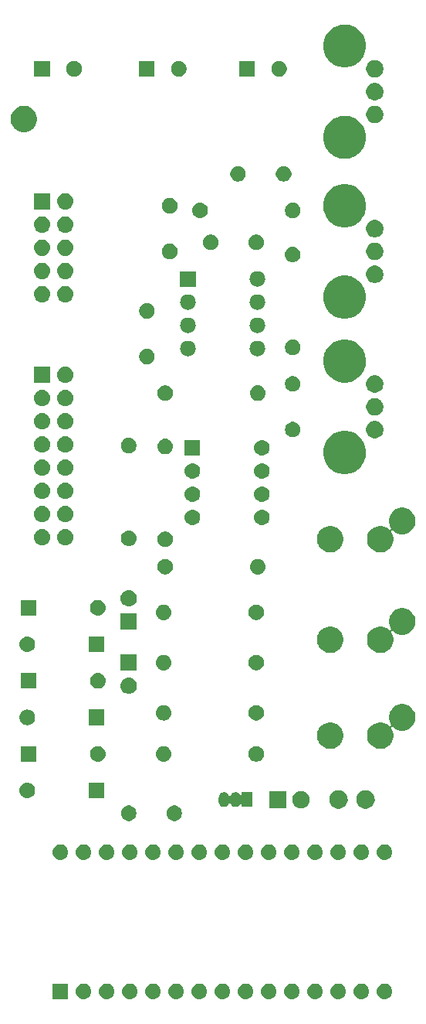
<source format=gbr>
G04 #@! TF.GenerationSoftware,KiCad,Pcbnew,(5.1.2)-1*
G04 #@! TF.CreationDate,2019-06-10T14:27:57-07:00*
G04 #@! TF.ProjectId,sputterer,73707574-7465-4726-9572-2e6b69636164,rev?*
G04 #@! TF.SameCoordinates,Original*
G04 #@! TF.FileFunction,Soldermask,Bot*
G04 #@! TF.FilePolarity,Negative*
%FSLAX46Y46*%
G04 Gerber Fmt 4.6, Leading zero omitted, Abs format (unit mm)*
G04 Created by KiCad (PCBNEW (5.1.2)-1) date 2019-06-10 14:27:57*
%MOMM*%
%LPD*%
G04 APERTURE LIST*
%ADD10C,0.100000*%
G04 APERTURE END LIST*
D10*
G36*
X91226823Y-172161313D02*
G01*
X91387242Y-172209976D01*
X91519906Y-172280886D01*
X91535078Y-172288996D01*
X91664659Y-172395341D01*
X91771004Y-172524922D01*
X91771005Y-172524924D01*
X91850024Y-172672758D01*
X91898687Y-172833177D01*
X91915117Y-173000000D01*
X91898687Y-173166823D01*
X91850024Y-173327242D01*
X91779114Y-173459906D01*
X91771004Y-173475078D01*
X91664659Y-173604659D01*
X91535078Y-173711004D01*
X91535076Y-173711005D01*
X91387242Y-173790024D01*
X91226823Y-173838687D01*
X91101804Y-173851000D01*
X91018196Y-173851000D01*
X90893177Y-173838687D01*
X90732758Y-173790024D01*
X90584924Y-173711005D01*
X90584922Y-173711004D01*
X90455341Y-173604659D01*
X90348996Y-173475078D01*
X90340886Y-173459906D01*
X90269976Y-173327242D01*
X90221313Y-173166823D01*
X90204883Y-173000000D01*
X90221313Y-172833177D01*
X90269976Y-172672758D01*
X90348995Y-172524924D01*
X90348996Y-172524922D01*
X90455341Y-172395341D01*
X90584922Y-172288996D01*
X90600094Y-172280886D01*
X90732758Y-172209976D01*
X90893177Y-172161313D01*
X91018196Y-172149000D01*
X91101804Y-172149000D01*
X91226823Y-172161313D01*
X91226823Y-172161313D01*
G37*
G36*
X70906823Y-172161313D02*
G01*
X71067242Y-172209976D01*
X71199906Y-172280886D01*
X71215078Y-172288996D01*
X71344659Y-172395341D01*
X71451004Y-172524922D01*
X71451005Y-172524924D01*
X71530024Y-172672758D01*
X71578687Y-172833177D01*
X71595117Y-173000000D01*
X71578687Y-173166823D01*
X71530024Y-173327242D01*
X71459114Y-173459906D01*
X71451004Y-173475078D01*
X71344659Y-173604659D01*
X71215078Y-173711004D01*
X71215076Y-173711005D01*
X71067242Y-173790024D01*
X70906823Y-173838687D01*
X70781804Y-173851000D01*
X70698196Y-173851000D01*
X70573177Y-173838687D01*
X70412758Y-173790024D01*
X70264924Y-173711005D01*
X70264922Y-173711004D01*
X70135341Y-173604659D01*
X70028996Y-173475078D01*
X70020886Y-173459906D01*
X69949976Y-173327242D01*
X69901313Y-173166823D01*
X69884883Y-173000000D01*
X69901313Y-172833177D01*
X69949976Y-172672758D01*
X70028995Y-172524924D01*
X70028996Y-172524922D01*
X70135341Y-172395341D01*
X70264922Y-172288996D01*
X70280094Y-172280886D01*
X70412758Y-172209976D01*
X70573177Y-172161313D01*
X70698196Y-172149000D01*
X70781804Y-172149000D01*
X70906823Y-172161313D01*
X70906823Y-172161313D01*
G37*
G36*
X56351000Y-173851000D02*
G01*
X54649000Y-173851000D01*
X54649000Y-172149000D01*
X56351000Y-172149000D01*
X56351000Y-173851000D01*
X56351000Y-173851000D01*
G37*
G36*
X58206823Y-172161313D02*
G01*
X58367242Y-172209976D01*
X58499906Y-172280886D01*
X58515078Y-172288996D01*
X58644659Y-172395341D01*
X58751004Y-172524922D01*
X58751005Y-172524924D01*
X58830024Y-172672758D01*
X58878687Y-172833177D01*
X58895117Y-173000000D01*
X58878687Y-173166823D01*
X58830024Y-173327242D01*
X58759114Y-173459906D01*
X58751004Y-173475078D01*
X58644659Y-173604659D01*
X58515078Y-173711004D01*
X58515076Y-173711005D01*
X58367242Y-173790024D01*
X58206823Y-173838687D01*
X58081804Y-173851000D01*
X57998196Y-173851000D01*
X57873177Y-173838687D01*
X57712758Y-173790024D01*
X57564924Y-173711005D01*
X57564922Y-173711004D01*
X57435341Y-173604659D01*
X57328996Y-173475078D01*
X57320886Y-173459906D01*
X57249976Y-173327242D01*
X57201313Y-173166823D01*
X57184883Y-173000000D01*
X57201313Y-172833177D01*
X57249976Y-172672758D01*
X57328995Y-172524924D01*
X57328996Y-172524922D01*
X57435341Y-172395341D01*
X57564922Y-172288996D01*
X57580094Y-172280886D01*
X57712758Y-172209976D01*
X57873177Y-172161313D01*
X57998196Y-172149000D01*
X58081804Y-172149000D01*
X58206823Y-172161313D01*
X58206823Y-172161313D01*
G37*
G36*
X60746823Y-172161313D02*
G01*
X60907242Y-172209976D01*
X61039906Y-172280886D01*
X61055078Y-172288996D01*
X61184659Y-172395341D01*
X61291004Y-172524922D01*
X61291005Y-172524924D01*
X61370024Y-172672758D01*
X61418687Y-172833177D01*
X61435117Y-173000000D01*
X61418687Y-173166823D01*
X61370024Y-173327242D01*
X61299114Y-173459906D01*
X61291004Y-173475078D01*
X61184659Y-173604659D01*
X61055078Y-173711004D01*
X61055076Y-173711005D01*
X60907242Y-173790024D01*
X60746823Y-173838687D01*
X60621804Y-173851000D01*
X60538196Y-173851000D01*
X60413177Y-173838687D01*
X60252758Y-173790024D01*
X60104924Y-173711005D01*
X60104922Y-173711004D01*
X59975341Y-173604659D01*
X59868996Y-173475078D01*
X59860886Y-173459906D01*
X59789976Y-173327242D01*
X59741313Y-173166823D01*
X59724883Y-173000000D01*
X59741313Y-172833177D01*
X59789976Y-172672758D01*
X59868995Y-172524924D01*
X59868996Y-172524922D01*
X59975341Y-172395341D01*
X60104922Y-172288996D01*
X60120094Y-172280886D01*
X60252758Y-172209976D01*
X60413177Y-172161313D01*
X60538196Y-172149000D01*
X60621804Y-172149000D01*
X60746823Y-172161313D01*
X60746823Y-172161313D01*
G37*
G36*
X63286823Y-172161313D02*
G01*
X63447242Y-172209976D01*
X63579906Y-172280886D01*
X63595078Y-172288996D01*
X63724659Y-172395341D01*
X63831004Y-172524922D01*
X63831005Y-172524924D01*
X63910024Y-172672758D01*
X63958687Y-172833177D01*
X63975117Y-173000000D01*
X63958687Y-173166823D01*
X63910024Y-173327242D01*
X63839114Y-173459906D01*
X63831004Y-173475078D01*
X63724659Y-173604659D01*
X63595078Y-173711004D01*
X63595076Y-173711005D01*
X63447242Y-173790024D01*
X63286823Y-173838687D01*
X63161804Y-173851000D01*
X63078196Y-173851000D01*
X62953177Y-173838687D01*
X62792758Y-173790024D01*
X62644924Y-173711005D01*
X62644922Y-173711004D01*
X62515341Y-173604659D01*
X62408996Y-173475078D01*
X62400886Y-173459906D01*
X62329976Y-173327242D01*
X62281313Y-173166823D01*
X62264883Y-173000000D01*
X62281313Y-172833177D01*
X62329976Y-172672758D01*
X62408995Y-172524924D01*
X62408996Y-172524922D01*
X62515341Y-172395341D01*
X62644922Y-172288996D01*
X62660094Y-172280886D01*
X62792758Y-172209976D01*
X62953177Y-172161313D01*
X63078196Y-172149000D01*
X63161804Y-172149000D01*
X63286823Y-172161313D01*
X63286823Y-172161313D01*
G37*
G36*
X65826823Y-172161313D02*
G01*
X65987242Y-172209976D01*
X66119906Y-172280886D01*
X66135078Y-172288996D01*
X66264659Y-172395341D01*
X66371004Y-172524922D01*
X66371005Y-172524924D01*
X66450024Y-172672758D01*
X66498687Y-172833177D01*
X66515117Y-173000000D01*
X66498687Y-173166823D01*
X66450024Y-173327242D01*
X66379114Y-173459906D01*
X66371004Y-173475078D01*
X66264659Y-173604659D01*
X66135078Y-173711004D01*
X66135076Y-173711005D01*
X65987242Y-173790024D01*
X65826823Y-173838687D01*
X65701804Y-173851000D01*
X65618196Y-173851000D01*
X65493177Y-173838687D01*
X65332758Y-173790024D01*
X65184924Y-173711005D01*
X65184922Y-173711004D01*
X65055341Y-173604659D01*
X64948996Y-173475078D01*
X64940886Y-173459906D01*
X64869976Y-173327242D01*
X64821313Y-173166823D01*
X64804883Y-173000000D01*
X64821313Y-172833177D01*
X64869976Y-172672758D01*
X64948995Y-172524924D01*
X64948996Y-172524922D01*
X65055341Y-172395341D01*
X65184922Y-172288996D01*
X65200094Y-172280886D01*
X65332758Y-172209976D01*
X65493177Y-172161313D01*
X65618196Y-172149000D01*
X65701804Y-172149000D01*
X65826823Y-172161313D01*
X65826823Y-172161313D01*
G37*
G36*
X68366823Y-172161313D02*
G01*
X68527242Y-172209976D01*
X68659906Y-172280886D01*
X68675078Y-172288996D01*
X68804659Y-172395341D01*
X68911004Y-172524922D01*
X68911005Y-172524924D01*
X68990024Y-172672758D01*
X69038687Y-172833177D01*
X69055117Y-173000000D01*
X69038687Y-173166823D01*
X68990024Y-173327242D01*
X68919114Y-173459906D01*
X68911004Y-173475078D01*
X68804659Y-173604659D01*
X68675078Y-173711004D01*
X68675076Y-173711005D01*
X68527242Y-173790024D01*
X68366823Y-173838687D01*
X68241804Y-173851000D01*
X68158196Y-173851000D01*
X68033177Y-173838687D01*
X67872758Y-173790024D01*
X67724924Y-173711005D01*
X67724922Y-173711004D01*
X67595341Y-173604659D01*
X67488996Y-173475078D01*
X67480886Y-173459906D01*
X67409976Y-173327242D01*
X67361313Y-173166823D01*
X67344883Y-173000000D01*
X67361313Y-172833177D01*
X67409976Y-172672758D01*
X67488995Y-172524924D01*
X67488996Y-172524922D01*
X67595341Y-172395341D01*
X67724922Y-172288996D01*
X67740094Y-172280886D01*
X67872758Y-172209976D01*
X68033177Y-172161313D01*
X68158196Y-172149000D01*
X68241804Y-172149000D01*
X68366823Y-172161313D01*
X68366823Y-172161313D01*
G37*
G36*
X75986823Y-172161313D02*
G01*
X76147242Y-172209976D01*
X76279906Y-172280886D01*
X76295078Y-172288996D01*
X76424659Y-172395341D01*
X76531004Y-172524922D01*
X76531005Y-172524924D01*
X76610024Y-172672758D01*
X76658687Y-172833177D01*
X76675117Y-173000000D01*
X76658687Y-173166823D01*
X76610024Y-173327242D01*
X76539114Y-173459906D01*
X76531004Y-173475078D01*
X76424659Y-173604659D01*
X76295078Y-173711004D01*
X76295076Y-173711005D01*
X76147242Y-173790024D01*
X75986823Y-173838687D01*
X75861804Y-173851000D01*
X75778196Y-173851000D01*
X75653177Y-173838687D01*
X75492758Y-173790024D01*
X75344924Y-173711005D01*
X75344922Y-173711004D01*
X75215341Y-173604659D01*
X75108996Y-173475078D01*
X75100886Y-173459906D01*
X75029976Y-173327242D01*
X74981313Y-173166823D01*
X74964883Y-173000000D01*
X74981313Y-172833177D01*
X75029976Y-172672758D01*
X75108995Y-172524924D01*
X75108996Y-172524922D01*
X75215341Y-172395341D01*
X75344922Y-172288996D01*
X75360094Y-172280886D01*
X75492758Y-172209976D01*
X75653177Y-172161313D01*
X75778196Y-172149000D01*
X75861804Y-172149000D01*
X75986823Y-172161313D01*
X75986823Y-172161313D01*
G37*
G36*
X78526823Y-172161313D02*
G01*
X78687242Y-172209976D01*
X78819906Y-172280886D01*
X78835078Y-172288996D01*
X78964659Y-172395341D01*
X79071004Y-172524922D01*
X79071005Y-172524924D01*
X79150024Y-172672758D01*
X79198687Y-172833177D01*
X79215117Y-173000000D01*
X79198687Y-173166823D01*
X79150024Y-173327242D01*
X79079114Y-173459906D01*
X79071004Y-173475078D01*
X78964659Y-173604659D01*
X78835078Y-173711004D01*
X78835076Y-173711005D01*
X78687242Y-173790024D01*
X78526823Y-173838687D01*
X78401804Y-173851000D01*
X78318196Y-173851000D01*
X78193177Y-173838687D01*
X78032758Y-173790024D01*
X77884924Y-173711005D01*
X77884922Y-173711004D01*
X77755341Y-173604659D01*
X77648996Y-173475078D01*
X77640886Y-173459906D01*
X77569976Y-173327242D01*
X77521313Y-173166823D01*
X77504883Y-173000000D01*
X77521313Y-172833177D01*
X77569976Y-172672758D01*
X77648995Y-172524924D01*
X77648996Y-172524922D01*
X77755341Y-172395341D01*
X77884922Y-172288996D01*
X77900094Y-172280886D01*
X78032758Y-172209976D01*
X78193177Y-172161313D01*
X78318196Y-172149000D01*
X78401804Y-172149000D01*
X78526823Y-172161313D01*
X78526823Y-172161313D01*
G37*
G36*
X81066823Y-172161313D02*
G01*
X81227242Y-172209976D01*
X81359906Y-172280886D01*
X81375078Y-172288996D01*
X81504659Y-172395341D01*
X81611004Y-172524922D01*
X81611005Y-172524924D01*
X81690024Y-172672758D01*
X81738687Y-172833177D01*
X81755117Y-173000000D01*
X81738687Y-173166823D01*
X81690024Y-173327242D01*
X81619114Y-173459906D01*
X81611004Y-173475078D01*
X81504659Y-173604659D01*
X81375078Y-173711004D01*
X81375076Y-173711005D01*
X81227242Y-173790024D01*
X81066823Y-173838687D01*
X80941804Y-173851000D01*
X80858196Y-173851000D01*
X80733177Y-173838687D01*
X80572758Y-173790024D01*
X80424924Y-173711005D01*
X80424922Y-173711004D01*
X80295341Y-173604659D01*
X80188996Y-173475078D01*
X80180886Y-173459906D01*
X80109976Y-173327242D01*
X80061313Y-173166823D01*
X80044883Y-173000000D01*
X80061313Y-172833177D01*
X80109976Y-172672758D01*
X80188995Y-172524924D01*
X80188996Y-172524922D01*
X80295341Y-172395341D01*
X80424922Y-172288996D01*
X80440094Y-172280886D01*
X80572758Y-172209976D01*
X80733177Y-172161313D01*
X80858196Y-172149000D01*
X80941804Y-172149000D01*
X81066823Y-172161313D01*
X81066823Y-172161313D01*
G37*
G36*
X83606823Y-172161313D02*
G01*
X83767242Y-172209976D01*
X83899906Y-172280886D01*
X83915078Y-172288996D01*
X84044659Y-172395341D01*
X84151004Y-172524922D01*
X84151005Y-172524924D01*
X84230024Y-172672758D01*
X84278687Y-172833177D01*
X84295117Y-173000000D01*
X84278687Y-173166823D01*
X84230024Y-173327242D01*
X84159114Y-173459906D01*
X84151004Y-173475078D01*
X84044659Y-173604659D01*
X83915078Y-173711004D01*
X83915076Y-173711005D01*
X83767242Y-173790024D01*
X83606823Y-173838687D01*
X83481804Y-173851000D01*
X83398196Y-173851000D01*
X83273177Y-173838687D01*
X83112758Y-173790024D01*
X82964924Y-173711005D01*
X82964922Y-173711004D01*
X82835341Y-173604659D01*
X82728996Y-173475078D01*
X82720886Y-173459906D01*
X82649976Y-173327242D01*
X82601313Y-173166823D01*
X82584883Y-173000000D01*
X82601313Y-172833177D01*
X82649976Y-172672758D01*
X82728995Y-172524924D01*
X82728996Y-172524922D01*
X82835341Y-172395341D01*
X82964922Y-172288996D01*
X82980094Y-172280886D01*
X83112758Y-172209976D01*
X83273177Y-172161313D01*
X83398196Y-172149000D01*
X83481804Y-172149000D01*
X83606823Y-172161313D01*
X83606823Y-172161313D01*
G37*
G36*
X86146823Y-172161313D02*
G01*
X86307242Y-172209976D01*
X86439906Y-172280886D01*
X86455078Y-172288996D01*
X86584659Y-172395341D01*
X86691004Y-172524922D01*
X86691005Y-172524924D01*
X86770024Y-172672758D01*
X86818687Y-172833177D01*
X86835117Y-173000000D01*
X86818687Y-173166823D01*
X86770024Y-173327242D01*
X86699114Y-173459906D01*
X86691004Y-173475078D01*
X86584659Y-173604659D01*
X86455078Y-173711004D01*
X86455076Y-173711005D01*
X86307242Y-173790024D01*
X86146823Y-173838687D01*
X86021804Y-173851000D01*
X85938196Y-173851000D01*
X85813177Y-173838687D01*
X85652758Y-173790024D01*
X85504924Y-173711005D01*
X85504922Y-173711004D01*
X85375341Y-173604659D01*
X85268996Y-173475078D01*
X85260886Y-173459906D01*
X85189976Y-173327242D01*
X85141313Y-173166823D01*
X85124883Y-173000000D01*
X85141313Y-172833177D01*
X85189976Y-172672758D01*
X85268995Y-172524924D01*
X85268996Y-172524922D01*
X85375341Y-172395341D01*
X85504922Y-172288996D01*
X85520094Y-172280886D01*
X85652758Y-172209976D01*
X85813177Y-172161313D01*
X85938196Y-172149000D01*
X86021804Y-172149000D01*
X86146823Y-172161313D01*
X86146823Y-172161313D01*
G37*
G36*
X88686823Y-172161313D02*
G01*
X88847242Y-172209976D01*
X88979906Y-172280886D01*
X88995078Y-172288996D01*
X89124659Y-172395341D01*
X89231004Y-172524922D01*
X89231005Y-172524924D01*
X89310024Y-172672758D01*
X89358687Y-172833177D01*
X89375117Y-173000000D01*
X89358687Y-173166823D01*
X89310024Y-173327242D01*
X89239114Y-173459906D01*
X89231004Y-173475078D01*
X89124659Y-173604659D01*
X88995078Y-173711004D01*
X88995076Y-173711005D01*
X88847242Y-173790024D01*
X88686823Y-173838687D01*
X88561804Y-173851000D01*
X88478196Y-173851000D01*
X88353177Y-173838687D01*
X88192758Y-173790024D01*
X88044924Y-173711005D01*
X88044922Y-173711004D01*
X87915341Y-173604659D01*
X87808996Y-173475078D01*
X87800886Y-173459906D01*
X87729976Y-173327242D01*
X87681313Y-173166823D01*
X87664883Y-173000000D01*
X87681313Y-172833177D01*
X87729976Y-172672758D01*
X87808995Y-172524924D01*
X87808996Y-172524922D01*
X87915341Y-172395341D01*
X88044922Y-172288996D01*
X88060094Y-172280886D01*
X88192758Y-172209976D01*
X88353177Y-172161313D01*
X88478196Y-172149000D01*
X88561804Y-172149000D01*
X88686823Y-172161313D01*
X88686823Y-172161313D01*
G37*
G36*
X73446823Y-172161313D02*
G01*
X73607242Y-172209976D01*
X73739906Y-172280886D01*
X73755078Y-172288996D01*
X73884659Y-172395341D01*
X73991004Y-172524922D01*
X73991005Y-172524924D01*
X74070024Y-172672758D01*
X74118687Y-172833177D01*
X74135117Y-173000000D01*
X74118687Y-173166823D01*
X74070024Y-173327242D01*
X73999114Y-173459906D01*
X73991004Y-173475078D01*
X73884659Y-173604659D01*
X73755078Y-173711004D01*
X73755076Y-173711005D01*
X73607242Y-173790024D01*
X73446823Y-173838687D01*
X73321804Y-173851000D01*
X73238196Y-173851000D01*
X73113177Y-173838687D01*
X72952758Y-173790024D01*
X72804924Y-173711005D01*
X72804922Y-173711004D01*
X72675341Y-173604659D01*
X72568996Y-173475078D01*
X72560886Y-173459906D01*
X72489976Y-173327242D01*
X72441313Y-173166823D01*
X72424883Y-173000000D01*
X72441313Y-172833177D01*
X72489976Y-172672758D01*
X72568995Y-172524924D01*
X72568996Y-172524922D01*
X72675341Y-172395341D01*
X72804922Y-172288996D01*
X72820094Y-172280886D01*
X72952758Y-172209976D01*
X73113177Y-172161313D01*
X73238196Y-172149000D01*
X73321804Y-172149000D01*
X73446823Y-172161313D01*
X73446823Y-172161313D01*
G37*
G36*
X60746823Y-156921313D02*
G01*
X60907242Y-156969976D01*
X61039906Y-157040886D01*
X61055078Y-157048996D01*
X61184659Y-157155341D01*
X61291004Y-157284922D01*
X61291005Y-157284924D01*
X61370024Y-157432758D01*
X61418687Y-157593177D01*
X61435117Y-157760000D01*
X61418687Y-157926823D01*
X61370024Y-158087242D01*
X61299114Y-158219906D01*
X61291004Y-158235078D01*
X61184659Y-158364659D01*
X61055078Y-158471004D01*
X61055076Y-158471005D01*
X60907242Y-158550024D01*
X60746823Y-158598687D01*
X60621804Y-158611000D01*
X60538196Y-158611000D01*
X60413177Y-158598687D01*
X60252758Y-158550024D01*
X60104924Y-158471005D01*
X60104922Y-158471004D01*
X59975341Y-158364659D01*
X59868996Y-158235078D01*
X59860886Y-158219906D01*
X59789976Y-158087242D01*
X59741313Y-157926823D01*
X59724883Y-157760000D01*
X59741313Y-157593177D01*
X59789976Y-157432758D01*
X59868995Y-157284924D01*
X59868996Y-157284922D01*
X59975341Y-157155341D01*
X60104922Y-157048996D01*
X60120094Y-157040886D01*
X60252758Y-156969976D01*
X60413177Y-156921313D01*
X60538196Y-156909000D01*
X60621804Y-156909000D01*
X60746823Y-156921313D01*
X60746823Y-156921313D01*
G37*
G36*
X75986823Y-156921313D02*
G01*
X76147242Y-156969976D01*
X76279906Y-157040886D01*
X76295078Y-157048996D01*
X76424659Y-157155341D01*
X76531004Y-157284922D01*
X76531005Y-157284924D01*
X76610024Y-157432758D01*
X76658687Y-157593177D01*
X76675117Y-157760000D01*
X76658687Y-157926823D01*
X76610024Y-158087242D01*
X76539114Y-158219906D01*
X76531004Y-158235078D01*
X76424659Y-158364659D01*
X76295078Y-158471004D01*
X76295076Y-158471005D01*
X76147242Y-158550024D01*
X75986823Y-158598687D01*
X75861804Y-158611000D01*
X75778196Y-158611000D01*
X75653177Y-158598687D01*
X75492758Y-158550024D01*
X75344924Y-158471005D01*
X75344922Y-158471004D01*
X75215341Y-158364659D01*
X75108996Y-158235078D01*
X75100886Y-158219906D01*
X75029976Y-158087242D01*
X74981313Y-157926823D01*
X74964883Y-157760000D01*
X74981313Y-157593177D01*
X75029976Y-157432758D01*
X75108995Y-157284924D01*
X75108996Y-157284922D01*
X75215341Y-157155341D01*
X75344922Y-157048996D01*
X75360094Y-157040886D01*
X75492758Y-156969976D01*
X75653177Y-156921313D01*
X75778196Y-156909000D01*
X75861804Y-156909000D01*
X75986823Y-156921313D01*
X75986823Y-156921313D01*
G37*
G36*
X78526823Y-156921313D02*
G01*
X78687242Y-156969976D01*
X78819906Y-157040886D01*
X78835078Y-157048996D01*
X78964659Y-157155341D01*
X79071004Y-157284922D01*
X79071005Y-157284924D01*
X79150024Y-157432758D01*
X79198687Y-157593177D01*
X79215117Y-157760000D01*
X79198687Y-157926823D01*
X79150024Y-158087242D01*
X79079114Y-158219906D01*
X79071004Y-158235078D01*
X78964659Y-158364659D01*
X78835078Y-158471004D01*
X78835076Y-158471005D01*
X78687242Y-158550024D01*
X78526823Y-158598687D01*
X78401804Y-158611000D01*
X78318196Y-158611000D01*
X78193177Y-158598687D01*
X78032758Y-158550024D01*
X77884924Y-158471005D01*
X77884922Y-158471004D01*
X77755341Y-158364659D01*
X77648996Y-158235078D01*
X77640886Y-158219906D01*
X77569976Y-158087242D01*
X77521313Y-157926823D01*
X77504883Y-157760000D01*
X77521313Y-157593177D01*
X77569976Y-157432758D01*
X77648995Y-157284924D01*
X77648996Y-157284922D01*
X77755341Y-157155341D01*
X77884922Y-157048996D01*
X77900094Y-157040886D01*
X78032758Y-156969976D01*
X78193177Y-156921313D01*
X78318196Y-156909000D01*
X78401804Y-156909000D01*
X78526823Y-156921313D01*
X78526823Y-156921313D01*
G37*
G36*
X70906823Y-156921313D02*
G01*
X71067242Y-156969976D01*
X71199906Y-157040886D01*
X71215078Y-157048996D01*
X71344659Y-157155341D01*
X71451004Y-157284922D01*
X71451005Y-157284924D01*
X71530024Y-157432758D01*
X71578687Y-157593177D01*
X71595117Y-157760000D01*
X71578687Y-157926823D01*
X71530024Y-158087242D01*
X71459114Y-158219906D01*
X71451004Y-158235078D01*
X71344659Y-158364659D01*
X71215078Y-158471004D01*
X71215076Y-158471005D01*
X71067242Y-158550024D01*
X70906823Y-158598687D01*
X70781804Y-158611000D01*
X70698196Y-158611000D01*
X70573177Y-158598687D01*
X70412758Y-158550024D01*
X70264924Y-158471005D01*
X70264922Y-158471004D01*
X70135341Y-158364659D01*
X70028996Y-158235078D01*
X70020886Y-158219906D01*
X69949976Y-158087242D01*
X69901313Y-157926823D01*
X69884883Y-157760000D01*
X69901313Y-157593177D01*
X69949976Y-157432758D01*
X70028995Y-157284924D01*
X70028996Y-157284922D01*
X70135341Y-157155341D01*
X70264922Y-157048996D01*
X70280094Y-157040886D01*
X70412758Y-156969976D01*
X70573177Y-156921313D01*
X70698196Y-156909000D01*
X70781804Y-156909000D01*
X70906823Y-156921313D01*
X70906823Y-156921313D01*
G37*
G36*
X81066823Y-156921313D02*
G01*
X81227242Y-156969976D01*
X81359906Y-157040886D01*
X81375078Y-157048996D01*
X81504659Y-157155341D01*
X81611004Y-157284922D01*
X81611005Y-157284924D01*
X81690024Y-157432758D01*
X81738687Y-157593177D01*
X81755117Y-157760000D01*
X81738687Y-157926823D01*
X81690024Y-158087242D01*
X81619114Y-158219906D01*
X81611004Y-158235078D01*
X81504659Y-158364659D01*
X81375078Y-158471004D01*
X81375076Y-158471005D01*
X81227242Y-158550024D01*
X81066823Y-158598687D01*
X80941804Y-158611000D01*
X80858196Y-158611000D01*
X80733177Y-158598687D01*
X80572758Y-158550024D01*
X80424924Y-158471005D01*
X80424922Y-158471004D01*
X80295341Y-158364659D01*
X80188996Y-158235078D01*
X80180886Y-158219906D01*
X80109976Y-158087242D01*
X80061313Y-157926823D01*
X80044883Y-157760000D01*
X80061313Y-157593177D01*
X80109976Y-157432758D01*
X80188995Y-157284924D01*
X80188996Y-157284922D01*
X80295341Y-157155341D01*
X80424922Y-157048996D01*
X80440094Y-157040886D01*
X80572758Y-156969976D01*
X80733177Y-156921313D01*
X80858196Y-156909000D01*
X80941804Y-156909000D01*
X81066823Y-156921313D01*
X81066823Y-156921313D01*
G37*
G36*
X83606823Y-156921313D02*
G01*
X83767242Y-156969976D01*
X83899906Y-157040886D01*
X83915078Y-157048996D01*
X84044659Y-157155341D01*
X84151004Y-157284922D01*
X84151005Y-157284924D01*
X84230024Y-157432758D01*
X84278687Y-157593177D01*
X84295117Y-157760000D01*
X84278687Y-157926823D01*
X84230024Y-158087242D01*
X84159114Y-158219906D01*
X84151004Y-158235078D01*
X84044659Y-158364659D01*
X83915078Y-158471004D01*
X83915076Y-158471005D01*
X83767242Y-158550024D01*
X83606823Y-158598687D01*
X83481804Y-158611000D01*
X83398196Y-158611000D01*
X83273177Y-158598687D01*
X83112758Y-158550024D01*
X82964924Y-158471005D01*
X82964922Y-158471004D01*
X82835341Y-158364659D01*
X82728996Y-158235078D01*
X82720886Y-158219906D01*
X82649976Y-158087242D01*
X82601313Y-157926823D01*
X82584883Y-157760000D01*
X82601313Y-157593177D01*
X82649976Y-157432758D01*
X82728995Y-157284924D01*
X82728996Y-157284922D01*
X82835341Y-157155341D01*
X82964922Y-157048996D01*
X82980094Y-157040886D01*
X83112758Y-156969976D01*
X83273177Y-156921313D01*
X83398196Y-156909000D01*
X83481804Y-156909000D01*
X83606823Y-156921313D01*
X83606823Y-156921313D01*
G37*
G36*
X63286823Y-156921313D02*
G01*
X63447242Y-156969976D01*
X63579906Y-157040886D01*
X63595078Y-157048996D01*
X63724659Y-157155341D01*
X63831004Y-157284922D01*
X63831005Y-157284924D01*
X63910024Y-157432758D01*
X63958687Y-157593177D01*
X63975117Y-157760000D01*
X63958687Y-157926823D01*
X63910024Y-158087242D01*
X63839114Y-158219906D01*
X63831004Y-158235078D01*
X63724659Y-158364659D01*
X63595078Y-158471004D01*
X63595076Y-158471005D01*
X63447242Y-158550024D01*
X63286823Y-158598687D01*
X63161804Y-158611000D01*
X63078196Y-158611000D01*
X62953177Y-158598687D01*
X62792758Y-158550024D01*
X62644924Y-158471005D01*
X62644922Y-158471004D01*
X62515341Y-158364659D01*
X62408996Y-158235078D01*
X62400886Y-158219906D01*
X62329976Y-158087242D01*
X62281313Y-157926823D01*
X62264883Y-157760000D01*
X62281313Y-157593177D01*
X62329976Y-157432758D01*
X62408995Y-157284924D01*
X62408996Y-157284922D01*
X62515341Y-157155341D01*
X62644922Y-157048996D01*
X62660094Y-157040886D01*
X62792758Y-156969976D01*
X62953177Y-156921313D01*
X63078196Y-156909000D01*
X63161804Y-156909000D01*
X63286823Y-156921313D01*
X63286823Y-156921313D01*
G37*
G36*
X88686823Y-156921313D02*
G01*
X88847242Y-156969976D01*
X88979906Y-157040886D01*
X88995078Y-157048996D01*
X89124659Y-157155341D01*
X89231004Y-157284922D01*
X89231005Y-157284924D01*
X89310024Y-157432758D01*
X89358687Y-157593177D01*
X89375117Y-157760000D01*
X89358687Y-157926823D01*
X89310024Y-158087242D01*
X89239114Y-158219906D01*
X89231004Y-158235078D01*
X89124659Y-158364659D01*
X88995078Y-158471004D01*
X88995076Y-158471005D01*
X88847242Y-158550024D01*
X88686823Y-158598687D01*
X88561804Y-158611000D01*
X88478196Y-158611000D01*
X88353177Y-158598687D01*
X88192758Y-158550024D01*
X88044924Y-158471005D01*
X88044922Y-158471004D01*
X87915341Y-158364659D01*
X87808996Y-158235078D01*
X87800886Y-158219906D01*
X87729976Y-158087242D01*
X87681313Y-157926823D01*
X87664883Y-157760000D01*
X87681313Y-157593177D01*
X87729976Y-157432758D01*
X87808995Y-157284924D01*
X87808996Y-157284922D01*
X87915341Y-157155341D01*
X88044922Y-157048996D01*
X88060094Y-157040886D01*
X88192758Y-156969976D01*
X88353177Y-156921313D01*
X88478196Y-156909000D01*
X88561804Y-156909000D01*
X88686823Y-156921313D01*
X88686823Y-156921313D01*
G37*
G36*
X86146823Y-156921313D02*
G01*
X86307242Y-156969976D01*
X86439906Y-157040886D01*
X86455078Y-157048996D01*
X86584659Y-157155341D01*
X86691004Y-157284922D01*
X86691005Y-157284924D01*
X86770024Y-157432758D01*
X86818687Y-157593177D01*
X86835117Y-157760000D01*
X86818687Y-157926823D01*
X86770024Y-158087242D01*
X86699114Y-158219906D01*
X86691004Y-158235078D01*
X86584659Y-158364659D01*
X86455078Y-158471004D01*
X86455076Y-158471005D01*
X86307242Y-158550024D01*
X86146823Y-158598687D01*
X86021804Y-158611000D01*
X85938196Y-158611000D01*
X85813177Y-158598687D01*
X85652758Y-158550024D01*
X85504924Y-158471005D01*
X85504922Y-158471004D01*
X85375341Y-158364659D01*
X85268996Y-158235078D01*
X85260886Y-158219906D01*
X85189976Y-158087242D01*
X85141313Y-157926823D01*
X85124883Y-157760000D01*
X85141313Y-157593177D01*
X85189976Y-157432758D01*
X85268995Y-157284924D01*
X85268996Y-157284922D01*
X85375341Y-157155341D01*
X85504922Y-157048996D01*
X85520094Y-157040886D01*
X85652758Y-156969976D01*
X85813177Y-156921313D01*
X85938196Y-156909000D01*
X86021804Y-156909000D01*
X86146823Y-156921313D01*
X86146823Y-156921313D01*
G37*
G36*
X65826823Y-156921313D02*
G01*
X65987242Y-156969976D01*
X66119906Y-157040886D01*
X66135078Y-157048996D01*
X66264659Y-157155341D01*
X66371004Y-157284922D01*
X66371005Y-157284924D01*
X66450024Y-157432758D01*
X66498687Y-157593177D01*
X66515117Y-157760000D01*
X66498687Y-157926823D01*
X66450024Y-158087242D01*
X66379114Y-158219906D01*
X66371004Y-158235078D01*
X66264659Y-158364659D01*
X66135078Y-158471004D01*
X66135076Y-158471005D01*
X65987242Y-158550024D01*
X65826823Y-158598687D01*
X65701804Y-158611000D01*
X65618196Y-158611000D01*
X65493177Y-158598687D01*
X65332758Y-158550024D01*
X65184924Y-158471005D01*
X65184922Y-158471004D01*
X65055341Y-158364659D01*
X64948996Y-158235078D01*
X64940886Y-158219906D01*
X64869976Y-158087242D01*
X64821313Y-157926823D01*
X64804883Y-157760000D01*
X64821313Y-157593177D01*
X64869976Y-157432758D01*
X64948995Y-157284924D01*
X64948996Y-157284922D01*
X65055341Y-157155341D01*
X65184922Y-157048996D01*
X65200094Y-157040886D01*
X65332758Y-156969976D01*
X65493177Y-156921313D01*
X65618196Y-156909000D01*
X65701804Y-156909000D01*
X65826823Y-156921313D01*
X65826823Y-156921313D01*
G37*
G36*
X58206823Y-156921313D02*
G01*
X58367242Y-156969976D01*
X58499906Y-157040886D01*
X58515078Y-157048996D01*
X58644659Y-157155341D01*
X58751004Y-157284922D01*
X58751005Y-157284924D01*
X58830024Y-157432758D01*
X58878687Y-157593177D01*
X58895117Y-157760000D01*
X58878687Y-157926823D01*
X58830024Y-158087242D01*
X58759114Y-158219906D01*
X58751004Y-158235078D01*
X58644659Y-158364659D01*
X58515078Y-158471004D01*
X58515076Y-158471005D01*
X58367242Y-158550024D01*
X58206823Y-158598687D01*
X58081804Y-158611000D01*
X57998196Y-158611000D01*
X57873177Y-158598687D01*
X57712758Y-158550024D01*
X57564924Y-158471005D01*
X57564922Y-158471004D01*
X57435341Y-158364659D01*
X57328996Y-158235078D01*
X57320886Y-158219906D01*
X57249976Y-158087242D01*
X57201313Y-157926823D01*
X57184883Y-157760000D01*
X57201313Y-157593177D01*
X57249976Y-157432758D01*
X57328995Y-157284924D01*
X57328996Y-157284922D01*
X57435341Y-157155341D01*
X57564922Y-157048996D01*
X57580094Y-157040886D01*
X57712758Y-156969976D01*
X57873177Y-156921313D01*
X57998196Y-156909000D01*
X58081804Y-156909000D01*
X58206823Y-156921313D01*
X58206823Y-156921313D01*
G37*
G36*
X91226823Y-156921313D02*
G01*
X91387242Y-156969976D01*
X91519906Y-157040886D01*
X91535078Y-157048996D01*
X91664659Y-157155341D01*
X91771004Y-157284922D01*
X91771005Y-157284924D01*
X91850024Y-157432758D01*
X91898687Y-157593177D01*
X91915117Y-157760000D01*
X91898687Y-157926823D01*
X91850024Y-158087242D01*
X91779114Y-158219906D01*
X91771004Y-158235078D01*
X91664659Y-158364659D01*
X91535078Y-158471004D01*
X91535076Y-158471005D01*
X91387242Y-158550024D01*
X91226823Y-158598687D01*
X91101804Y-158611000D01*
X91018196Y-158611000D01*
X90893177Y-158598687D01*
X90732758Y-158550024D01*
X90584924Y-158471005D01*
X90584922Y-158471004D01*
X90455341Y-158364659D01*
X90348996Y-158235078D01*
X90340886Y-158219906D01*
X90269976Y-158087242D01*
X90221313Y-157926823D01*
X90204883Y-157760000D01*
X90221313Y-157593177D01*
X90269976Y-157432758D01*
X90348995Y-157284924D01*
X90348996Y-157284922D01*
X90455341Y-157155341D01*
X90584922Y-157048996D01*
X90600094Y-157040886D01*
X90732758Y-156969976D01*
X90893177Y-156921313D01*
X91018196Y-156909000D01*
X91101804Y-156909000D01*
X91226823Y-156921313D01*
X91226823Y-156921313D01*
G37*
G36*
X73446823Y-156921313D02*
G01*
X73607242Y-156969976D01*
X73739906Y-157040886D01*
X73755078Y-157048996D01*
X73884659Y-157155341D01*
X73991004Y-157284922D01*
X73991005Y-157284924D01*
X74070024Y-157432758D01*
X74118687Y-157593177D01*
X74135117Y-157760000D01*
X74118687Y-157926823D01*
X74070024Y-158087242D01*
X73999114Y-158219906D01*
X73991004Y-158235078D01*
X73884659Y-158364659D01*
X73755078Y-158471004D01*
X73755076Y-158471005D01*
X73607242Y-158550024D01*
X73446823Y-158598687D01*
X73321804Y-158611000D01*
X73238196Y-158611000D01*
X73113177Y-158598687D01*
X72952758Y-158550024D01*
X72804924Y-158471005D01*
X72804922Y-158471004D01*
X72675341Y-158364659D01*
X72568996Y-158235078D01*
X72560886Y-158219906D01*
X72489976Y-158087242D01*
X72441313Y-157926823D01*
X72424883Y-157760000D01*
X72441313Y-157593177D01*
X72489976Y-157432758D01*
X72568995Y-157284924D01*
X72568996Y-157284922D01*
X72675341Y-157155341D01*
X72804922Y-157048996D01*
X72820094Y-157040886D01*
X72952758Y-156969976D01*
X73113177Y-156921313D01*
X73238196Y-156909000D01*
X73321804Y-156909000D01*
X73446823Y-156921313D01*
X73446823Y-156921313D01*
G37*
G36*
X55666823Y-156921313D02*
G01*
X55827242Y-156969976D01*
X55959906Y-157040886D01*
X55975078Y-157048996D01*
X56104659Y-157155341D01*
X56211004Y-157284922D01*
X56211005Y-157284924D01*
X56290024Y-157432758D01*
X56338687Y-157593177D01*
X56355117Y-157760000D01*
X56338687Y-157926823D01*
X56290024Y-158087242D01*
X56219114Y-158219906D01*
X56211004Y-158235078D01*
X56104659Y-158364659D01*
X55975078Y-158471004D01*
X55975076Y-158471005D01*
X55827242Y-158550024D01*
X55666823Y-158598687D01*
X55541804Y-158611000D01*
X55458196Y-158611000D01*
X55333177Y-158598687D01*
X55172758Y-158550024D01*
X55024924Y-158471005D01*
X55024922Y-158471004D01*
X54895341Y-158364659D01*
X54788996Y-158235078D01*
X54780886Y-158219906D01*
X54709976Y-158087242D01*
X54661313Y-157926823D01*
X54644883Y-157760000D01*
X54661313Y-157593177D01*
X54709976Y-157432758D01*
X54788995Y-157284924D01*
X54788996Y-157284922D01*
X54895341Y-157155341D01*
X55024922Y-157048996D01*
X55040094Y-157040886D01*
X55172758Y-156969976D01*
X55333177Y-156921313D01*
X55458196Y-156909000D01*
X55541804Y-156909000D01*
X55666823Y-156921313D01*
X55666823Y-156921313D01*
G37*
G36*
X68366823Y-156921313D02*
G01*
X68527242Y-156969976D01*
X68659906Y-157040886D01*
X68675078Y-157048996D01*
X68804659Y-157155341D01*
X68911004Y-157284922D01*
X68911005Y-157284924D01*
X68990024Y-157432758D01*
X69038687Y-157593177D01*
X69055117Y-157760000D01*
X69038687Y-157926823D01*
X68990024Y-158087242D01*
X68919114Y-158219906D01*
X68911004Y-158235078D01*
X68804659Y-158364659D01*
X68675078Y-158471004D01*
X68675076Y-158471005D01*
X68527242Y-158550024D01*
X68366823Y-158598687D01*
X68241804Y-158611000D01*
X68158196Y-158611000D01*
X68033177Y-158598687D01*
X67872758Y-158550024D01*
X67724924Y-158471005D01*
X67724922Y-158471004D01*
X67595341Y-158364659D01*
X67488996Y-158235078D01*
X67480886Y-158219906D01*
X67409976Y-158087242D01*
X67361313Y-157926823D01*
X67344883Y-157760000D01*
X67361313Y-157593177D01*
X67409976Y-157432758D01*
X67488995Y-157284924D01*
X67488996Y-157284922D01*
X67595341Y-157155341D01*
X67724922Y-157048996D01*
X67740094Y-157040886D01*
X67872758Y-156969976D01*
X68033177Y-156921313D01*
X68158196Y-156909000D01*
X68241804Y-156909000D01*
X68366823Y-156921313D01*
X68366823Y-156921313D01*
G37*
G36*
X63248228Y-152681703D02*
G01*
X63403100Y-152745853D01*
X63542481Y-152838985D01*
X63661015Y-152957519D01*
X63754147Y-153096900D01*
X63818297Y-153251772D01*
X63851000Y-153416184D01*
X63851000Y-153583816D01*
X63818297Y-153748228D01*
X63754147Y-153903100D01*
X63661015Y-154042481D01*
X63542481Y-154161015D01*
X63403100Y-154254147D01*
X63248228Y-154318297D01*
X63083816Y-154351000D01*
X62916184Y-154351000D01*
X62751772Y-154318297D01*
X62596900Y-154254147D01*
X62457519Y-154161015D01*
X62338985Y-154042481D01*
X62245853Y-153903100D01*
X62181703Y-153748228D01*
X62149000Y-153583816D01*
X62149000Y-153416184D01*
X62181703Y-153251772D01*
X62245853Y-153096900D01*
X62338985Y-152957519D01*
X62457519Y-152838985D01*
X62596900Y-152745853D01*
X62751772Y-152681703D01*
X62916184Y-152649000D01*
X63083816Y-152649000D01*
X63248228Y-152681703D01*
X63248228Y-152681703D01*
G37*
G36*
X68248228Y-152681703D02*
G01*
X68403100Y-152745853D01*
X68542481Y-152838985D01*
X68661015Y-152957519D01*
X68754147Y-153096900D01*
X68818297Y-153251772D01*
X68851000Y-153416184D01*
X68851000Y-153583816D01*
X68818297Y-153748228D01*
X68754147Y-153903100D01*
X68661015Y-154042481D01*
X68542481Y-154161015D01*
X68403100Y-154254147D01*
X68248228Y-154318297D01*
X68083816Y-154351000D01*
X67916184Y-154351000D01*
X67751772Y-154318297D01*
X67596900Y-154254147D01*
X67457519Y-154161015D01*
X67338985Y-154042481D01*
X67245853Y-153903100D01*
X67181703Y-153748228D01*
X67149000Y-153583816D01*
X67149000Y-153416184D01*
X67181703Y-153251772D01*
X67245853Y-153096900D01*
X67338985Y-152957519D01*
X67457519Y-152838985D01*
X67596900Y-152745853D01*
X67751772Y-152681703D01*
X67916184Y-152649000D01*
X68083816Y-152649000D01*
X68248228Y-152681703D01*
X68248228Y-152681703D01*
G37*
G36*
X86245926Y-151010029D02*
G01*
X86311356Y-151023044D01*
X86496256Y-151099632D01*
X86662662Y-151210821D01*
X86804179Y-151352338D01*
X86915368Y-151518744D01*
X86991956Y-151703644D01*
X87000521Y-151746702D01*
X87018818Y-151838686D01*
X87031000Y-151899933D01*
X87031000Y-152100067D01*
X86991956Y-152296356D01*
X86915368Y-152481256D01*
X86804179Y-152647662D01*
X86662662Y-152789179D01*
X86496256Y-152900368D01*
X86311356Y-152976956D01*
X86245926Y-152989971D01*
X86115069Y-153016000D01*
X85914931Y-153016000D01*
X85784074Y-152989971D01*
X85718644Y-152976956D01*
X85533744Y-152900368D01*
X85367338Y-152789179D01*
X85225821Y-152647662D01*
X85114632Y-152481256D01*
X85038044Y-152296356D01*
X84999000Y-152100067D01*
X84999000Y-151899933D01*
X85011183Y-151838686D01*
X85029479Y-151746702D01*
X85038044Y-151703644D01*
X85114632Y-151518744D01*
X85225821Y-151352338D01*
X85367338Y-151210821D01*
X85533744Y-151099632D01*
X85718644Y-151023044D01*
X85784074Y-151010029D01*
X85914931Y-150984000D01*
X86115069Y-150984000D01*
X86245926Y-151010029D01*
X86245926Y-151010029D01*
G37*
G36*
X89215926Y-151010029D02*
G01*
X89281356Y-151023044D01*
X89466256Y-151099632D01*
X89632662Y-151210821D01*
X89774179Y-151352338D01*
X89885368Y-151518744D01*
X89961956Y-151703644D01*
X89970521Y-151746702D01*
X89988818Y-151838686D01*
X90001000Y-151899933D01*
X90001000Y-152100067D01*
X89961956Y-152296356D01*
X89885368Y-152481256D01*
X89774179Y-152647662D01*
X89632662Y-152789179D01*
X89466256Y-152900368D01*
X89281356Y-152976956D01*
X89215926Y-152989971D01*
X89085069Y-153016000D01*
X88884931Y-153016000D01*
X88754074Y-152989971D01*
X88688644Y-152976956D01*
X88503744Y-152900368D01*
X88337338Y-152789179D01*
X88195821Y-152647662D01*
X88084632Y-152481256D01*
X88008044Y-152296356D01*
X87969000Y-152100067D01*
X87969000Y-151899933D01*
X87981183Y-151838686D01*
X87999479Y-151746702D01*
X88008044Y-151703644D01*
X88084632Y-151518744D01*
X88195821Y-151352338D01*
X88337338Y-151210821D01*
X88503744Y-151099632D01*
X88688644Y-151023044D01*
X88754074Y-151010029D01*
X88884931Y-150984000D01*
X89085069Y-150984000D01*
X89215926Y-151010029D01*
X89215926Y-151010029D01*
G37*
G36*
X82192395Y-151085546D02*
G01*
X82365466Y-151157234D01*
X82427973Y-151199000D01*
X82521227Y-151261310D01*
X82653690Y-151393773D01*
X82706081Y-151472182D01*
X82757766Y-151549534D01*
X82829454Y-151722605D01*
X82866000Y-151906333D01*
X82866000Y-152093667D01*
X82829454Y-152277395D01*
X82757766Y-152450466D01*
X82757765Y-152450467D01*
X82653690Y-152606227D01*
X82521227Y-152738690D01*
X82442818Y-152791081D01*
X82365466Y-152842766D01*
X82192395Y-152914454D01*
X82008667Y-152951000D01*
X81821333Y-152951000D01*
X81637605Y-152914454D01*
X81464534Y-152842766D01*
X81387182Y-152791081D01*
X81308773Y-152738690D01*
X81176310Y-152606227D01*
X81072235Y-152450467D01*
X81072234Y-152450466D01*
X81000546Y-152277395D01*
X80964000Y-152093667D01*
X80964000Y-151906333D01*
X81000546Y-151722605D01*
X81072234Y-151549534D01*
X81123919Y-151472182D01*
X81176310Y-151393773D01*
X81308773Y-151261310D01*
X81402027Y-151199000D01*
X81464534Y-151157234D01*
X81637605Y-151085546D01*
X81821333Y-151049000D01*
X82008667Y-151049000D01*
X82192395Y-151085546D01*
X82192395Y-151085546D01*
G37*
G36*
X80326000Y-152951000D02*
G01*
X78424000Y-152951000D01*
X78424000Y-151049000D01*
X80326000Y-151049000D01*
X80326000Y-152951000D01*
X80326000Y-152951000D01*
G37*
G36*
X74842916Y-151207334D02*
G01*
X74951492Y-151240271D01*
X74951495Y-151240272D01*
X74987601Y-151259571D01*
X75051557Y-151293756D01*
X75139264Y-151365736D01*
X75202383Y-151442646D01*
X75219702Y-151459965D01*
X75240077Y-151473579D01*
X75262716Y-151482957D01*
X75286749Y-151487737D01*
X75311253Y-151487737D01*
X75335286Y-151482957D01*
X75357925Y-151473579D01*
X75378299Y-151459966D01*
X75395626Y-151442639D01*
X75409240Y-151422264D01*
X75418618Y-151399625D01*
X75423398Y-151375592D01*
X75424000Y-151363340D01*
X75424000Y-151199000D01*
X76576000Y-151199000D01*
X76576000Y-152801000D01*
X75424000Y-152801000D01*
X75424000Y-152636660D01*
X75421598Y-152612274D01*
X75414485Y-152588825D01*
X75402934Y-152567214D01*
X75387389Y-152548272D01*
X75368447Y-152532727D01*
X75346836Y-152521176D01*
X75323387Y-152514063D01*
X75299001Y-152511661D01*
X75274615Y-152514063D01*
X75251166Y-152521176D01*
X75229555Y-152532727D01*
X75202381Y-152557356D01*
X75139264Y-152634264D01*
X75051556Y-152706244D01*
X74990853Y-152738690D01*
X74951494Y-152759728D01*
X74951491Y-152759729D01*
X74842915Y-152792666D01*
X74730000Y-152803787D01*
X74617084Y-152792666D01*
X74508508Y-152759729D01*
X74508505Y-152759728D01*
X74469146Y-152738690D01*
X74408443Y-152706244D01*
X74320736Y-152634264D01*
X74248756Y-152546556D01*
X74205239Y-152465140D01*
X74191625Y-152444766D01*
X74174298Y-152427439D01*
X74153924Y-152413825D01*
X74131285Y-152404448D01*
X74107251Y-152399668D01*
X74082747Y-152399668D01*
X74058714Y-152404449D01*
X74036075Y-152413826D01*
X74015701Y-152427440D01*
X73998374Y-152444767D01*
X73984762Y-152465140D01*
X73941244Y-152546557D01*
X73869264Y-152634264D01*
X73781556Y-152706244D01*
X73720853Y-152738690D01*
X73681494Y-152759728D01*
X73681491Y-152759729D01*
X73572915Y-152792666D01*
X73460000Y-152803787D01*
X73347084Y-152792666D01*
X73238508Y-152759729D01*
X73238505Y-152759728D01*
X73199146Y-152738690D01*
X73138443Y-152706244D01*
X73050736Y-152634264D01*
X72978756Y-152546556D01*
X72927396Y-152450467D01*
X72925272Y-152446494D01*
X72919492Y-152427440D01*
X72892334Y-152337915D01*
X72884000Y-152253297D01*
X72884000Y-151746702D01*
X72892334Y-151662084D01*
X72925271Y-151553508D01*
X72925272Y-151553505D01*
X72978756Y-151453445D01*
X72978757Y-151453443D01*
X73050737Y-151365736D01*
X73138444Y-151293756D01*
X73202400Y-151259571D01*
X73238506Y-151240272D01*
X73238509Y-151240271D01*
X73347085Y-151207334D01*
X73460000Y-151196213D01*
X73572916Y-151207334D01*
X73681492Y-151240271D01*
X73681495Y-151240272D01*
X73717601Y-151259571D01*
X73781557Y-151293756D01*
X73869264Y-151365736D01*
X73941244Y-151453443D01*
X73984761Y-151534859D01*
X73998375Y-151555234D01*
X74015702Y-151572561D01*
X74036076Y-151586174D01*
X74058715Y-151595552D01*
X74082748Y-151600332D01*
X74107252Y-151600332D01*
X74131285Y-151595552D01*
X74153924Y-151586174D01*
X74174299Y-151572560D01*
X74191626Y-151555233D01*
X74205239Y-151534859D01*
X74248756Y-151453445D01*
X74248757Y-151453443D01*
X74320737Y-151365736D01*
X74408444Y-151293756D01*
X74472400Y-151259571D01*
X74508506Y-151240272D01*
X74508509Y-151240271D01*
X74617085Y-151207334D01*
X74730000Y-151196213D01*
X74842916Y-151207334D01*
X74842916Y-151207334D01*
G37*
G36*
X52046823Y-150161313D02*
G01*
X52207242Y-150209976D01*
X52339906Y-150280886D01*
X52355078Y-150288996D01*
X52484659Y-150395341D01*
X52591004Y-150524922D01*
X52591005Y-150524924D01*
X52670024Y-150672758D01*
X52718687Y-150833177D01*
X52735117Y-151000000D01*
X52718687Y-151166823D01*
X52670024Y-151327242D01*
X52608343Y-151442638D01*
X52591004Y-151475078D01*
X52484659Y-151604659D01*
X52355078Y-151711004D01*
X52355076Y-151711005D01*
X52207242Y-151790024D01*
X52046823Y-151838687D01*
X51921804Y-151851000D01*
X51838196Y-151851000D01*
X51713177Y-151838687D01*
X51552758Y-151790024D01*
X51404924Y-151711005D01*
X51404922Y-151711004D01*
X51275341Y-151604659D01*
X51168996Y-151475078D01*
X51151657Y-151442638D01*
X51089976Y-151327242D01*
X51041313Y-151166823D01*
X51024883Y-151000000D01*
X51041313Y-150833177D01*
X51089976Y-150672758D01*
X51168995Y-150524924D01*
X51168996Y-150524922D01*
X51275341Y-150395341D01*
X51404922Y-150288996D01*
X51420094Y-150280886D01*
X51552758Y-150209976D01*
X51713177Y-150161313D01*
X51838196Y-150149000D01*
X51921804Y-150149000D01*
X52046823Y-150161313D01*
X52046823Y-150161313D01*
G37*
G36*
X60351000Y-151851000D02*
G01*
X58649000Y-151851000D01*
X58649000Y-150149000D01*
X60351000Y-150149000D01*
X60351000Y-151851000D01*
X60351000Y-151851000D01*
G37*
G36*
X59786823Y-146161313D02*
G01*
X59947242Y-146209976D01*
X60014361Y-146245852D01*
X60095078Y-146288996D01*
X60224659Y-146395341D01*
X60331004Y-146524922D01*
X60331005Y-146524924D01*
X60410024Y-146672758D01*
X60458687Y-146833177D01*
X60475117Y-147000000D01*
X60458687Y-147166823D01*
X60410024Y-147327242D01*
X60369477Y-147403100D01*
X60331004Y-147475078D01*
X60224659Y-147604659D01*
X60095078Y-147711004D01*
X60095076Y-147711005D01*
X59947242Y-147790024D01*
X59786823Y-147838687D01*
X59661804Y-147851000D01*
X59578196Y-147851000D01*
X59453177Y-147838687D01*
X59292758Y-147790024D01*
X59144924Y-147711005D01*
X59144922Y-147711004D01*
X59015341Y-147604659D01*
X58908996Y-147475078D01*
X58870523Y-147403100D01*
X58829976Y-147327242D01*
X58781313Y-147166823D01*
X58764883Y-147000000D01*
X58781313Y-146833177D01*
X58829976Y-146672758D01*
X58908995Y-146524924D01*
X58908996Y-146524922D01*
X59015341Y-146395341D01*
X59144922Y-146288996D01*
X59225639Y-146245852D01*
X59292758Y-146209976D01*
X59453177Y-146161313D01*
X59578196Y-146149000D01*
X59661804Y-146149000D01*
X59786823Y-146161313D01*
X59786823Y-146161313D01*
G37*
G36*
X52851000Y-147851000D02*
G01*
X51149000Y-147851000D01*
X51149000Y-146149000D01*
X52851000Y-146149000D01*
X52851000Y-147851000D01*
X52851000Y-147851000D01*
G37*
G36*
X77248228Y-146181703D02*
G01*
X77403100Y-146245853D01*
X77542481Y-146338985D01*
X77661015Y-146457519D01*
X77754147Y-146596900D01*
X77818297Y-146751772D01*
X77851000Y-146916184D01*
X77851000Y-147083816D01*
X77818297Y-147248228D01*
X77754147Y-147403100D01*
X77661015Y-147542481D01*
X77542481Y-147661015D01*
X77403100Y-147754147D01*
X77248228Y-147818297D01*
X77083816Y-147851000D01*
X76916184Y-147851000D01*
X76751772Y-147818297D01*
X76596900Y-147754147D01*
X76457519Y-147661015D01*
X76338985Y-147542481D01*
X76245853Y-147403100D01*
X76181703Y-147248228D01*
X76149000Y-147083816D01*
X76149000Y-146916184D01*
X76181703Y-146751772D01*
X76245853Y-146596900D01*
X76338985Y-146457519D01*
X76457519Y-146338985D01*
X76596900Y-146245853D01*
X76751772Y-146181703D01*
X76916184Y-146149000D01*
X77083816Y-146149000D01*
X77248228Y-146181703D01*
X77248228Y-146181703D01*
G37*
G36*
X67006823Y-146161313D02*
G01*
X67167242Y-146209976D01*
X67234361Y-146245852D01*
X67315078Y-146288996D01*
X67444659Y-146395341D01*
X67551004Y-146524922D01*
X67551005Y-146524924D01*
X67630024Y-146672758D01*
X67678687Y-146833177D01*
X67695117Y-147000000D01*
X67678687Y-147166823D01*
X67630024Y-147327242D01*
X67589477Y-147403100D01*
X67551004Y-147475078D01*
X67444659Y-147604659D01*
X67315078Y-147711004D01*
X67315076Y-147711005D01*
X67167242Y-147790024D01*
X67006823Y-147838687D01*
X66881804Y-147851000D01*
X66798196Y-147851000D01*
X66673177Y-147838687D01*
X66512758Y-147790024D01*
X66364924Y-147711005D01*
X66364922Y-147711004D01*
X66235341Y-147604659D01*
X66128996Y-147475078D01*
X66090523Y-147403100D01*
X66049976Y-147327242D01*
X66001313Y-147166823D01*
X65984883Y-147000000D01*
X66001313Y-146833177D01*
X66049976Y-146672758D01*
X66128995Y-146524924D01*
X66128996Y-146524922D01*
X66235341Y-146395341D01*
X66364922Y-146288996D01*
X66445639Y-146245852D01*
X66512758Y-146209976D01*
X66673177Y-146161313D01*
X66798196Y-146149000D01*
X66881804Y-146149000D01*
X67006823Y-146161313D01*
X67006823Y-146161313D01*
G37*
G36*
X85523241Y-143604760D02*
G01*
X85787305Y-143714139D01*
X86024958Y-143872934D01*
X86227066Y-144075042D01*
X86385861Y-144312695D01*
X86495240Y-144576759D01*
X86551000Y-144857088D01*
X86551000Y-145142912D01*
X86495240Y-145423241D01*
X86385861Y-145687305D01*
X86227066Y-145924958D01*
X86024958Y-146127066D01*
X85787305Y-146285861D01*
X85523241Y-146395240D01*
X85242912Y-146451000D01*
X84957088Y-146451000D01*
X84676759Y-146395240D01*
X84412695Y-146285861D01*
X84175042Y-146127066D01*
X83972934Y-145924958D01*
X83814139Y-145687305D01*
X83704760Y-145423241D01*
X83649000Y-145142912D01*
X83649000Y-144857088D01*
X83704760Y-144576759D01*
X83814139Y-144312695D01*
X83972934Y-144075042D01*
X84175042Y-143872934D01*
X84412695Y-143714139D01*
X84676759Y-143604760D01*
X84957088Y-143549000D01*
X85242912Y-143549000D01*
X85523241Y-143604760D01*
X85523241Y-143604760D01*
G37*
G36*
X93423241Y-141604760D02*
G01*
X93687305Y-141714139D01*
X93924958Y-141872934D01*
X94127066Y-142075042D01*
X94285861Y-142312695D01*
X94395240Y-142576759D01*
X94451000Y-142857088D01*
X94451000Y-143142912D01*
X94395240Y-143423241D01*
X94285861Y-143687305D01*
X94127066Y-143924958D01*
X93924958Y-144127066D01*
X93687305Y-144285861D01*
X93423241Y-144395240D01*
X93142912Y-144451000D01*
X92857088Y-144451000D01*
X92576759Y-144395240D01*
X92312695Y-144285861D01*
X92075042Y-144127066D01*
X92028535Y-144080559D01*
X92009593Y-144065014D01*
X91987982Y-144053463D01*
X91964533Y-144046350D01*
X91940147Y-144043948D01*
X91915761Y-144046350D01*
X91892312Y-144053463D01*
X91870701Y-144065014D01*
X91851759Y-144080559D01*
X91836214Y-144099501D01*
X91824663Y-144121112D01*
X91817550Y-144144561D01*
X91815148Y-144168947D01*
X91817550Y-144193333D01*
X91824663Y-144216782D01*
X91836214Y-144238393D01*
X91885861Y-144312695D01*
X91995240Y-144576759D01*
X92051000Y-144857088D01*
X92051000Y-145142912D01*
X91995240Y-145423241D01*
X91885861Y-145687305D01*
X91727066Y-145924958D01*
X91524958Y-146127066D01*
X91287305Y-146285861D01*
X91023241Y-146395240D01*
X90742912Y-146451000D01*
X90457088Y-146451000D01*
X90176759Y-146395240D01*
X89912695Y-146285861D01*
X89675042Y-146127066D01*
X89472934Y-145924958D01*
X89314139Y-145687305D01*
X89204760Y-145423241D01*
X89149000Y-145142912D01*
X89149000Y-144857088D01*
X89204760Y-144576759D01*
X89314139Y-144312695D01*
X89472934Y-144075042D01*
X89675042Y-143872934D01*
X89912695Y-143714139D01*
X90176759Y-143604760D01*
X90457088Y-143549000D01*
X90742912Y-143549000D01*
X91023241Y-143604760D01*
X91287305Y-143714139D01*
X91524958Y-143872934D01*
X91571465Y-143919441D01*
X91590407Y-143934986D01*
X91612018Y-143946537D01*
X91635467Y-143953650D01*
X91659853Y-143956052D01*
X91684239Y-143953650D01*
X91707688Y-143946537D01*
X91729299Y-143934986D01*
X91748241Y-143919441D01*
X91763786Y-143900499D01*
X91775337Y-143878888D01*
X91782450Y-143855439D01*
X91784852Y-143831053D01*
X91782450Y-143806667D01*
X91775337Y-143783218D01*
X91763786Y-143761607D01*
X91714139Y-143687305D01*
X91604760Y-143423241D01*
X91549000Y-143142912D01*
X91549000Y-142857088D01*
X91604760Y-142576759D01*
X91714139Y-142312695D01*
X91872934Y-142075042D01*
X92075042Y-141872934D01*
X92312695Y-141714139D01*
X92576759Y-141604760D01*
X92857088Y-141549000D01*
X93142912Y-141549000D01*
X93423241Y-141604760D01*
X93423241Y-141604760D01*
G37*
G36*
X52046823Y-142161313D02*
G01*
X52207242Y-142209976D01*
X52339906Y-142280886D01*
X52355078Y-142288996D01*
X52484659Y-142395341D01*
X52591004Y-142524922D01*
X52591005Y-142524924D01*
X52670024Y-142672758D01*
X52718687Y-142833177D01*
X52735117Y-143000000D01*
X52718687Y-143166823D01*
X52705284Y-143211005D01*
X52672738Y-143318297D01*
X52670024Y-143327242D01*
X52657325Y-143351000D01*
X52591004Y-143475078D01*
X52484659Y-143604659D01*
X52355078Y-143711004D01*
X52355076Y-143711005D01*
X52207242Y-143790024D01*
X52046823Y-143838687D01*
X51921804Y-143851000D01*
X51838196Y-143851000D01*
X51713177Y-143838687D01*
X51552758Y-143790024D01*
X51404924Y-143711005D01*
X51404922Y-143711004D01*
X51275341Y-143604659D01*
X51168996Y-143475078D01*
X51102675Y-143351000D01*
X51089976Y-143327242D01*
X51087263Y-143318297D01*
X51054716Y-143211005D01*
X51041313Y-143166823D01*
X51024883Y-143000000D01*
X51041313Y-142833177D01*
X51089976Y-142672758D01*
X51168995Y-142524924D01*
X51168996Y-142524922D01*
X51275341Y-142395341D01*
X51404922Y-142288996D01*
X51420094Y-142280886D01*
X51552758Y-142209976D01*
X51713177Y-142161313D01*
X51838196Y-142149000D01*
X51921804Y-142149000D01*
X52046823Y-142161313D01*
X52046823Y-142161313D01*
G37*
G36*
X60351000Y-143851000D02*
G01*
X58649000Y-143851000D01*
X58649000Y-142149000D01*
X60351000Y-142149000D01*
X60351000Y-143851000D01*
X60351000Y-143851000D01*
G37*
G36*
X77248228Y-141681703D02*
G01*
X77403100Y-141745853D01*
X77542481Y-141838985D01*
X77661015Y-141957519D01*
X77754147Y-142096900D01*
X77818297Y-142251772D01*
X77851000Y-142416184D01*
X77851000Y-142583816D01*
X77818297Y-142748228D01*
X77754147Y-142903100D01*
X77661015Y-143042481D01*
X77542481Y-143161015D01*
X77403100Y-143254147D01*
X77248228Y-143318297D01*
X77083816Y-143351000D01*
X76916184Y-143351000D01*
X76751772Y-143318297D01*
X76596900Y-143254147D01*
X76457519Y-143161015D01*
X76338985Y-143042481D01*
X76245853Y-142903100D01*
X76181703Y-142748228D01*
X76149000Y-142583816D01*
X76149000Y-142416184D01*
X76181703Y-142251772D01*
X76245853Y-142096900D01*
X76338985Y-141957519D01*
X76457519Y-141838985D01*
X76596900Y-141745853D01*
X76751772Y-141681703D01*
X76916184Y-141649000D01*
X77083816Y-141649000D01*
X77248228Y-141681703D01*
X77248228Y-141681703D01*
G37*
G36*
X67006823Y-141661313D02*
G01*
X67167242Y-141709976D01*
X67234361Y-141745852D01*
X67315078Y-141788996D01*
X67444659Y-141895341D01*
X67551004Y-142024922D01*
X67551005Y-142024924D01*
X67630024Y-142172758D01*
X67678687Y-142333177D01*
X67695117Y-142500000D01*
X67678687Y-142666823D01*
X67630024Y-142827242D01*
X67589477Y-142903100D01*
X67551004Y-142975078D01*
X67444659Y-143104659D01*
X67315078Y-143211004D01*
X67315076Y-143211005D01*
X67167242Y-143290024D01*
X67006823Y-143338687D01*
X66881804Y-143351000D01*
X66798196Y-143351000D01*
X66673177Y-143338687D01*
X66512758Y-143290024D01*
X66364924Y-143211005D01*
X66364922Y-143211004D01*
X66235341Y-143104659D01*
X66128996Y-142975078D01*
X66090523Y-142903100D01*
X66049976Y-142827242D01*
X66001313Y-142666823D01*
X65984883Y-142500000D01*
X66001313Y-142333177D01*
X66049976Y-142172758D01*
X66128995Y-142024924D01*
X66128996Y-142024922D01*
X66235341Y-141895341D01*
X66364922Y-141788996D01*
X66445639Y-141745852D01*
X66512758Y-141709976D01*
X66673177Y-141661313D01*
X66798196Y-141649000D01*
X66881804Y-141649000D01*
X67006823Y-141661313D01*
X67006823Y-141661313D01*
G37*
G36*
X63110443Y-138645519D02*
G01*
X63176627Y-138652037D01*
X63346466Y-138703557D01*
X63502991Y-138787222D01*
X63538729Y-138816552D01*
X63640186Y-138899814D01*
X63722405Y-139000000D01*
X63752778Y-139037009D01*
X63836443Y-139193534D01*
X63887963Y-139363373D01*
X63905359Y-139540000D01*
X63887963Y-139716627D01*
X63836443Y-139886466D01*
X63752778Y-140042991D01*
X63723448Y-140078729D01*
X63640186Y-140180186D01*
X63538729Y-140263448D01*
X63502991Y-140292778D01*
X63346466Y-140376443D01*
X63176627Y-140427963D01*
X63110442Y-140434482D01*
X63044260Y-140441000D01*
X62955740Y-140441000D01*
X62889558Y-140434482D01*
X62823373Y-140427963D01*
X62653534Y-140376443D01*
X62497009Y-140292778D01*
X62461271Y-140263448D01*
X62359814Y-140180186D01*
X62276552Y-140078729D01*
X62247222Y-140042991D01*
X62163557Y-139886466D01*
X62112037Y-139716627D01*
X62094641Y-139540000D01*
X62112037Y-139363373D01*
X62163557Y-139193534D01*
X62247222Y-139037009D01*
X62277595Y-139000000D01*
X62359814Y-138899814D01*
X62461271Y-138816552D01*
X62497009Y-138787222D01*
X62653534Y-138703557D01*
X62823373Y-138652037D01*
X62889557Y-138645519D01*
X62955740Y-138639000D01*
X63044260Y-138639000D01*
X63110443Y-138645519D01*
X63110443Y-138645519D01*
G37*
G36*
X52851000Y-139851000D02*
G01*
X51149000Y-139851000D01*
X51149000Y-138149000D01*
X52851000Y-138149000D01*
X52851000Y-139851000D01*
X52851000Y-139851000D01*
G37*
G36*
X59786823Y-138161313D02*
G01*
X59947242Y-138209976D01*
X60079906Y-138280886D01*
X60095078Y-138288996D01*
X60224659Y-138395341D01*
X60331004Y-138524922D01*
X60331005Y-138524924D01*
X60410024Y-138672758D01*
X60458687Y-138833177D01*
X60475117Y-139000000D01*
X60458687Y-139166823D01*
X60410024Y-139327242D01*
X60390710Y-139363375D01*
X60331004Y-139475078D01*
X60224659Y-139604659D01*
X60095078Y-139711004D01*
X60095076Y-139711005D01*
X59947242Y-139790024D01*
X59786823Y-139838687D01*
X59661804Y-139851000D01*
X59578196Y-139851000D01*
X59453177Y-139838687D01*
X59292758Y-139790024D01*
X59144924Y-139711005D01*
X59144922Y-139711004D01*
X59015341Y-139604659D01*
X58908996Y-139475078D01*
X58849290Y-139363375D01*
X58829976Y-139327242D01*
X58781313Y-139166823D01*
X58764883Y-139000000D01*
X58781313Y-138833177D01*
X58829976Y-138672758D01*
X58908995Y-138524924D01*
X58908996Y-138524922D01*
X59015341Y-138395341D01*
X59144922Y-138288996D01*
X59160094Y-138280886D01*
X59292758Y-138209976D01*
X59453177Y-138161313D01*
X59578196Y-138149000D01*
X59661804Y-138149000D01*
X59786823Y-138161313D01*
X59786823Y-138161313D01*
G37*
G36*
X63901000Y-137901000D02*
G01*
X62099000Y-137901000D01*
X62099000Y-136099000D01*
X63901000Y-136099000D01*
X63901000Y-137901000D01*
X63901000Y-137901000D01*
G37*
G36*
X77248228Y-136181703D02*
G01*
X77403100Y-136245853D01*
X77542481Y-136338985D01*
X77661015Y-136457519D01*
X77754147Y-136596900D01*
X77818297Y-136751772D01*
X77851000Y-136916184D01*
X77851000Y-137083816D01*
X77818297Y-137248228D01*
X77754147Y-137403100D01*
X77661015Y-137542481D01*
X77542481Y-137661015D01*
X77403100Y-137754147D01*
X77248228Y-137818297D01*
X77083816Y-137851000D01*
X76916184Y-137851000D01*
X76751772Y-137818297D01*
X76596900Y-137754147D01*
X76457519Y-137661015D01*
X76338985Y-137542481D01*
X76245853Y-137403100D01*
X76181703Y-137248228D01*
X76149000Y-137083816D01*
X76149000Y-136916184D01*
X76181703Y-136751772D01*
X76245853Y-136596900D01*
X76338985Y-136457519D01*
X76457519Y-136338985D01*
X76596900Y-136245853D01*
X76751772Y-136181703D01*
X76916184Y-136149000D01*
X77083816Y-136149000D01*
X77248228Y-136181703D01*
X77248228Y-136181703D01*
G37*
G36*
X67006823Y-136161313D02*
G01*
X67167242Y-136209976D01*
X67234361Y-136245852D01*
X67315078Y-136288996D01*
X67444659Y-136395341D01*
X67551004Y-136524922D01*
X67551005Y-136524924D01*
X67630024Y-136672758D01*
X67678687Y-136833177D01*
X67695117Y-137000000D01*
X67678687Y-137166823D01*
X67630024Y-137327242D01*
X67589477Y-137403100D01*
X67551004Y-137475078D01*
X67444659Y-137604659D01*
X67315078Y-137711004D01*
X67315076Y-137711005D01*
X67167242Y-137790024D01*
X67006823Y-137838687D01*
X66881804Y-137851000D01*
X66798196Y-137851000D01*
X66673177Y-137838687D01*
X66512758Y-137790024D01*
X66364924Y-137711005D01*
X66364922Y-137711004D01*
X66235341Y-137604659D01*
X66128996Y-137475078D01*
X66090523Y-137403100D01*
X66049976Y-137327242D01*
X66001313Y-137166823D01*
X65984883Y-137000000D01*
X66001313Y-136833177D01*
X66049976Y-136672758D01*
X66128995Y-136524924D01*
X66128996Y-136524922D01*
X66235341Y-136395341D01*
X66364922Y-136288996D01*
X66445639Y-136245852D01*
X66512758Y-136209976D01*
X66673177Y-136161313D01*
X66798196Y-136149000D01*
X66881804Y-136149000D01*
X67006823Y-136161313D01*
X67006823Y-136161313D01*
G37*
G36*
X93423241Y-131104760D02*
G01*
X93687305Y-131214139D01*
X93924958Y-131372934D01*
X94127066Y-131575042D01*
X94285861Y-131812695D01*
X94395240Y-132076759D01*
X94451000Y-132357088D01*
X94451000Y-132642912D01*
X94395240Y-132923241D01*
X94285861Y-133187305D01*
X94127066Y-133424958D01*
X93924958Y-133627066D01*
X93687305Y-133785861D01*
X93423241Y-133895240D01*
X93142912Y-133951000D01*
X92857088Y-133951000D01*
X92576759Y-133895240D01*
X92312695Y-133785861D01*
X92075042Y-133627066D01*
X92028535Y-133580559D01*
X92009593Y-133565014D01*
X91987982Y-133553463D01*
X91964533Y-133546350D01*
X91940147Y-133543948D01*
X91915761Y-133546350D01*
X91892312Y-133553463D01*
X91870701Y-133565014D01*
X91851759Y-133580559D01*
X91836214Y-133599501D01*
X91824663Y-133621112D01*
X91817550Y-133644561D01*
X91815148Y-133668947D01*
X91817550Y-133693333D01*
X91824663Y-133716782D01*
X91836214Y-133738393D01*
X91885861Y-133812695D01*
X91995240Y-134076759D01*
X92051000Y-134357088D01*
X92051000Y-134642912D01*
X91995240Y-134923241D01*
X91885861Y-135187305D01*
X91727066Y-135424958D01*
X91524958Y-135627066D01*
X91287305Y-135785861D01*
X91023241Y-135895240D01*
X90742912Y-135951000D01*
X90457088Y-135951000D01*
X90176759Y-135895240D01*
X89912695Y-135785861D01*
X89675042Y-135627066D01*
X89472934Y-135424958D01*
X89314139Y-135187305D01*
X89204760Y-134923241D01*
X89149000Y-134642912D01*
X89149000Y-134357088D01*
X89204760Y-134076759D01*
X89314139Y-133812695D01*
X89472934Y-133575042D01*
X89675042Y-133372934D01*
X89912695Y-133214139D01*
X90176759Y-133104760D01*
X90457088Y-133049000D01*
X90742912Y-133049000D01*
X91023241Y-133104760D01*
X91287305Y-133214139D01*
X91524958Y-133372934D01*
X91571465Y-133419441D01*
X91590407Y-133434986D01*
X91612018Y-133446537D01*
X91635467Y-133453650D01*
X91659853Y-133456052D01*
X91684239Y-133453650D01*
X91707688Y-133446537D01*
X91729299Y-133434986D01*
X91748241Y-133419441D01*
X91763786Y-133400499D01*
X91775337Y-133378888D01*
X91782450Y-133355439D01*
X91784852Y-133331053D01*
X91782450Y-133306667D01*
X91775337Y-133283218D01*
X91763786Y-133261607D01*
X91714139Y-133187305D01*
X91604760Y-132923241D01*
X91549000Y-132642912D01*
X91549000Y-132357088D01*
X91604760Y-132076759D01*
X91714139Y-131812695D01*
X91872934Y-131575042D01*
X92075042Y-131372934D01*
X92312695Y-131214139D01*
X92576759Y-131104760D01*
X92857088Y-131049000D01*
X93142912Y-131049000D01*
X93423241Y-131104760D01*
X93423241Y-131104760D01*
G37*
G36*
X85523241Y-133104760D02*
G01*
X85787305Y-133214139D01*
X86024958Y-133372934D01*
X86227066Y-133575042D01*
X86385861Y-133812695D01*
X86495240Y-134076759D01*
X86551000Y-134357088D01*
X86551000Y-134642912D01*
X86495240Y-134923241D01*
X86385861Y-135187305D01*
X86227066Y-135424958D01*
X86024958Y-135627066D01*
X85787305Y-135785861D01*
X85523241Y-135895240D01*
X85242912Y-135951000D01*
X84957088Y-135951000D01*
X84676759Y-135895240D01*
X84412695Y-135785861D01*
X84175042Y-135627066D01*
X83972934Y-135424958D01*
X83814139Y-135187305D01*
X83704760Y-134923241D01*
X83649000Y-134642912D01*
X83649000Y-134357088D01*
X83704760Y-134076759D01*
X83814139Y-133812695D01*
X83972934Y-133575042D01*
X84175042Y-133372934D01*
X84412695Y-133214139D01*
X84676759Y-133104760D01*
X84957088Y-133049000D01*
X85242912Y-133049000D01*
X85523241Y-133104760D01*
X85523241Y-133104760D01*
G37*
G36*
X60351000Y-135851000D02*
G01*
X58649000Y-135851000D01*
X58649000Y-134149000D01*
X60351000Y-134149000D01*
X60351000Y-135851000D01*
X60351000Y-135851000D01*
G37*
G36*
X52046823Y-134161313D02*
G01*
X52207242Y-134209976D01*
X52339906Y-134280886D01*
X52355078Y-134288996D01*
X52484659Y-134395341D01*
X52591004Y-134524922D01*
X52591005Y-134524924D01*
X52670024Y-134672758D01*
X52718687Y-134833177D01*
X52735117Y-135000000D01*
X52718687Y-135166823D01*
X52670024Y-135327242D01*
X52617793Y-135424959D01*
X52591004Y-135475078D01*
X52484659Y-135604659D01*
X52355078Y-135711004D01*
X52355076Y-135711005D01*
X52207242Y-135790024D01*
X52046823Y-135838687D01*
X51921804Y-135851000D01*
X51838196Y-135851000D01*
X51713177Y-135838687D01*
X51552758Y-135790024D01*
X51404924Y-135711005D01*
X51404922Y-135711004D01*
X51275341Y-135604659D01*
X51168996Y-135475078D01*
X51142207Y-135424959D01*
X51089976Y-135327242D01*
X51041313Y-135166823D01*
X51024883Y-135000000D01*
X51041313Y-134833177D01*
X51089976Y-134672758D01*
X51168995Y-134524924D01*
X51168996Y-134524922D01*
X51275341Y-134395341D01*
X51404922Y-134288996D01*
X51420094Y-134280886D01*
X51552758Y-134209976D01*
X51713177Y-134161313D01*
X51838196Y-134149000D01*
X51921804Y-134149000D01*
X52046823Y-134161313D01*
X52046823Y-134161313D01*
G37*
G36*
X63901000Y-133401000D02*
G01*
X62099000Y-133401000D01*
X62099000Y-131599000D01*
X63901000Y-131599000D01*
X63901000Y-133401000D01*
X63901000Y-133401000D01*
G37*
G36*
X77248228Y-130681703D02*
G01*
X77403100Y-130745853D01*
X77542481Y-130838985D01*
X77661015Y-130957519D01*
X77754147Y-131096900D01*
X77818297Y-131251772D01*
X77851000Y-131416184D01*
X77851000Y-131583816D01*
X77818297Y-131748228D01*
X77754147Y-131903100D01*
X77661015Y-132042481D01*
X77542481Y-132161015D01*
X77403100Y-132254147D01*
X77248228Y-132318297D01*
X77083816Y-132351000D01*
X76916184Y-132351000D01*
X76751772Y-132318297D01*
X76596900Y-132254147D01*
X76457519Y-132161015D01*
X76338985Y-132042481D01*
X76245853Y-131903100D01*
X76181703Y-131748228D01*
X76149000Y-131583816D01*
X76149000Y-131416184D01*
X76181703Y-131251772D01*
X76245853Y-131096900D01*
X76338985Y-130957519D01*
X76457519Y-130838985D01*
X76596900Y-130745853D01*
X76751772Y-130681703D01*
X76916184Y-130649000D01*
X77083816Y-130649000D01*
X77248228Y-130681703D01*
X77248228Y-130681703D01*
G37*
G36*
X67006823Y-130661313D02*
G01*
X67167242Y-130709976D01*
X67234361Y-130745852D01*
X67315078Y-130788996D01*
X67444659Y-130895341D01*
X67551004Y-131024922D01*
X67551005Y-131024924D01*
X67630024Y-131172758D01*
X67678687Y-131333177D01*
X67695117Y-131500000D01*
X67678687Y-131666823D01*
X67630024Y-131827242D01*
X67589477Y-131903100D01*
X67551004Y-131975078D01*
X67444659Y-132104659D01*
X67315078Y-132211004D01*
X67315076Y-132211005D01*
X67167242Y-132290024D01*
X67006823Y-132338687D01*
X66881804Y-132351000D01*
X66798196Y-132351000D01*
X66673177Y-132338687D01*
X66512758Y-132290024D01*
X66364924Y-132211005D01*
X66364922Y-132211004D01*
X66235341Y-132104659D01*
X66128996Y-131975078D01*
X66090523Y-131903100D01*
X66049976Y-131827242D01*
X66001313Y-131666823D01*
X65984883Y-131500000D01*
X66001313Y-131333177D01*
X66049976Y-131172758D01*
X66128995Y-131024924D01*
X66128996Y-131024922D01*
X66235341Y-130895341D01*
X66364922Y-130788996D01*
X66445639Y-130745852D01*
X66512758Y-130709976D01*
X66673177Y-130661313D01*
X66798196Y-130649000D01*
X66881804Y-130649000D01*
X67006823Y-130661313D01*
X67006823Y-130661313D01*
G37*
G36*
X59786823Y-130161313D02*
G01*
X59947242Y-130209976D01*
X60079906Y-130280886D01*
X60095078Y-130288996D01*
X60224659Y-130395341D01*
X60331004Y-130524922D01*
X60331005Y-130524924D01*
X60410024Y-130672758D01*
X60410025Y-130672761D01*
X60412738Y-130681705D01*
X60458687Y-130833177D01*
X60475117Y-131000000D01*
X60458687Y-131166823D01*
X60410024Y-131327242D01*
X60362483Y-131416184D01*
X60331004Y-131475078D01*
X60224659Y-131604659D01*
X60095078Y-131711004D01*
X60095076Y-131711005D01*
X59947242Y-131790024D01*
X59786823Y-131838687D01*
X59661804Y-131851000D01*
X59578196Y-131851000D01*
X59453177Y-131838687D01*
X59292758Y-131790024D01*
X59144924Y-131711005D01*
X59144922Y-131711004D01*
X59015341Y-131604659D01*
X58908996Y-131475078D01*
X58877517Y-131416184D01*
X58829976Y-131327242D01*
X58781313Y-131166823D01*
X58764883Y-131000000D01*
X58781313Y-130833177D01*
X58827262Y-130681705D01*
X58829975Y-130672761D01*
X58829976Y-130672758D01*
X58908995Y-130524924D01*
X58908996Y-130524922D01*
X59015341Y-130395341D01*
X59144922Y-130288996D01*
X59160094Y-130280886D01*
X59292758Y-130209976D01*
X59453177Y-130161313D01*
X59578196Y-130149000D01*
X59661804Y-130149000D01*
X59786823Y-130161313D01*
X59786823Y-130161313D01*
G37*
G36*
X52851000Y-131851000D02*
G01*
X51149000Y-131851000D01*
X51149000Y-130149000D01*
X52851000Y-130149000D01*
X52851000Y-131851000D01*
X52851000Y-131851000D01*
G37*
G36*
X63110442Y-129065518D02*
G01*
X63176627Y-129072037D01*
X63346466Y-129123557D01*
X63502991Y-129207222D01*
X63538729Y-129236552D01*
X63640186Y-129319814D01*
X63723448Y-129421271D01*
X63752778Y-129457009D01*
X63836443Y-129613534D01*
X63887963Y-129783373D01*
X63905359Y-129960000D01*
X63887963Y-130136627D01*
X63836443Y-130306466D01*
X63752778Y-130462991D01*
X63723448Y-130498729D01*
X63640186Y-130600186D01*
X63565701Y-130661313D01*
X63502991Y-130712778D01*
X63346466Y-130796443D01*
X63176627Y-130847963D01*
X63110443Y-130854481D01*
X63044260Y-130861000D01*
X62955740Y-130861000D01*
X62889557Y-130854481D01*
X62823373Y-130847963D01*
X62653534Y-130796443D01*
X62497009Y-130712778D01*
X62434299Y-130661313D01*
X62359814Y-130600186D01*
X62276552Y-130498729D01*
X62247222Y-130462991D01*
X62163557Y-130306466D01*
X62112037Y-130136627D01*
X62094641Y-129960000D01*
X62112037Y-129783373D01*
X62163557Y-129613534D01*
X62247222Y-129457009D01*
X62276552Y-129421271D01*
X62359814Y-129319814D01*
X62461271Y-129236552D01*
X62497009Y-129207222D01*
X62653534Y-129123557D01*
X62823373Y-129072037D01*
X62889558Y-129065518D01*
X62955740Y-129059000D01*
X63044260Y-129059000D01*
X63110442Y-129065518D01*
X63110442Y-129065518D01*
G37*
G36*
X67248228Y-125681703D02*
G01*
X67403100Y-125745853D01*
X67542481Y-125838985D01*
X67661015Y-125957519D01*
X67754147Y-126096900D01*
X67818297Y-126251772D01*
X67851000Y-126416184D01*
X67851000Y-126583816D01*
X67818297Y-126748228D01*
X67754147Y-126903100D01*
X67661015Y-127042481D01*
X67542481Y-127161015D01*
X67403100Y-127254147D01*
X67248228Y-127318297D01*
X67083816Y-127351000D01*
X66916184Y-127351000D01*
X66751772Y-127318297D01*
X66596900Y-127254147D01*
X66457519Y-127161015D01*
X66338985Y-127042481D01*
X66245853Y-126903100D01*
X66181703Y-126748228D01*
X66149000Y-126583816D01*
X66149000Y-126416184D01*
X66181703Y-126251772D01*
X66245853Y-126096900D01*
X66338985Y-125957519D01*
X66457519Y-125838985D01*
X66596900Y-125745853D01*
X66751772Y-125681703D01*
X66916184Y-125649000D01*
X67083816Y-125649000D01*
X67248228Y-125681703D01*
X67248228Y-125681703D01*
G37*
G36*
X77326823Y-125661313D02*
G01*
X77487242Y-125709976D01*
X77554361Y-125745852D01*
X77635078Y-125788996D01*
X77764659Y-125895341D01*
X77871004Y-126024922D01*
X77871005Y-126024924D01*
X77950024Y-126172758D01*
X77998687Y-126333177D01*
X78015117Y-126500000D01*
X77998687Y-126666823D01*
X77950024Y-126827242D01*
X77909477Y-126903100D01*
X77871004Y-126975078D01*
X77764659Y-127104659D01*
X77635078Y-127211004D01*
X77635076Y-127211005D01*
X77487242Y-127290024D01*
X77326823Y-127338687D01*
X77201804Y-127351000D01*
X77118196Y-127351000D01*
X76993177Y-127338687D01*
X76832758Y-127290024D01*
X76684924Y-127211005D01*
X76684922Y-127211004D01*
X76555341Y-127104659D01*
X76448996Y-126975078D01*
X76410523Y-126903100D01*
X76369976Y-126827242D01*
X76321313Y-126666823D01*
X76304883Y-126500000D01*
X76321313Y-126333177D01*
X76369976Y-126172758D01*
X76448995Y-126024924D01*
X76448996Y-126024922D01*
X76555341Y-125895341D01*
X76684922Y-125788996D01*
X76765639Y-125745852D01*
X76832758Y-125709976D01*
X76993177Y-125661313D01*
X77118196Y-125649000D01*
X77201804Y-125649000D01*
X77326823Y-125661313D01*
X77326823Y-125661313D01*
G37*
G36*
X85523241Y-122104760D02*
G01*
X85787305Y-122214139D01*
X86024958Y-122372934D01*
X86227066Y-122575042D01*
X86385861Y-122812695D01*
X86495240Y-123076759D01*
X86551000Y-123357088D01*
X86551000Y-123642912D01*
X86495240Y-123923241D01*
X86385861Y-124187305D01*
X86227066Y-124424958D01*
X86024958Y-124627066D01*
X85787305Y-124785861D01*
X85523241Y-124895240D01*
X85242912Y-124951000D01*
X84957088Y-124951000D01*
X84676759Y-124895240D01*
X84412695Y-124785861D01*
X84175042Y-124627066D01*
X83972934Y-124424958D01*
X83814139Y-124187305D01*
X83704760Y-123923241D01*
X83649000Y-123642912D01*
X83649000Y-123357088D01*
X83704760Y-123076759D01*
X83814139Y-122812695D01*
X83972934Y-122575042D01*
X84175042Y-122372934D01*
X84412695Y-122214139D01*
X84676759Y-122104760D01*
X84957088Y-122049000D01*
X85242912Y-122049000D01*
X85523241Y-122104760D01*
X85523241Y-122104760D01*
G37*
G36*
X93423241Y-120104760D02*
G01*
X93687305Y-120214139D01*
X93924958Y-120372934D01*
X94127066Y-120575042D01*
X94285861Y-120812695D01*
X94395240Y-121076759D01*
X94451000Y-121357088D01*
X94451000Y-121642912D01*
X94395240Y-121923241D01*
X94285861Y-122187305D01*
X94127066Y-122424958D01*
X93924958Y-122627066D01*
X93687305Y-122785861D01*
X93423241Y-122895240D01*
X93142912Y-122951000D01*
X92857088Y-122951000D01*
X92576759Y-122895240D01*
X92312695Y-122785861D01*
X92075042Y-122627066D01*
X92028535Y-122580559D01*
X92009593Y-122565014D01*
X91987982Y-122553463D01*
X91964533Y-122546350D01*
X91940147Y-122543948D01*
X91915761Y-122546350D01*
X91892312Y-122553463D01*
X91870701Y-122565014D01*
X91851759Y-122580559D01*
X91836214Y-122599501D01*
X91824663Y-122621112D01*
X91817550Y-122644561D01*
X91815148Y-122668947D01*
X91817550Y-122693333D01*
X91824663Y-122716782D01*
X91836214Y-122738393D01*
X91885861Y-122812695D01*
X91995240Y-123076759D01*
X92051000Y-123357088D01*
X92051000Y-123642912D01*
X91995240Y-123923241D01*
X91885861Y-124187305D01*
X91727066Y-124424958D01*
X91524958Y-124627066D01*
X91287305Y-124785861D01*
X91023241Y-124895240D01*
X90742912Y-124951000D01*
X90457088Y-124951000D01*
X90176759Y-124895240D01*
X89912695Y-124785861D01*
X89675042Y-124627066D01*
X89472934Y-124424958D01*
X89314139Y-124187305D01*
X89204760Y-123923241D01*
X89149000Y-123642912D01*
X89149000Y-123357088D01*
X89204760Y-123076759D01*
X89314139Y-122812695D01*
X89472934Y-122575042D01*
X89675042Y-122372934D01*
X89912695Y-122214139D01*
X90176759Y-122104760D01*
X90457088Y-122049000D01*
X90742912Y-122049000D01*
X91023241Y-122104760D01*
X91287305Y-122214139D01*
X91524958Y-122372934D01*
X91571465Y-122419441D01*
X91590407Y-122434986D01*
X91612018Y-122446537D01*
X91635467Y-122453650D01*
X91659853Y-122456052D01*
X91684239Y-122453650D01*
X91707688Y-122446537D01*
X91729299Y-122434986D01*
X91748241Y-122419441D01*
X91763786Y-122400499D01*
X91775337Y-122378888D01*
X91782450Y-122355439D01*
X91784852Y-122331053D01*
X91782450Y-122306667D01*
X91775337Y-122283218D01*
X91763786Y-122261607D01*
X91714139Y-122187305D01*
X91604760Y-121923241D01*
X91549000Y-121642912D01*
X91549000Y-121357088D01*
X91604760Y-121076759D01*
X91714139Y-120812695D01*
X91872934Y-120575042D01*
X92075042Y-120372934D01*
X92312695Y-120214139D01*
X92576759Y-120104760D01*
X92857088Y-120049000D01*
X93142912Y-120049000D01*
X93423241Y-120104760D01*
X93423241Y-120104760D01*
G37*
G36*
X67248228Y-122681703D02*
G01*
X67403100Y-122745853D01*
X67542481Y-122838985D01*
X67661015Y-122957519D01*
X67754147Y-123096900D01*
X67818297Y-123251772D01*
X67851000Y-123416184D01*
X67851000Y-123583816D01*
X67818297Y-123748228D01*
X67754147Y-123903100D01*
X67661015Y-124042481D01*
X67542481Y-124161015D01*
X67403100Y-124254147D01*
X67248228Y-124318297D01*
X67083816Y-124351000D01*
X66916184Y-124351000D01*
X66751772Y-124318297D01*
X66596900Y-124254147D01*
X66457519Y-124161015D01*
X66338985Y-124042481D01*
X66245853Y-123903100D01*
X66181703Y-123748228D01*
X66149000Y-123583816D01*
X66149000Y-123416184D01*
X66181703Y-123251772D01*
X66245853Y-123096900D01*
X66338985Y-122957519D01*
X66457519Y-122838985D01*
X66596900Y-122745853D01*
X66751772Y-122681703D01*
X66916184Y-122649000D01*
X67083816Y-122649000D01*
X67248228Y-122681703D01*
X67248228Y-122681703D01*
G37*
G36*
X63166823Y-122571313D02*
G01*
X63327242Y-122619976D01*
X63418860Y-122668947D01*
X63475078Y-122698996D01*
X63604659Y-122805341D01*
X63711004Y-122934922D01*
X63711005Y-122934924D01*
X63790024Y-123082758D01*
X63838687Y-123243177D01*
X63855117Y-123410000D01*
X63838687Y-123576823D01*
X63790024Y-123737242D01*
X63719114Y-123869906D01*
X63711004Y-123885078D01*
X63604659Y-124014659D01*
X63475078Y-124121004D01*
X63475076Y-124121005D01*
X63327242Y-124200024D01*
X63166823Y-124248687D01*
X63041804Y-124261000D01*
X62958196Y-124261000D01*
X62833177Y-124248687D01*
X62672758Y-124200024D01*
X62524924Y-124121005D01*
X62524922Y-124121004D01*
X62395341Y-124014659D01*
X62288996Y-123885078D01*
X62280886Y-123869906D01*
X62209976Y-123737242D01*
X62161313Y-123576823D01*
X62144883Y-123410000D01*
X62161313Y-123243177D01*
X62209976Y-123082758D01*
X62288995Y-122934924D01*
X62288996Y-122934922D01*
X62395341Y-122805341D01*
X62524922Y-122698996D01*
X62581140Y-122668947D01*
X62672758Y-122619976D01*
X62833177Y-122571313D01*
X62958196Y-122559000D01*
X63041804Y-122559000D01*
X63166823Y-122571313D01*
X63166823Y-122571313D01*
G37*
G36*
X53610443Y-122385519D02*
G01*
X53676627Y-122392037D01*
X53846466Y-122443557D01*
X54002991Y-122527222D01*
X54038729Y-122556552D01*
X54140186Y-122639814D01*
X54203351Y-122716782D01*
X54252778Y-122777009D01*
X54336443Y-122933534D01*
X54387963Y-123103373D01*
X54405359Y-123280000D01*
X54387963Y-123456627D01*
X54336443Y-123626466D01*
X54252778Y-123782991D01*
X54223448Y-123818729D01*
X54140186Y-123920186D01*
X54038729Y-124003448D01*
X54002991Y-124032778D01*
X53846466Y-124116443D01*
X53676627Y-124167963D01*
X53610442Y-124174482D01*
X53544260Y-124181000D01*
X53455740Y-124181000D01*
X53389558Y-124174482D01*
X53323373Y-124167963D01*
X53153534Y-124116443D01*
X52997009Y-124032778D01*
X52961271Y-124003448D01*
X52859814Y-123920186D01*
X52776552Y-123818729D01*
X52747222Y-123782991D01*
X52663557Y-123626466D01*
X52612037Y-123456627D01*
X52594641Y-123280000D01*
X52612037Y-123103373D01*
X52663557Y-122933534D01*
X52747222Y-122777009D01*
X52796649Y-122716782D01*
X52859814Y-122639814D01*
X52961271Y-122556552D01*
X52997009Y-122527222D01*
X53153534Y-122443557D01*
X53323373Y-122392037D01*
X53389557Y-122385519D01*
X53455740Y-122379000D01*
X53544260Y-122379000D01*
X53610443Y-122385519D01*
X53610443Y-122385519D01*
G37*
G36*
X56150443Y-122385519D02*
G01*
X56216627Y-122392037D01*
X56386466Y-122443557D01*
X56542991Y-122527222D01*
X56578729Y-122556552D01*
X56680186Y-122639814D01*
X56743351Y-122716782D01*
X56792778Y-122777009D01*
X56876443Y-122933534D01*
X56927963Y-123103373D01*
X56945359Y-123280000D01*
X56927963Y-123456627D01*
X56876443Y-123626466D01*
X56792778Y-123782991D01*
X56763448Y-123818729D01*
X56680186Y-123920186D01*
X56578729Y-124003448D01*
X56542991Y-124032778D01*
X56386466Y-124116443D01*
X56216627Y-124167963D01*
X56150442Y-124174482D01*
X56084260Y-124181000D01*
X55995740Y-124181000D01*
X55929558Y-124174482D01*
X55863373Y-124167963D01*
X55693534Y-124116443D01*
X55537009Y-124032778D01*
X55501271Y-124003448D01*
X55399814Y-123920186D01*
X55316552Y-123818729D01*
X55287222Y-123782991D01*
X55203557Y-123626466D01*
X55152037Y-123456627D01*
X55134641Y-123280000D01*
X55152037Y-123103373D01*
X55203557Y-122933534D01*
X55287222Y-122777009D01*
X55336649Y-122716782D01*
X55399814Y-122639814D01*
X55501271Y-122556552D01*
X55537009Y-122527222D01*
X55693534Y-122443557D01*
X55863373Y-122392037D01*
X55929557Y-122385519D01*
X55995740Y-122379000D01*
X56084260Y-122379000D01*
X56150443Y-122385519D01*
X56150443Y-122385519D01*
G37*
G36*
X70166823Y-120281313D02*
G01*
X70327242Y-120329976D01*
X70459906Y-120400886D01*
X70475078Y-120408996D01*
X70604659Y-120515341D01*
X70711004Y-120644922D01*
X70711005Y-120644924D01*
X70790024Y-120792758D01*
X70838687Y-120953177D01*
X70855117Y-121120000D01*
X70838687Y-121286823D01*
X70790024Y-121447242D01*
X70765684Y-121492778D01*
X70711004Y-121595078D01*
X70604659Y-121724659D01*
X70475078Y-121831004D01*
X70475076Y-121831005D01*
X70327242Y-121910024D01*
X70166823Y-121958687D01*
X70041804Y-121971000D01*
X69958196Y-121971000D01*
X69833177Y-121958687D01*
X69672758Y-121910024D01*
X69524924Y-121831005D01*
X69524922Y-121831004D01*
X69395341Y-121724659D01*
X69288996Y-121595078D01*
X69234316Y-121492778D01*
X69209976Y-121447242D01*
X69161313Y-121286823D01*
X69144883Y-121120000D01*
X69161313Y-120953177D01*
X69209976Y-120792758D01*
X69288995Y-120644924D01*
X69288996Y-120644922D01*
X69395341Y-120515341D01*
X69524922Y-120408996D01*
X69540094Y-120400886D01*
X69672758Y-120329976D01*
X69833177Y-120281313D01*
X69958196Y-120269000D01*
X70041804Y-120269000D01*
X70166823Y-120281313D01*
X70166823Y-120281313D01*
G37*
G36*
X77786823Y-120281313D02*
G01*
X77947242Y-120329976D01*
X78079906Y-120400886D01*
X78095078Y-120408996D01*
X78224659Y-120515341D01*
X78331004Y-120644922D01*
X78331005Y-120644924D01*
X78410024Y-120792758D01*
X78458687Y-120953177D01*
X78475117Y-121120000D01*
X78458687Y-121286823D01*
X78410024Y-121447242D01*
X78385684Y-121492778D01*
X78331004Y-121595078D01*
X78224659Y-121724659D01*
X78095078Y-121831004D01*
X78095076Y-121831005D01*
X77947242Y-121910024D01*
X77786823Y-121958687D01*
X77661804Y-121971000D01*
X77578196Y-121971000D01*
X77453177Y-121958687D01*
X77292758Y-121910024D01*
X77144924Y-121831005D01*
X77144922Y-121831004D01*
X77015341Y-121724659D01*
X76908996Y-121595078D01*
X76854316Y-121492778D01*
X76829976Y-121447242D01*
X76781313Y-121286823D01*
X76764883Y-121120000D01*
X76781313Y-120953177D01*
X76829976Y-120792758D01*
X76908995Y-120644924D01*
X76908996Y-120644922D01*
X77015341Y-120515341D01*
X77144922Y-120408996D01*
X77160094Y-120400886D01*
X77292758Y-120329976D01*
X77453177Y-120281313D01*
X77578196Y-120269000D01*
X77661804Y-120269000D01*
X77786823Y-120281313D01*
X77786823Y-120281313D01*
G37*
G36*
X56150442Y-119845518D02*
G01*
X56216627Y-119852037D01*
X56386466Y-119903557D01*
X56542991Y-119987222D01*
X56578729Y-120016552D01*
X56680186Y-120099814D01*
X56763448Y-120201271D01*
X56792778Y-120237009D01*
X56876443Y-120393534D01*
X56927963Y-120563373D01*
X56945359Y-120740000D01*
X56927963Y-120916627D01*
X56876443Y-121086466D01*
X56792778Y-121242991D01*
X56763448Y-121278729D01*
X56680186Y-121380186D01*
X56578729Y-121463448D01*
X56542991Y-121492778D01*
X56386466Y-121576443D01*
X56216627Y-121627963D01*
X56150443Y-121634481D01*
X56084260Y-121641000D01*
X55995740Y-121641000D01*
X55929557Y-121634481D01*
X55863373Y-121627963D01*
X55693534Y-121576443D01*
X55537009Y-121492778D01*
X55501271Y-121463448D01*
X55399814Y-121380186D01*
X55316552Y-121278729D01*
X55287222Y-121242991D01*
X55203557Y-121086466D01*
X55152037Y-120916627D01*
X55134641Y-120740000D01*
X55152037Y-120563373D01*
X55203557Y-120393534D01*
X55287222Y-120237009D01*
X55316552Y-120201271D01*
X55399814Y-120099814D01*
X55501271Y-120016552D01*
X55537009Y-119987222D01*
X55693534Y-119903557D01*
X55863373Y-119852037D01*
X55929558Y-119845518D01*
X55995740Y-119839000D01*
X56084260Y-119839000D01*
X56150442Y-119845518D01*
X56150442Y-119845518D01*
G37*
G36*
X53610442Y-119845518D02*
G01*
X53676627Y-119852037D01*
X53846466Y-119903557D01*
X54002991Y-119987222D01*
X54038729Y-120016552D01*
X54140186Y-120099814D01*
X54223448Y-120201271D01*
X54252778Y-120237009D01*
X54336443Y-120393534D01*
X54387963Y-120563373D01*
X54405359Y-120740000D01*
X54387963Y-120916627D01*
X54336443Y-121086466D01*
X54252778Y-121242991D01*
X54223448Y-121278729D01*
X54140186Y-121380186D01*
X54038729Y-121463448D01*
X54002991Y-121492778D01*
X53846466Y-121576443D01*
X53676627Y-121627963D01*
X53610443Y-121634481D01*
X53544260Y-121641000D01*
X53455740Y-121641000D01*
X53389557Y-121634481D01*
X53323373Y-121627963D01*
X53153534Y-121576443D01*
X52997009Y-121492778D01*
X52961271Y-121463448D01*
X52859814Y-121380186D01*
X52776552Y-121278729D01*
X52747222Y-121242991D01*
X52663557Y-121086466D01*
X52612037Y-120916627D01*
X52594641Y-120740000D01*
X52612037Y-120563373D01*
X52663557Y-120393534D01*
X52747222Y-120237009D01*
X52776552Y-120201271D01*
X52859814Y-120099814D01*
X52961271Y-120016552D01*
X52997009Y-119987222D01*
X53153534Y-119903557D01*
X53323373Y-119852037D01*
X53389558Y-119845518D01*
X53455740Y-119839000D01*
X53544260Y-119839000D01*
X53610442Y-119845518D01*
X53610442Y-119845518D01*
G37*
G36*
X70166823Y-117741313D02*
G01*
X70327242Y-117789976D01*
X70459906Y-117860886D01*
X70475078Y-117868996D01*
X70604659Y-117975341D01*
X70711004Y-118104922D01*
X70711005Y-118104924D01*
X70790024Y-118252758D01*
X70838687Y-118413177D01*
X70855117Y-118580000D01*
X70838687Y-118746823D01*
X70790024Y-118907242D01*
X70765684Y-118952778D01*
X70711004Y-119055078D01*
X70604659Y-119184659D01*
X70475078Y-119291004D01*
X70475076Y-119291005D01*
X70327242Y-119370024D01*
X70166823Y-119418687D01*
X70041804Y-119431000D01*
X69958196Y-119431000D01*
X69833177Y-119418687D01*
X69672758Y-119370024D01*
X69524924Y-119291005D01*
X69524922Y-119291004D01*
X69395341Y-119184659D01*
X69288996Y-119055078D01*
X69234316Y-118952778D01*
X69209976Y-118907242D01*
X69161313Y-118746823D01*
X69144883Y-118580000D01*
X69161313Y-118413177D01*
X69209976Y-118252758D01*
X69288995Y-118104924D01*
X69288996Y-118104922D01*
X69395341Y-117975341D01*
X69524922Y-117868996D01*
X69540094Y-117860886D01*
X69672758Y-117789976D01*
X69833177Y-117741313D01*
X69958196Y-117729000D01*
X70041804Y-117729000D01*
X70166823Y-117741313D01*
X70166823Y-117741313D01*
G37*
G36*
X77786823Y-117741313D02*
G01*
X77947242Y-117789976D01*
X78079906Y-117860886D01*
X78095078Y-117868996D01*
X78224659Y-117975341D01*
X78331004Y-118104922D01*
X78331005Y-118104924D01*
X78410024Y-118252758D01*
X78458687Y-118413177D01*
X78475117Y-118580000D01*
X78458687Y-118746823D01*
X78410024Y-118907242D01*
X78385684Y-118952778D01*
X78331004Y-119055078D01*
X78224659Y-119184659D01*
X78095078Y-119291004D01*
X78095076Y-119291005D01*
X77947242Y-119370024D01*
X77786823Y-119418687D01*
X77661804Y-119431000D01*
X77578196Y-119431000D01*
X77453177Y-119418687D01*
X77292758Y-119370024D01*
X77144924Y-119291005D01*
X77144922Y-119291004D01*
X77015341Y-119184659D01*
X76908996Y-119055078D01*
X76854316Y-118952778D01*
X76829976Y-118907242D01*
X76781313Y-118746823D01*
X76764883Y-118580000D01*
X76781313Y-118413177D01*
X76829976Y-118252758D01*
X76908995Y-118104924D01*
X76908996Y-118104922D01*
X77015341Y-117975341D01*
X77144922Y-117868996D01*
X77160094Y-117860886D01*
X77292758Y-117789976D01*
X77453177Y-117741313D01*
X77578196Y-117729000D01*
X77661804Y-117729000D01*
X77786823Y-117741313D01*
X77786823Y-117741313D01*
G37*
G36*
X53610442Y-117305518D02*
G01*
X53676627Y-117312037D01*
X53846466Y-117363557D01*
X54002991Y-117447222D01*
X54038729Y-117476552D01*
X54140186Y-117559814D01*
X54223448Y-117661271D01*
X54252778Y-117697009D01*
X54336443Y-117853534D01*
X54387963Y-118023373D01*
X54405359Y-118200000D01*
X54387963Y-118376627D01*
X54336443Y-118546466D01*
X54252778Y-118702991D01*
X54223448Y-118738729D01*
X54140186Y-118840186D01*
X54038729Y-118923448D01*
X54002991Y-118952778D01*
X53846466Y-119036443D01*
X53676627Y-119087963D01*
X53610442Y-119094482D01*
X53544260Y-119101000D01*
X53455740Y-119101000D01*
X53389558Y-119094482D01*
X53323373Y-119087963D01*
X53153534Y-119036443D01*
X52997009Y-118952778D01*
X52961271Y-118923448D01*
X52859814Y-118840186D01*
X52776552Y-118738729D01*
X52747222Y-118702991D01*
X52663557Y-118546466D01*
X52612037Y-118376627D01*
X52594641Y-118200000D01*
X52612037Y-118023373D01*
X52663557Y-117853534D01*
X52747222Y-117697009D01*
X52776552Y-117661271D01*
X52859814Y-117559814D01*
X52961271Y-117476552D01*
X52997009Y-117447222D01*
X53153534Y-117363557D01*
X53323373Y-117312037D01*
X53389558Y-117305518D01*
X53455740Y-117299000D01*
X53544260Y-117299000D01*
X53610442Y-117305518D01*
X53610442Y-117305518D01*
G37*
G36*
X56150442Y-117305518D02*
G01*
X56216627Y-117312037D01*
X56386466Y-117363557D01*
X56542991Y-117447222D01*
X56578729Y-117476552D01*
X56680186Y-117559814D01*
X56763448Y-117661271D01*
X56792778Y-117697009D01*
X56876443Y-117853534D01*
X56927963Y-118023373D01*
X56945359Y-118200000D01*
X56927963Y-118376627D01*
X56876443Y-118546466D01*
X56792778Y-118702991D01*
X56763448Y-118738729D01*
X56680186Y-118840186D01*
X56578729Y-118923448D01*
X56542991Y-118952778D01*
X56386466Y-119036443D01*
X56216627Y-119087963D01*
X56150442Y-119094482D01*
X56084260Y-119101000D01*
X55995740Y-119101000D01*
X55929558Y-119094482D01*
X55863373Y-119087963D01*
X55693534Y-119036443D01*
X55537009Y-118952778D01*
X55501271Y-118923448D01*
X55399814Y-118840186D01*
X55316552Y-118738729D01*
X55287222Y-118702991D01*
X55203557Y-118546466D01*
X55152037Y-118376627D01*
X55134641Y-118200000D01*
X55152037Y-118023373D01*
X55203557Y-117853534D01*
X55287222Y-117697009D01*
X55316552Y-117661271D01*
X55399814Y-117559814D01*
X55501271Y-117476552D01*
X55537009Y-117447222D01*
X55693534Y-117363557D01*
X55863373Y-117312037D01*
X55929558Y-117305518D01*
X55995740Y-117299000D01*
X56084260Y-117299000D01*
X56150442Y-117305518D01*
X56150442Y-117305518D01*
G37*
G36*
X77786823Y-115201313D02*
G01*
X77947242Y-115249976D01*
X78079906Y-115320886D01*
X78095078Y-115328996D01*
X78224659Y-115435341D01*
X78331004Y-115564922D01*
X78331005Y-115564924D01*
X78410024Y-115712758D01*
X78458687Y-115873177D01*
X78475117Y-116040000D01*
X78458687Y-116206823D01*
X78410024Y-116367242D01*
X78385684Y-116412778D01*
X78331004Y-116515078D01*
X78224659Y-116644659D01*
X78095078Y-116751004D01*
X78095076Y-116751005D01*
X77947242Y-116830024D01*
X77786823Y-116878687D01*
X77661804Y-116891000D01*
X77578196Y-116891000D01*
X77453177Y-116878687D01*
X77292758Y-116830024D01*
X77144924Y-116751005D01*
X77144922Y-116751004D01*
X77015341Y-116644659D01*
X76908996Y-116515078D01*
X76854316Y-116412778D01*
X76829976Y-116367242D01*
X76781313Y-116206823D01*
X76764883Y-116040000D01*
X76781313Y-115873177D01*
X76829976Y-115712758D01*
X76908995Y-115564924D01*
X76908996Y-115564922D01*
X77015341Y-115435341D01*
X77144922Y-115328996D01*
X77160094Y-115320886D01*
X77292758Y-115249976D01*
X77453177Y-115201313D01*
X77578196Y-115189000D01*
X77661804Y-115189000D01*
X77786823Y-115201313D01*
X77786823Y-115201313D01*
G37*
G36*
X70166823Y-115201313D02*
G01*
X70327242Y-115249976D01*
X70459906Y-115320886D01*
X70475078Y-115328996D01*
X70604659Y-115435341D01*
X70711004Y-115564922D01*
X70711005Y-115564924D01*
X70790024Y-115712758D01*
X70838687Y-115873177D01*
X70855117Y-116040000D01*
X70838687Y-116206823D01*
X70790024Y-116367242D01*
X70765684Y-116412778D01*
X70711004Y-116515078D01*
X70604659Y-116644659D01*
X70475078Y-116751004D01*
X70475076Y-116751005D01*
X70327242Y-116830024D01*
X70166823Y-116878687D01*
X70041804Y-116891000D01*
X69958196Y-116891000D01*
X69833177Y-116878687D01*
X69672758Y-116830024D01*
X69524924Y-116751005D01*
X69524922Y-116751004D01*
X69395341Y-116644659D01*
X69288996Y-116515078D01*
X69234316Y-116412778D01*
X69209976Y-116367242D01*
X69161313Y-116206823D01*
X69144883Y-116040000D01*
X69161313Y-115873177D01*
X69209976Y-115712758D01*
X69288995Y-115564924D01*
X69288996Y-115564922D01*
X69395341Y-115435341D01*
X69524922Y-115328996D01*
X69540094Y-115320886D01*
X69672758Y-115249976D01*
X69833177Y-115201313D01*
X69958196Y-115189000D01*
X70041804Y-115189000D01*
X70166823Y-115201313D01*
X70166823Y-115201313D01*
G37*
G36*
X53610443Y-114765519D02*
G01*
X53676627Y-114772037D01*
X53846466Y-114823557D01*
X54002991Y-114907222D01*
X54038729Y-114936552D01*
X54140186Y-115019814D01*
X54217166Y-115113616D01*
X54252778Y-115157009D01*
X54336443Y-115313534D01*
X54387963Y-115483373D01*
X54405359Y-115660000D01*
X54387963Y-115836627D01*
X54336443Y-116006466D01*
X54252778Y-116162991D01*
X54223448Y-116198729D01*
X54140186Y-116300186D01*
X54038729Y-116383448D01*
X54002991Y-116412778D01*
X53846466Y-116496443D01*
X53676627Y-116547963D01*
X53610442Y-116554482D01*
X53544260Y-116561000D01*
X53455740Y-116561000D01*
X53389558Y-116554482D01*
X53323373Y-116547963D01*
X53153534Y-116496443D01*
X52997009Y-116412778D01*
X52961271Y-116383448D01*
X52859814Y-116300186D01*
X52776552Y-116198729D01*
X52747222Y-116162991D01*
X52663557Y-116006466D01*
X52612037Y-115836627D01*
X52594641Y-115660000D01*
X52612037Y-115483373D01*
X52663557Y-115313534D01*
X52747222Y-115157009D01*
X52782834Y-115113616D01*
X52859814Y-115019814D01*
X52961271Y-114936552D01*
X52997009Y-114907222D01*
X53153534Y-114823557D01*
X53323373Y-114772037D01*
X53389557Y-114765519D01*
X53455740Y-114759000D01*
X53544260Y-114759000D01*
X53610443Y-114765519D01*
X53610443Y-114765519D01*
G37*
G36*
X56150443Y-114765519D02*
G01*
X56216627Y-114772037D01*
X56386466Y-114823557D01*
X56542991Y-114907222D01*
X56578729Y-114936552D01*
X56680186Y-115019814D01*
X56757166Y-115113616D01*
X56792778Y-115157009D01*
X56876443Y-115313534D01*
X56927963Y-115483373D01*
X56945359Y-115660000D01*
X56927963Y-115836627D01*
X56876443Y-116006466D01*
X56792778Y-116162991D01*
X56763448Y-116198729D01*
X56680186Y-116300186D01*
X56578729Y-116383448D01*
X56542991Y-116412778D01*
X56386466Y-116496443D01*
X56216627Y-116547963D01*
X56150442Y-116554482D01*
X56084260Y-116561000D01*
X55995740Y-116561000D01*
X55929558Y-116554482D01*
X55863373Y-116547963D01*
X55693534Y-116496443D01*
X55537009Y-116412778D01*
X55501271Y-116383448D01*
X55399814Y-116300186D01*
X55316552Y-116198729D01*
X55287222Y-116162991D01*
X55203557Y-116006466D01*
X55152037Y-115836627D01*
X55134641Y-115660000D01*
X55152037Y-115483373D01*
X55203557Y-115313534D01*
X55287222Y-115157009D01*
X55322834Y-115113616D01*
X55399814Y-115019814D01*
X55501271Y-114936552D01*
X55537009Y-114907222D01*
X55693534Y-114823557D01*
X55863373Y-114772037D01*
X55929557Y-114765519D01*
X55995740Y-114759000D01*
X56084260Y-114759000D01*
X56150443Y-114765519D01*
X56150443Y-114765519D01*
G37*
G36*
X87234358Y-111709232D02*
G01*
X87385761Y-111739348D01*
X87813616Y-111916571D01*
X88198675Y-112173859D01*
X88526141Y-112501325D01*
X88783429Y-112886384D01*
X88960652Y-113314239D01*
X88964419Y-113333177D01*
X89051000Y-113768445D01*
X89051000Y-114231555D01*
X88990768Y-114534358D01*
X88960652Y-114685761D01*
X88783429Y-115113616D01*
X88526141Y-115498675D01*
X88198675Y-115826141D01*
X87813616Y-116083429D01*
X87385761Y-116260652D01*
X87234358Y-116290768D01*
X86931555Y-116351000D01*
X86468445Y-116351000D01*
X86165642Y-116290768D01*
X86014239Y-116260652D01*
X85586384Y-116083429D01*
X85201325Y-115826141D01*
X84873859Y-115498675D01*
X84616571Y-115113616D01*
X84439348Y-114685761D01*
X84409232Y-114534358D01*
X84349000Y-114231555D01*
X84349000Y-113768445D01*
X84435581Y-113333177D01*
X84439348Y-113314239D01*
X84616571Y-112886384D01*
X84873859Y-112501325D01*
X85201325Y-112173859D01*
X85586384Y-111916571D01*
X86014239Y-111739348D01*
X86165642Y-111709232D01*
X86468445Y-111649000D01*
X86931555Y-111649000D01*
X87234358Y-111709232D01*
X87234358Y-111709232D01*
G37*
G36*
X77786823Y-112661313D02*
G01*
X77917380Y-112700917D01*
X77939143Y-112707519D01*
X77947242Y-112709976D01*
X78079906Y-112780886D01*
X78095078Y-112788996D01*
X78224659Y-112895341D01*
X78331004Y-113024922D01*
X78331005Y-113024924D01*
X78410024Y-113172758D01*
X78410025Y-113172761D01*
X78410151Y-113173177D01*
X78458687Y-113333177D01*
X78475117Y-113500000D01*
X78458687Y-113666823D01*
X78410024Y-113827242D01*
X78385684Y-113872778D01*
X78331004Y-113975078D01*
X78224659Y-114104659D01*
X78095078Y-114211004D01*
X78095076Y-114211005D01*
X77947242Y-114290024D01*
X77786823Y-114338687D01*
X77661804Y-114351000D01*
X77578196Y-114351000D01*
X77453177Y-114338687D01*
X77292758Y-114290024D01*
X77144924Y-114211005D01*
X77144922Y-114211004D01*
X77015341Y-114104659D01*
X76908996Y-113975078D01*
X76854316Y-113872778D01*
X76829976Y-113827242D01*
X76781313Y-113666823D01*
X76764883Y-113500000D01*
X76781313Y-113333177D01*
X76829849Y-113173177D01*
X76829975Y-113172761D01*
X76829976Y-113172758D01*
X76908995Y-113024924D01*
X76908996Y-113024922D01*
X77015341Y-112895341D01*
X77144922Y-112788996D01*
X77160094Y-112780886D01*
X77292758Y-112709976D01*
X77300858Y-112707519D01*
X77322620Y-112700917D01*
X77453177Y-112661313D01*
X77578196Y-112649000D01*
X77661804Y-112649000D01*
X77786823Y-112661313D01*
X77786823Y-112661313D01*
G37*
G36*
X70851000Y-114351000D02*
G01*
X69149000Y-114351000D01*
X69149000Y-112649000D01*
X70851000Y-112649000D01*
X70851000Y-114351000D01*
X70851000Y-114351000D01*
G37*
G36*
X67166823Y-112501313D02*
G01*
X67327242Y-112549976D01*
X67459906Y-112620886D01*
X67475078Y-112628996D01*
X67604659Y-112735341D01*
X67711004Y-112864922D01*
X67711005Y-112864924D01*
X67790024Y-113012758D01*
X67838687Y-113173177D01*
X67855117Y-113340000D01*
X67838687Y-113506823D01*
X67799083Y-113637380D01*
X67790151Y-113666825D01*
X67790024Y-113667242D01*
X67740345Y-113760185D01*
X67711004Y-113815078D01*
X67604659Y-113944659D01*
X67475078Y-114051004D01*
X67475076Y-114051005D01*
X67327242Y-114130024D01*
X67166823Y-114178687D01*
X67041804Y-114191000D01*
X66958196Y-114191000D01*
X66833177Y-114178687D01*
X66672758Y-114130024D01*
X66524924Y-114051005D01*
X66524922Y-114051004D01*
X66395341Y-113944659D01*
X66288996Y-113815078D01*
X66259655Y-113760185D01*
X66209976Y-113667242D01*
X66209850Y-113666825D01*
X66200917Y-113637380D01*
X66161313Y-113506823D01*
X66144883Y-113340000D01*
X66161313Y-113173177D01*
X66209976Y-113012758D01*
X66288995Y-112864924D01*
X66288996Y-112864922D01*
X66395341Y-112735341D01*
X66524922Y-112628996D01*
X66540094Y-112620886D01*
X66672758Y-112549976D01*
X66833177Y-112501313D01*
X66958196Y-112489000D01*
X67041804Y-112489000D01*
X67166823Y-112501313D01*
X67166823Y-112501313D01*
G37*
G36*
X63248228Y-112431703D02*
G01*
X63403100Y-112495853D01*
X63542481Y-112588985D01*
X63661015Y-112707519D01*
X63754147Y-112846900D01*
X63818297Y-113001772D01*
X63851000Y-113166184D01*
X63851000Y-113333816D01*
X63818297Y-113498228D01*
X63754147Y-113653100D01*
X63661015Y-113792481D01*
X63542481Y-113911015D01*
X63403100Y-114004147D01*
X63248228Y-114068297D01*
X63083816Y-114101000D01*
X62916184Y-114101000D01*
X62751772Y-114068297D01*
X62596900Y-114004147D01*
X62457519Y-113911015D01*
X62338985Y-113792481D01*
X62245853Y-113653100D01*
X62181703Y-113498228D01*
X62149000Y-113333816D01*
X62149000Y-113166184D01*
X62181703Y-113001772D01*
X62245853Y-112846900D01*
X62338985Y-112707519D01*
X62457519Y-112588985D01*
X62596900Y-112495853D01*
X62751772Y-112431703D01*
X62916184Y-112399000D01*
X63083816Y-112399000D01*
X63248228Y-112431703D01*
X63248228Y-112431703D01*
G37*
G36*
X56150443Y-112225519D02*
G01*
X56216627Y-112232037D01*
X56386466Y-112283557D01*
X56542991Y-112367222D01*
X56578729Y-112396552D01*
X56680186Y-112479814D01*
X56763448Y-112581271D01*
X56792778Y-112617009D01*
X56876443Y-112773534D01*
X56927963Y-112943373D01*
X56945359Y-113120000D01*
X56927963Y-113296627D01*
X56876443Y-113466466D01*
X56876442Y-113466468D01*
X56834611Y-113544728D01*
X56792778Y-113622991D01*
X56768070Y-113653097D01*
X56680186Y-113760186D01*
X56578729Y-113843448D01*
X56542991Y-113872778D01*
X56386466Y-113956443D01*
X56216627Y-114007963D01*
X56150443Y-114014481D01*
X56084260Y-114021000D01*
X55995740Y-114021000D01*
X55929557Y-114014481D01*
X55863373Y-114007963D01*
X55693534Y-113956443D01*
X55537009Y-113872778D01*
X55501271Y-113843448D01*
X55399814Y-113760186D01*
X55311930Y-113653097D01*
X55287222Y-113622991D01*
X55245389Y-113544728D01*
X55203558Y-113466468D01*
X55203557Y-113466466D01*
X55152037Y-113296627D01*
X55134641Y-113120000D01*
X55152037Y-112943373D01*
X55203557Y-112773534D01*
X55287222Y-112617009D01*
X55316552Y-112581271D01*
X55399814Y-112479814D01*
X55501271Y-112396552D01*
X55537009Y-112367222D01*
X55693534Y-112283557D01*
X55863373Y-112232037D01*
X55929557Y-112225519D01*
X55995740Y-112219000D01*
X56084260Y-112219000D01*
X56150443Y-112225519D01*
X56150443Y-112225519D01*
G37*
G36*
X53610443Y-112225519D02*
G01*
X53676627Y-112232037D01*
X53846466Y-112283557D01*
X54002991Y-112367222D01*
X54038729Y-112396552D01*
X54140186Y-112479814D01*
X54223448Y-112581271D01*
X54252778Y-112617009D01*
X54336443Y-112773534D01*
X54387963Y-112943373D01*
X54405359Y-113120000D01*
X54387963Y-113296627D01*
X54336443Y-113466466D01*
X54336442Y-113466468D01*
X54294611Y-113544728D01*
X54252778Y-113622991D01*
X54228070Y-113653097D01*
X54140186Y-113760186D01*
X54038729Y-113843448D01*
X54002991Y-113872778D01*
X53846466Y-113956443D01*
X53676627Y-114007963D01*
X53610443Y-114014481D01*
X53544260Y-114021000D01*
X53455740Y-114021000D01*
X53389557Y-114014481D01*
X53323373Y-114007963D01*
X53153534Y-113956443D01*
X52997009Y-113872778D01*
X52961271Y-113843448D01*
X52859814Y-113760186D01*
X52771930Y-113653097D01*
X52747222Y-113622991D01*
X52705389Y-113544728D01*
X52663558Y-113466468D01*
X52663557Y-113466466D01*
X52612037Y-113296627D01*
X52594641Y-113120000D01*
X52612037Y-112943373D01*
X52663557Y-112773534D01*
X52747222Y-112617009D01*
X52776552Y-112581271D01*
X52859814Y-112479814D01*
X52961271Y-112396552D01*
X52997009Y-112367222D01*
X53153534Y-112283557D01*
X53323373Y-112232037D01*
X53389557Y-112225519D01*
X53455740Y-112219000D01*
X53544260Y-112219000D01*
X53610443Y-112225519D01*
X53610443Y-112225519D01*
G37*
G36*
X90277395Y-110585546D02*
G01*
X90450466Y-110657234D01*
X90450467Y-110657235D01*
X90606227Y-110761310D01*
X90738690Y-110893773D01*
X90781284Y-110957520D01*
X90842766Y-111049534D01*
X90914454Y-111222605D01*
X90951000Y-111406333D01*
X90951000Y-111593667D01*
X90914454Y-111777395D01*
X90842766Y-111950466D01*
X90842765Y-111950467D01*
X90738690Y-112106227D01*
X90606227Y-112238690D01*
X90583092Y-112254148D01*
X90450466Y-112342766D01*
X90277395Y-112414454D01*
X90093667Y-112451000D01*
X89906333Y-112451000D01*
X89722605Y-112414454D01*
X89549534Y-112342766D01*
X89416908Y-112254148D01*
X89393773Y-112238690D01*
X89261310Y-112106227D01*
X89157235Y-111950467D01*
X89157234Y-111950466D01*
X89085546Y-111777395D01*
X89049000Y-111593667D01*
X89049000Y-111406333D01*
X89085546Y-111222605D01*
X89157234Y-111049534D01*
X89218716Y-110957520D01*
X89261310Y-110893773D01*
X89393773Y-110761310D01*
X89549533Y-110657235D01*
X89549534Y-110657234D01*
X89722605Y-110585546D01*
X89906333Y-110549000D01*
X90093667Y-110549000D01*
X90277395Y-110585546D01*
X90277395Y-110585546D01*
G37*
G36*
X81248228Y-110681703D02*
G01*
X81403100Y-110745853D01*
X81542481Y-110838985D01*
X81661015Y-110957519D01*
X81754147Y-111096900D01*
X81818297Y-111251772D01*
X81851000Y-111416184D01*
X81851000Y-111583816D01*
X81818297Y-111748228D01*
X81754147Y-111903100D01*
X81661015Y-112042481D01*
X81542481Y-112161015D01*
X81403100Y-112254147D01*
X81248228Y-112318297D01*
X81083816Y-112351000D01*
X80916184Y-112351000D01*
X80751772Y-112318297D01*
X80596900Y-112254147D01*
X80457519Y-112161015D01*
X80338985Y-112042481D01*
X80245853Y-111903100D01*
X80181703Y-111748228D01*
X80149000Y-111583816D01*
X80149000Y-111416184D01*
X80181703Y-111251772D01*
X80245853Y-111096900D01*
X80338985Y-110957519D01*
X80457519Y-110838985D01*
X80596900Y-110745853D01*
X80751772Y-110681703D01*
X80916184Y-110649000D01*
X81083816Y-110649000D01*
X81248228Y-110681703D01*
X81248228Y-110681703D01*
G37*
G36*
X56150442Y-109685518D02*
G01*
X56216627Y-109692037D01*
X56386466Y-109743557D01*
X56542991Y-109827222D01*
X56561930Y-109842765D01*
X56680186Y-109939814D01*
X56763448Y-110041271D01*
X56792778Y-110077009D01*
X56876443Y-110233534D01*
X56927963Y-110403373D01*
X56945359Y-110580000D01*
X56927963Y-110756627D01*
X56876443Y-110926466D01*
X56792778Y-111082991D01*
X56763448Y-111118729D01*
X56680186Y-111220186D01*
X56578729Y-111303448D01*
X56542991Y-111332778D01*
X56386466Y-111416443D01*
X56216627Y-111467963D01*
X56150443Y-111474481D01*
X56084260Y-111481000D01*
X55995740Y-111481000D01*
X55929557Y-111474481D01*
X55863373Y-111467963D01*
X55693534Y-111416443D01*
X55537009Y-111332778D01*
X55501271Y-111303448D01*
X55399814Y-111220186D01*
X55316552Y-111118729D01*
X55287222Y-111082991D01*
X55203557Y-110926466D01*
X55152037Y-110756627D01*
X55134641Y-110580000D01*
X55152037Y-110403373D01*
X55203557Y-110233534D01*
X55287222Y-110077009D01*
X55316552Y-110041271D01*
X55399814Y-109939814D01*
X55518070Y-109842765D01*
X55537009Y-109827222D01*
X55693534Y-109743557D01*
X55863373Y-109692037D01*
X55929558Y-109685518D01*
X55995740Y-109679000D01*
X56084260Y-109679000D01*
X56150442Y-109685518D01*
X56150442Y-109685518D01*
G37*
G36*
X53610442Y-109685518D02*
G01*
X53676627Y-109692037D01*
X53846466Y-109743557D01*
X54002991Y-109827222D01*
X54021930Y-109842765D01*
X54140186Y-109939814D01*
X54223448Y-110041271D01*
X54252778Y-110077009D01*
X54336443Y-110233534D01*
X54387963Y-110403373D01*
X54405359Y-110580000D01*
X54387963Y-110756627D01*
X54336443Y-110926466D01*
X54252778Y-111082991D01*
X54223448Y-111118729D01*
X54140186Y-111220186D01*
X54038729Y-111303448D01*
X54002991Y-111332778D01*
X53846466Y-111416443D01*
X53676627Y-111467963D01*
X53610443Y-111474481D01*
X53544260Y-111481000D01*
X53455740Y-111481000D01*
X53389557Y-111474481D01*
X53323373Y-111467963D01*
X53153534Y-111416443D01*
X52997009Y-111332778D01*
X52961271Y-111303448D01*
X52859814Y-111220186D01*
X52776552Y-111118729D01*
X52747222Y-111082991D01*
X52663557Y-110926466D01*
X52612037Y-110756627D01*
X52594641Y-110580000D01*
X52612037Y-110403373D01*
X52663557Y-110233534D01*
X52747222Y-110077009D01*
X52776552Y-110041271D01*
X52859814Y-109939814D01*
X52978070Y-109842765D01*
X52997009Y-109827222D01*
X53153534Y-109743557D01*
X53323373Y-109692037D01*
X53389558Y-109685518D01*
X53455740Y-109679000D01*
X53544260Y-109679000D01*
X53610442Y-109685518D01*
X53610442Y-109685518D01*
G37*
G36*
X90277395Y-108085546D02*
G01*
X90450466Y-108157234D01*
X90527818Y-108208919D01*
X90606227Y-108261310D01*
X90738690Y-108393773D01*
X90738691Y-108393775D01*
X90842766Y-108549534D01*
X90914454Y-108722605D01*
X90951000Y-108906333D01*
X90951000Y-109093667D01*
X90914454Y-109277395D01*
X90842766Y-109450466D01*
X90842765Y-109450467D01*
X90738690Y-109606227D01*
X90606227Y-109738690D01*
X90598943Y-109743557D01*
X90450466Y-109842766D01*
X90277395Y-109914454D01*
X90093667Y-109951000D01*
X89906333Y-109951000D01*
X89722605Y-109914454D01*
X89549534Y-109842766D01*
X89401057Y-109743557D01*
X89393773Y-109738690D01*
X89261310Y-109606227D01*
X89157235Y-109450467D01*
X89157234Y-109450466D01*
X89085546Y-109277395D01*
X89049000Y-109093667D01*
X89049000Y-108906333D01*
X89085546Y-108722605D01*
X89157234Y-108549534D01*
X89261309Y-108393775D01*
X89261310Y-108393773D01*
X89393773Y-108261310D01*
X89472182Y-108208919D01*
X89549534Y-108157234D01*
X89722605Y-108085546D01*
X89906333Y-108049000D01*
X90093667Y-108049000D01*
X90277395Y-108085546D01*
X90277395Y-108085546D01*
G37*
G36*
X53610443Y-107145519D02*
G01*
X53676627Y-107152037D01*
X53846466Y-107203557D01*
X54002991Y-107287222D01*
X54038729Y-107316552D01*
X54140186Y-107399814D01*
X54222405Y-107500000D01*
X54252778Y-107537009D01*
X54336443Y-107693534D01*
X54387963Y-107863373D01*
X54405359Y-108040000D01*
X54387963Y-108216627D01*
X54336443Y-108386466D01*
X54252778Y-108542991D01*
X54247409Y-108549533D01*
X54140186Y-108680186D01*
X54038729Y-108763448D01*
X54002991Y-108792778D01*
X53846466Y-108876443D01*
X53676627Y-108927963D01*
X53610443Y-108934481D01*
X53544260Y-108941000D01*
X53455740Y-108941000D01*
X53389557Y-108934481D01*
X53323373Y-108927963D01*
X53153534Y-108876443D01*
X52997009Y-108792778D01*
X52961271Y-108763448D01*
X52859814Y-108680186D01*
X52752591Y-108549533D01*
X52747222Y-108542991D01*
X52663557Y-108386466D01*
X52612037Y-108216627D01*
X52594641Y-108040000D01*
X52612037Y-107863373D01*
X52663557Y-107693534D01*
X52747222Y-107537009D01*
X52777595Y-107500000D01*
X52859814Y-107399814D01*
X52961271Y-107316552D01*
X52997009Y-107287222D01*
X53153534Y-107203557D01*
X53323373Y-107152037D01*
X53389557Y-107145519D01*
X53455740Y-107139000D01*
X53544260Y-107139000D01*
X53610443Y-107145519D01*
X53610443Y-107145519D01*
G37*
G36*
X56150443Y-107145519D02*
G01*
X56216627Y-107152037D01*
X56386466Y-107203557D01*
X56542991Y-107287222D01*
X56578729Y-107316552D01*
X56680186Y-107399814D01*
X56762405Y-107500000D01*
X56792778Y-107537009D01*
X56876443Y-107693534D01*
X56927963Y-107863373D01*
X56945359Y-108040000D01*
X56927963Y-108216627D01*
X56876443Y-108386466D01*
X56792778Y-108542991D01*
X56787409Y-108549533D01*
X56680186Y-108680186D01*
X56578729Y-108763448D01*
X56542991Y-108792778D01*
X56386466Y-108876443D01*
X56216627Y-108927963D01*
X56150443Y-108934481D01*
X56084260Y-108941000D01*
X55995740Y-108941000D01*
X55929557Y-108934481D01*
X55863373Y-108927963D01*
X55693534Y-108876443D01*
X55537009Y-108792778D01*
X55501271Y-108763448D01*
X55399814Y-108680186D01*
X55292591Y-108549533D01*
X55287222Y-108542991D01*
X55203557Y-108386466D01*
X55152037Y-108216627D01*
X55134641Y-108040000D01*
X55152037Y-107863373D01*
X55203557Y-107693534D01*
X55287222Y-107537009D01*
X55317595Y-107500000D01*
X55399814Y-107399814D01*
X55501271Y-107316552D01*
X55537009Y-107287222D01*
X55693534Y-107203557D01*
X55863373Y-107152037D01*
X55929557Y-107145519D01*
X55995740Y-107139000D01*
X56084260Y-107139000D01*
X56150443Y-107145519D01*
X56150443Y-107145519D01*
G37*
G36*
X77326823Y-106661313D02*
G01*
X77487242Y-106709976D01*
X77554361Y-106745852D01*
X77635078Y-106788996D01*
X77764659Y-106895341D01*
X77871004Y-107024922D01*
X77871005Y-107024924D01*
X77950024Y-107172758D01*
X77998687Y-107333177D01*
X78015117Y-107500000D01*
X77998687Y-107666823D01*
X77950024Y-107827242D01*
X77909477Y-107903100D01*
X77871004Y-107975078D01*
X77764659Y-108104659D01*
X77635078Y-108211004D01*
X77635076Y-108211005D01*
X77487242Y-108290024D01*
X77326823Y-108338687D01*
X77201804Y-108351000D01*
X77118196Y-108351000D01*
X76993177Y-108338687D01*
X76832758Y-108290024D01*
X76684924Y-108211005D01*
X76684922Y-108211004D01*
X76555341Y-108104659D01*
X76448996Y-107975078D01*
X76410523Y-107903100D01*
X76369976Y-107827242D01*
X76321313Y-107666823D01*
X76304883Y-107500000D01*
X76321313Y-107333177D01*
X76369976Y-107172758D01*
X76448995Y-107024924D01*
X76448996Y-107024922D01*
X76555341Y-106895341D01*
X76684922Y-106788996D01*
X76765639Y-106745852D01*
X76832758Y-106709976D01*
X76993177Y-106661313D01*
X77118196Y-106649000D01*
X77201804Y-106649000D01*
X77326823Y-106661313D01*
X77326823Y-106661313D01*
G37*
G36*
X67248228Y-106681703D02*
G01*
X67403100Y-106745853D01*
X67542481Y-106838985D01*
X67661015Y-106957519D01*
X67754147Y-107096900D01*
X67818297Y-107251772D01*
X67851000Y-107416184D01*
X67851000Y-107583816D01*
X67818297Y-107748228D01*
X67754147Y-107903100D01*
X67661015Y-108042481D01*
X67542481Y-108161015D01*
X67403100Y-108254147D01*
X67248228Y-108318297D01*
X67083816Y-108351000D01*
X66916184Y-108351000D01*
X66751772Y-108318297D01*
X66596900Y-108254147D01*
X66457519Y-108161015D01*
X66338985Y-108042481D01*
X66245853Y-107903100D01*
X66181703Y-107748228D01*
X66149000Y-107583816D01*
X66149000Y-107416184D01*
X66181703Y-107251772D01*
X66245853Y-107096900D01*
X66338985Y-106957519D01*
X66457519Y-106838985D01*
X66596900Y-106745853D01*
X66751772Y-106681703D01*
X66916184Y-106649000D01*
X67083816Y-106649000D01*
X67248228Y-106681703D01*
X67248228Y-106681703D01*
G37*
G36*
X90277395Y-105585546D02*
G01*
X90450466Y-105657234D01*
X90487086Y-105681703D01*
X90606227Y-105761310D01*
X90738690Y-105893773D01*
X90781284Y-105957520D01*
X90842766Y-106049534D01*
X90914454Y-106222605D01*
X90951000Y-106406333D01*
X90951000Y-106593667D01*
X90914454Y-106777395D01*
X90842766Y-106950466D01*
X90793016Y-107024922D01*
X90738690Y-107106227D01*
X90606227Y-107238690D01*
X90583092Y-107254148D01*
X90450466Y-107342766D01*
X90277395Y-107414454D01*
X90093667Y-107451000D01*
X89906333Y-107451000D01*
X89722605Y-107414454D01*
X89549534Y-107342766D01*
X89416908Y-107254148D01*
X89393773Y-107238690D01*
X89261310Y-107106227D01*
X89206984Y-107024922D01*
X89157234Y-106950466D01*
X89085546Y-106777395D01*
X89049000Y-106593667D01*
X89049000Y-106406333D01*
X89085546Y-106222605D01*
X89157234Y-106049534D01*
X89218716Y-105957520D01*
X89261310Y-105893773D01*
X89393773Y-105761310D01*
X89512914Y-105681703D01*
X89549534Y-105657234D01*
X89722605Y-105585546D01*
X89906333Y-105549000D01*
X90093667Y-105549000D01*
X90277395Y-105585546D01*
X90277395Y-105585546D01*
G37*
G36*
X81248228Y-105681703D02*
G01*
X81403100Y-105745853D01*
X81542481Y-105838985D01*
X81661015Y-105957519D01*
X81754147Y-106096900D01*
X81818297Y-106251772D01*
X81851000Y-106416184D01*
X81851000Y-106583816D01*
X81818297Y-106748228D01*
X81754147Y-106903100D01*
X81661015Y-107042481D01*
X81542481Y-107161015D01*
X81403100Y-107254147D01*
X81248228Y-107318297D01*
X81083816Y-107351000D01*
X80916184Y-107351000D01*
X80751772Y-107318297D01*
X80596900Y-107254147D01*
X80457519Y-107161015D01*
X80338985Y-107042481D01*
X80245853Y-106903100D01*
X80181703Y-106748228D01*
X80149000Y-106583816D01*
X80149000Y-106416184D01*
X80181703Y-106251772D01*
X80245853Y-106096900D01*
X80338985Y-105957519D01*
X80457519Y-105838985D01*
X80596900Y-105745853D01*
X80751772Y-105681703D01*
X80916184Y-105649000D01*
X81083816Y-105649000D01*
X81248228Y-105681703D01*
X81248228Y-105681703D01*
G37*
G36*
X56150443Y-104605519D02*
G01*
X56216627Y-104612037D01*
X56386466Y-104663557D01*
X56386468Y-104663558D01*
X56464729Y-104705390D01*
X56542991Y-104747222D01*
X56578729Y-104776552D01*
X56680186Y-104859814D01*
X56763448Y-104961271D01*
X56792778Y-104997009D01*
X56876443Y-105153534D01*
X56927963Y-105323373D01*
X56945359Y-105500000D01*
X56927963Y-105676627D01*
X56876443Y-105846466D01*
X56792778Y-106002991D01*
X56763448Y-106038729D01*
X56680186Y-106140186D01*
X56579758Y-106222604D01*
X56542991Y-106252778D01*
X56386466Y-106336443D01*
X56216627Y-106387963D01*
X56150442Y-106394482D01*
X56084260Y-106401000D01*
X55995740Y-106401000D01*
X55929558Y-106394482D01*
X55863373Y-106387963D01*
X55693534Y-106336443D01*
X55537009Y-106252778D01*
X55500242Y-106222604D01*
X55399814Y-106140186D01*
X55316552Y-106038729D01*
X55287222Y-106002991D01*
X55203557Y-105846466D01*
X55152037Y-105676627D01*
X55134641Y-105500000D01*
X55152037Y-105323373D01*
X55203557Y-105153534D01*
X55287222Y-104997009D01*
X55316552Y-104961271D01*
X55399814Y-104859814D01*
X55501271Y-104776552D01*
X55537009Y-104747222D01*
X55615271Y-104705390D01*
X55693532Y-104663558D01*
X55693534Y-104663557D01*
X55863373Y-104612037D01*
X55929558Y-104605518D01*
X55995740Y-104599000D01*
X56084260Y-104599000D01*
X56150443Y-104605519D01*
X56150443Y-104605519D01*
G37*
G36*
X54401000Y-106401000D02*
G01*
X52599000Y-106401000D01*
X52599000Y-104599000D01*
X54401000Y-104599000D01*
X54401000Y-106401000D01*
X54401000Y-106401000D01*
G37*
G36*
X87234358Y-101709232D02*
G01*
X87385761Y-101739348D01*
X87626306Y-101838985D01*
X87795329Y-101908996D01*
X87813616Y-101916571D01*
X88198675Y-102173859D01*
X88526141Y-102501325D01*
X88751758Y-102838985D01*
X88783430Y-102886386D01*
X88835338Y-103011703D01*
X88935762Y-103254148D01*
X88960652Y-103314240D01*
X89051000Y-103768445D01*
X89051000Y-104231555D01*
X88990768Y-104534358D01*
X88960652Y-104685761D01*
X88783429Y-105113616D01*
X88526141Y-105498675D01*
X88198675Y-105826141D01*
X87813616Y-106083429D01*
X87385761Y-106260652D01*
X87234358Y-106290768D01*
X86931555Y-106351000D01*
X86468445Y-106351000D01*
X86165642Y-106290768D01*
X86014239Y-106260652D01*
X85586384Y-106083429D01*
X85201325Y-105826141D01*
X84873859Y-105498675D01*
X84616571Y-105113616D01*
X84439348Y-104685761D01*
X84409232Y-104534358D01*
X84349000Y-104231555D01*
X84349000Y-103768445D01*
X84439348Y-103314240D01*
X84464239Y-103254148D01*
X84564662Y-103011703D01*
X84616570Y-102886386D01*
X84648242Y-102838985D01*
X84873859Y-102501325D01*
X85201325Y-102173859D01*
X85586384Y-101916571D01*
X85604672Y-101908996D01*
X85773694Y-101838985D01*
X86014239Y-101739348D01*
X86165642Y-101709232D01*
X86468445Y-101649000D01*
X86931555Y-101649000D01*
X87234358Y-101709232D01*
X87234358Y-101709232D01*
G37*
G36*
X65248228Y-102681703D02*
G01*
X65403100Y-102745853D01*
X65542481Y-102838985D01*
X65661015Y-102957519D01*
X65754147Y-103096900D01*
X65818297Y-103251772D01*
X65851000Y-103416184D01*
X65851000Y-103583816D01*
X65818297Y-103748228D01*
X65754147Y-103903100D01*
X65661015Y-104042481D01*
X65542481Y-104161015D01*
X65403100Y-104254147D01*
X65248228Y-104318297D01*
X65083816Y-104351000D01*
X64916184Y-104351000D01*
X64751772Y-104318297D01*
X64596900Y-104254147D01*
X64457519Y-104161015D01*
X64338985Y-104042481D01*
X64245853Y-103903100D01*
X64181703Y-103748228D01*
X64149000Y-103583816D01*
X64149000Y-103416184D01*
X64181703Y-103251772D01*
X64245853Y-103096900D01*
X64338985Y-102957519D01*
X64457519Y-102838985D01*
X64596900Y-102745853D01*
X64751772Y-102681703D01*
X64916184Y-102649000D01*
X65083816Y-102649000D01*
X65248228Y-102681703D01*
X65248228Y-102681703D01*
G37*
G36*
X77286823Y-101781313D02*
G01*
X77447242Y-101829976D01*
X77579906Y-101900886D01*
X77595078Y-101908996D01*
X77724659Y-102015341D01*
X77831004Y-102144922D01*
X77831005Y-102144924D01*
X77910024Y-102292758D01*
X77958687Y-102453177D01*
X77975117Y-102620000D01*
X77958687Y-102786823D01*
X77910024Y-102947242D01*
X77839114Y-103079906D01*
X77831004Y-103095078D01*
X77724659Y-103224659D01*
X77595078Y-103331004D01*
X77595076Y-103331005D01*
X77447242Y-103410024D01*
X77286823Y-103458687D01*
X77161804Y-103471000D01*
X77078196Y-103471000D01*
X76953177Y-103458687D01*
X76792758Y-103410024D01*
X76644924Y-103331005D01*
X76644922Y-103331004D01*
X76515341Y-103224659D01*
X76408996Y-103095078D01*
X76400886Y-103079906D01*
X76329976Y-102947242D01*
X76281313Y-102786823D01*
X76264883Y-102620000D01*
X76281313Y-102453177D01*
X76329976Y-102292758D01*
X76408995Y-102144924D01*
X76408996Y-102144922D01*
X76515341Y-102015341D01*
X76644922Y-101908996D01*
X76660094Y-101900886D01*
X76792758Y-101829976D01*
X76953177Y-101781313D01*
X77078196Y-101769000D01*
X77161804Y-101769000D01*
X77286823Y-101781313D01*
X77286823Y-101781313D01*
G37*
G36*
X69666823Y-101781313D02*
G01*
X69827242Y-101829976D01*
X69959906Y-101900886D01*
X69975078Y-101908996D01*
X70104659Y-102015341D01*
X70211004Y-102144922D01*
X70211005Y-102144924D01*
X70290024Y-102292758D01*
X70338687Y-102453177D01*
X70355117Y-102620000D01*
X70338687Y-102786823D01*
X70290024Y-102947242D01*
X70219114Y-103079906D01*
X70211004Y-103095078D01*
X70104659Y-103224659D01*
X69975078Y-103331004D01*
X69975076Y-103331005D01*
X69827242Y-103410024D01*
X69666823Y-103458687D01*
X69541804Y-103471000D01*
X69458196Y-103471000D01*
X69333177Y-103458687D01*
X69172758Y-103410024D01*
X69024924Y-103331005D01*
X69024922Y-103331004D01*
X68895341Y-103224659D01*
X68788996Y-103095078D01*
X68780886Y-103079906D01*
X68709976Y-102947242D01*
X68661313Y-102786823D01*
X68644883Y-102620000D01*
X68661313Y-102453177D01*
X68709976Y-102292758D01*
X68788995Y-102144924D01*
X68788996Y-102144922D01*
X68895341Y-102015341D01*
X69024922Y-101908996D01*
X69040094Y-101900886D01*
X69172758Y-101829976D01*
X69333177Y-101781313D01*
X69458196Y-101769000D01*
X69541804Y-101769000D01*
X69666823Y-101781313D01*
X69666823Y-101781313D01*
G37*
G36*
X81248228Y-101681703D02*
G01*
X81403100Y-101745853D01*
X81542481Y-101838985D01*
X81661015Y-101957519D01*
X81754147Y-102096900D01*
X81818297Y-102251772D01*
X81851000Y-102416184D01*
X81851000Y-102583816D01*
X81818297Y-102748228D01*
X81754147Y-102903100D01*
X81661015Y-103042481D01*
X81542481Y-103161015D01*
X81403100Y-103254147D01*
X81248228Y-103318297D01*
X81083816Y-103351000D01*
X80916184Y-103351000D01*
X80751772Y-103318297D01*
X80596900Y-103254147D01*
X80457519Y-103161015D01*
X80338985Y-103042481D01*
X80245853Y-102903100D01*
X80181703Y-102748228D01*
X80149000Y-102583816D01*
X80149000Y-102416184D01*
X80181703Y-102251772D01*
X80245853Y-102096900D01*
X80338985Y-101957519D01*
X80457519Y-101838985D01*
X80596900Y-101745853D01*
X80751772Y-101681703D01*
X80916184Y-101649000D01*
X81083816Y-101649000D01*
X81248228Y-101681703D01*
X81248228Y-101681703D01*
G37*
G36*
X69666823Y-99241313D02*
G01*
X69827242Y-99289976D01*
X69941410Y-99351000D01*
X69975078Y-99368996D01*
X70104659Y-99475341D01*
X70211004Y-99604922D01*
X70211005Y-99604924D01*
X70290024Y-99752758D01*
X70338687Y-99913177D01*
X70355117Y-100080000D01*
X70338687Y-100246823D01*
X70290024Y-100407242D01*
X70219114Y-100539906D01*
X70211004Y-100555078D01*
X70104659Y-100684659D01*
X69975078Y-100791004D01*
X69975076Y-100791005D01*
X69827242Y-100870024D01*
X69666823Y-100918687D01*
X69541804Y-100931000D01*
X69458196Y-100931000D01*
X69333177Y-100918687D01*
X69172758Y-100870024D01*
X69024924Y-100791005D01*
X69024922Y-100791004D01*
X68895341Y-100684659D01*
X68788996Y-100555078D01*
X68780886Y-100539906D01*
X68709976Y-100407242D01*
X68661313Y-100246823D01*
X68644883Y-100080000D01*
X68661313Y-99913177D01*
X68709976Y-99752758D01*
X68788995Y-99604924D01*
X68788996Y-99604922D01*
X68895341Y-99475341D01*
X69024922Y-99368996D01*
X69058590Y-99351000D01*
X69172758Y-99289976D01*
X69333177Y-99241313D01*
X69458196Y-99229000D01*
X69541804Y-99229000D01*
X69666823Y-99241313D01*
X69666823Y-99241313D01*
G37*
G36*
X77286823Y-99241313D02*
G01*
X77447242Y-99289976D01*
X77561410Y-99351000D01*
X77595078Y-99368996D01*
X77724659Y-99475341D01*
X77831004Y-99604922D01*
X77831005Y-99604924D01*
X77910024Y-99752758D01*
X77958687Y-99913177D01*
X77975117Y-100080000D01*
X77958687Y-100246823D01*
X77910024Y-100407242D01*
X77839114Y-100539906D01*
X77831004Y-100555078D01*
X77724659Y-100684659D01*
X77595078Y-100791004D01*
X77595076Y-100791005D01*
X77447242Y-100870024D01*
X77286823Y-100918687D01*
X77161804Y-100931000D01*
X77078196Y-100931000D01*
X76953177Y-100918687D01*
X76792758Y-100870024D01*
X76644924Y-100791005D01*
X76644922Y-100791004D01*
X76515341Y-100684659D01*
X76408996Y-100555078D01*
X76400886Y-100539906D01*
X76329976Y-100407242D01*
X76281313Y-100246823D01*
X76264883Y-100080000D01*
X76281313Y-99913177D01*
X76329976Y-99752758D01*
X76408995Y-99604924D01*
X76408996Y-99604922D01*
X76515341Y-99475341D01*
X76644922Y-99368996D01*
X76678590Y-99351000D01*
X76792758Y-99289976D01*
X76953177Y-99241313D01*
X77078196Y-99229000D01*
X77161804Y-99229000D01*
X77286823Y-99241313D01*
X77286823Y-99241313D01*
G37*
G36*
X65248228Y-97681703D02*
G01*
X65403100Y-97745853D01*
X65542481Y-97838985D01*
X65661015Y-97957519D01*
X65754147Y-98096900D01*
X65818297Y-98251772D01*
X65851000Y-98416184D01*
X65851000Y-98583816D01*
X65818297Y-98748228D01*
X65754147Y-98903100D01*
X65661015Y-99042481D01*
X65542481Y-99161015D01*
X65403100Y-99254147D01*
X65248228Y-99318297D01*
X65083816Y-99351000D01*
X64916184Y-99351000D01*
X64751772Y-99318297D01*
X64596900Y-99254147D01*
X64457519Y-99161015D01*
X64338985Y-99042481D01*
X64245853Y-98903100D01*
X64181703Y-98748228D01*
X64149000Y-98583816D01*
X64149000Y-98416184D01*
X64181703Y-98251772D01*
X64245853Y-98096900D01*
X64338985Y-97957519D01*
X64457519Y-97838985D01*
X64596900Y-97745853D01*
X64751772Y-97681703D01*
X64916184Y-97649000D01*
X65083816Y-97649000D01*
X65248228Y-97681703D01*
X65248228Y-97681703D01*
G37*
G36*
X87234358Y-94709232D02*
G01*
X87385761Y-94739348D01*
X87813616Y-94916571D01*
X88198675Y-95173859D01*
X88526141Y-95501325D01*
X88719043Y-95790024D01*
X88783430Y-95886386D01*
X88960652Y-96314240D01*
X89037647Y-96701314D01*
X89051000Y-96768447D01*
X89051000Y-97231553D01*
X88960652Y-97685761D01*
X88783429Y-98113616D01*
X88526141Y-98498675D01*
X88198675Y-98826141D01*
X87813616Y-99083429D01*
X87385761Y-99260652D01*
X87238345Y-99289975D01*
X86931555Y-99351000D01*
X86468445Y-99351000D01*
X86161655Y-99289975D01*
X86014239Y-99260652D01*
X85586384Y-99083429D01*
X85201325Y-98826141D01*
X84873859Y-98498675D01*
X84616571Y-98113616D01*
X84439348Y-97685761D01*
X84349000Y-97231553D01*
X84349000Y-96768447D01*
X84362354Y-96701314D01*
X84439348Y-96314240D01*
X84616570Y-95886386D01*
X84680957Y-95790024D01*
X84873859Y-95501325D01*
X85201325Y-95173859D01*
X85586384Y-94916571D01*
X86014239Y-94739348D01*
X86165642Y-94709232D01*
X86468445Y-94649000D01*
X86931555Y-94649000D01*
X87234358Y-94709232D01*
X87234358Y-94709232D01*
G37*
G36*
X69666823Y-96701313D02*
G01*
X69827242Y-96749976D01*
X69959906Y-96820886D01*
X69975078Y-96828996D01*
X70104659Y-96935341D01*
X70211004Y-97064922D01*
X70211005Y-97064924D01*
X70290024Y-97212758D01*
X70338687Y-97373177D01*
X70355117Y-97540000D01*
X70338687Y-97706823D01*
X70290024Y-97867242D01*
X70241770Y-97957519D01*
X70211004Y-98015078D01*
X70104659Y-98144659D01*
X69975078Y-98251004D01*
X69975076Y-98251005D01*
X69827242Y-98330024D01*
X69666823Y-98378687D01*
X69541804Y-98391000D01*
X69458196Y-98391000D01*
X69333177Y-98378687D01*
X69172758Y-98330024D01*
X69024924Y-98251005D01*
X69024922Y-98251004D01*
X68895341Y-98144659D01*
X68788996Y-98015078D01*
X68758230Y-97957519D01*
X68709976Y-97867242D01*
X68661313Y-97706823D01*
X68644883Y-97540000D01*
X68661313Y-97373177D01*
X68709976Y-97212758D01*
X68788995Y-97064924D01*
X68788996Y-97064922D01*
X68895341Y-96935341D01*
X69024922Y-96828996D01*
X69040094Y-96820886D01*
X69172758Y-96749976D01*
X69333177Y-96701313D01*
X69458196Y-96689000D01*
X69541804Y-96689000D01*
X69666823Y-96701313D01*
X69666823Y-96701313D01*
G37*
G36*
X77286823Y-96701313D02*
G01*
X77447242Y-96749976D01*
X77579906Y-96820886D01*
X77595078Y-96828996D01*
X77724659Y-96935341D01*
X77831004Y-97064922D01*
X77831005Y-97064924D01*
X77910024Y-97212758D01*
X77958687Y-97373177D01*
X77975117Y-97540000D01*
X77958687Y-97706823D01*
X77910024Y-97867242D01*
X77861770Y-97957519D01*
X77831004Y-98015078D01*
X77724659Y-98144659D01*
X77595078Y-98251004D01*
X77595076Y-98251005D01*
X77447242Y-98330024D01*
X77286823Y-98378687D01*
X77161804Y-98391000D01*
X77078196Y-98391000D01*
X76953177Y-98378687D01*
X76792758Y-98330024D01*
X76644924Y-98251005D01*
X76644922Y-98251004D01*
X76515341Y-98144659D01*
X76408996Y-98015078D01*
X76378230Y-97957519D01*
X76329976Y-97867242D01*
X76281313Y-97706823D01*
X76264883Y-97540000D01*
X76281313Y-97373177D01*
X76329976Y-97212758D01*
X76408995Y-97064924D01*
X76408996Y-97064922D01*
X76515341Y-96935341D01*
X76644922Y-96828996D01*
X76660094Y-96820886D01*
X76792758Y-96749976D01*
X76953177Y-96701313D01*
X77078196Y-96689000D01*
X77161804Y-96689000D01*
X77286823Y-96701313D01*
X77286823Y-96701313D01*
G37*
G36*
X56150443Y-95765519D02*
G01*
X56216627Y-95772037D01*
X56386466Y-95823557D01*
X56542991Y-95907222D01*
X56578729Y-95936552D01*
X56680186Y-96019814D01*
X56763448Y-96121271D01*
X56792778Y-96157009D01*
X56876443Y-96313534D01*
X56927963Y-96483373D01*
X56945359Y-96660000D01*
X56927963Y-96836627D01*
X56876443Y-97006466D01*
X56792778Y-97162991D01*
X56763448Y-97198729D01*
X56680186Y-97300186D01*
X56591247Y-97373175D01*
X56542991Y-97412778D01*
X56386466Y-97496443D01*
X56216627Y-97547963D01*
X56150443Y-97554481D01*
X56084260Y-97561000D01*
X55995740Y-97561000D01*
X55929557Y-97554481D01*
X55863373Y-97547963D01*
X55693534Y-97496443D01*
X55537009Y-97412778D01*
X55488753Y-97373175D01*
X55399814Y-97300186D01*
X55316552Y-97198729D01*
X55287222Y-97162991D01*
X55203557Y-97006466D01*
X55152037Y-96836627D01*
X55134641Y-96660000D01*
X55152037Y-96483373D01*
X55203557Y-96313534D01*
X55287222Y-96157009D01*
X55316552Y-96121271D01*
X55399814Y-96019814D01*
X55501271Y-95936552D01*
X55537009Y-95907222D01*
X55693534Y-95823557D01*
X55863373Y-95772037D01*
X55929557Y-95765519D01*
X55995740Y-95759000D01*
X56084260Y-95759000D01*
X56150443Y-95765519D01*
X56150443Y-95765519D01*
G37*
G36*
X53610443Y-95765519D02*
G01*
X53676627Y-95772037D01*
X53846466Y-95823557D01*
X54002991Y-95907222D01*
X54038729Y-95936552D01*
X54140186Y-96019814D01*
X54223448Y-96121271D01*
X54252778Y-96157009D01*
X54336443Y-96313534D01*
X54387963Y-96483373D01*
X54405359Y-96660000D01*
X54387963Y-96836627D01*
X54336443Y-97006466D01*
X54252778Y-97162991D01*
X54223448Y-97198729D01*
X54140186Y-97300186D01*
X54051247Y-97373175D01*
X54002991Y-97412778D01*
X53846466Y-97496443D01*
X53676627Y-97547963D01*
X53610443Y-97554481D01*
X53544260Y-97561000D01*
X53455740Y-97561000D01*
X53389557Y-97554481D01*
X53323373Y-97547963D01*
X53153534Y-97496443D01*
X52997009Y-97412778D01*
X52948753Y-97373175D01*
X52859814Y-97300186D01*
X52776552Y-97198729D01*
X52747222Y-97162991D01*
X52663557Y-97006466D01*
X52612037Y-96836627D01*
X52594641Y-96660000D01*
X52612037Y-96483373D01*
X52663557Y-96313534D01*
X52747222Y-96157009D01*
X52776552Y-96121271D01*
X52859814Y-96019814D01*
X52961271Y-95936552D01*
X52997009Y-95907222D01*
X53153534Y-95823557D01*
X53323373Y-95772037D01*
X53389557Y-95765519D01*
X53455740Y-95759000D01*
X53544260Y-95759000D01*
X53610443Y-95765519D01*
X53610443Y-95765519D01*
G37*
G36*
X70351000Y-95851000D02*
G01*
X68649000Y-95851000D01*
X68649000Y-94149000D01*
X70351000Y-94149000D01*
X70351000Y-95851000D01*
X70351000Y-95851000D01*
G37*
G36*
X77286823Y-94161313D02*
G01*
X77447242Y-94209976D01*
X77579906Y-94280886D01*
X77595078Y-94288996D01*
X77724659Y-94395341D01*
X77831004Y-94524922D01*
X77831005Y-94524924D01*
X77910024Y-94672758D01*
X77958687Y-94833177D01*
X77975117Y-95000000D01*
X77958687Y-95166823D01*
X77910024Y-95327242D01*
X77863408Y-95414454D01*
X77831004Y-95475078D01*
X77724659Y-95604659D01*
X77595078Y-95711004D01*
X77595076Y-95711005D01*
X77447242Y-95790024D01*
X77286823Y-95838687D01*
X77161804Y-95851000D01*
X77078196Y-95851000D01*
X76953177Y-95838687D01*
X76792758Y-95790024D01*
X76644924Y-95711005D01*
X76644922Y-95711004D01*
X76515341Y-95604659D01*
X76408996Y-95475078D01*
X76376592Y-95414454D01*
X76329976Y-95327242D01*
X76281313Y-95166823D01*
X76264883Y-95000000D01*
X76281313Y-94833177D01*
X76329976Y-94672758D01*
X76408995Y-94524924D01*
X76408996Y-94524922D01*
X76515341Y-94395341D01*
X76644922Y-94288996D01*
X76660094Y-94280886D01*
X76792758Y-94209976D01*
X76953177Y-94161313D01*
X77078196Y-94149000D01*
X77161804Y-94149000D01*
X77286823Y-94161313D01*
X77286823Y-94161313D01*
G37*
G36*
X90277395Y-93585546D02*
G01*
X90450466Y-93657234D01*
X90450467Y-93657235D01*
X90606227Y-93761310D01*
X90738690Y-93893773D01*
X90738691Y-93893775D01*
X90842766Y-94049534D01*
X90914454Y-94222605D01*
X90951000Y-94406333D01*
X90951000Y-94593667D01*
X90914454Y-94777395D01*
X90842766Y-94950466D01*
X90842765Y-94950467D01*
X90738690Y-95106227D01*
X90606227Y-95238690D01*
X90527818Y-95291081D01*
X90450466Y-95342766D01*
X90277395Y-95414454D01*
X90093667Y-95451000D01*
X89906333Y-95451000D01*
X89722605Y-95414454D01*
X89549534Y-95342766D01*
X89472182Y-95291081D01*
X89393773Y-95238690D01*
X89261310Y-95106227D01*
X89157235Y-94950467D01*
X89157234Y-94950466D01*
X89085546Y-94777395D01*
X89049000Y-94593667D01*
X89049000Y-94406333D01*
X89085546Y-94222605D01*
X89157234Y-94049534D01*
X89261309Y-93893775D01*
X89261310Y-93893773D01*
X89393773Y-93761310D01*
X89549533Y-93657235D01*
X89549534Y-93657234D01*
X89722605Y-93585546D01*
X89906333Y-93549000D01*
X90093667Y-93549000D01*
X90277395Y-93585546D01*
X90277395Y-93585546D01*
G37*
G36*
X53610443Y-93225519D02*
G01*
X53676627Y-93232037D01*
X53846466Y-93283557D01*
X54002991Y-93367222D01*
X54038729Y-93396552D01*
X54140186Y-93479814D01*
X54223448Y-93581271D01*
X54252778Y-93617009D01*
X54336443Y-93773534D01*
X54387963Y-93943373D01*
X54405359Y-94120000D01*
X54387963Y-94296627D01*
X54336443Y-94466466D01*
X54252778Y-94622991D01*
X54231433Y-94649000D01*
X54140186Y-94760186D01*
X54051247Y-94833175D01*
X54002991Y-94872778D01*
X53846466Y-94956443D01*
X53676627Y-95007963D01*
X53610443Y-95014481D01*
X53544260Y-95021000D01*
X53455740Y-95021000D01*
X53389557Y-95014481D01*
X53323373Y-95007963D01*
X53153534Y-94956443D01*
X52997009Y-94872778D01*
X52948753Y-94833175D01*
X52859814Y-94760186D01*
X52768567Y-94649000D01*
X52747222Y-94622991D01*
X52663557Y-94466466D01*
X52612037Y-94296627D01*
X52594641Y-94120000D01*
X52612037Y-93943373D01*
X52663557Y-93773534D01*
X52747222Y-93617009D01*
X52776552Y-93581271D01*
X52859814Y-93479814D01*
X52961271Y-93396552D01*
X52997009Y-93367222D01*
X53153534Y-93283557D01*
X53323373Y-93232037D01*
X53389557Y-93225519D01*
X53455740Y-93219000D01*
X53544260Y-93219000D01*
X53610443Y-93225519D01*
X53610443Y-93225519D01*
G37*
G36*
X56150443Y-93225519D02*
G01*
X56216627Y-93232037D01*
X56386466Y-93283557D01*
X56542991Y-93367222D01*
X56578729Y-93396552D01*
X56680186Y-93479814D01*
X56763448Y-93581271D01*
X56792778Y-93617009D01*
X56876443Y-93773534D01*
X56927963Y-93943373D01*
X56945359Y-94120000D01*
X56927963Y-94296627D01*
X56876443Y-94466466D01*
X56792778Y-94622991D01*
X56771433Y-94649000D01*
X56680186Y-94760186D01*
X56591247Y-94833175D01*
X56542991Y-94872778D01*
X56386466Y-94956443D01*
X56216627Y-95007963D01*
X56150443Y-95014481D01*
X56084260Y-95021000D01*
X55995740Y-95021000D01*
X55929557Y-95014481D01*
X55863373Y-95007963D01*
X55693534Y-94956443D01*
X55537009Y-94872778D01*
X55488753Y-94833175D01*
X55399814Y-94760186D01*
X55308567Y-94649000D01*
X55287222Y-94622991D01*
X55203557Y-94466466D01*
X55152037Y-94296627D01*
X55134641Y-94120000D01*
X55152037Y-93943373D01*
X55203557Y-93773534D01*
X55287222Y-93617009D01*
X55316552Y-93581271D01*
X55399814Y-93479814D01*
X55501271Y-93396552D01*
X55537009Y-93367222D01*
X55693534Y-93283557D01*
X55863373Y-93232037D01*
X55929557Y-93225519D01*
X55995740Y-93219000D01*
X56084260Y-93219000D01*
X56150443Y-93225519D01*
X56150443Y-93225519D01*
G37*
G36*
X81166823Y-91501313D02*
G01*
X81327242Y-91549976D01*
X81415036Y-91596903D01*
X81475078Y-91628996D01*
X81604659Y-91735341D01*
X81711004Y-91864922D01*
X81711005Y-91864924D01*
X81790024Y-92012758D01*
X81838687Y-92173177D01*
X81855117Y-92340000D01*
X81838687Y-92506823D01*
X81790024Y-92667242D01*
X81743572Y-92754147D01*
X81711004Y-92815078D01*
X81604659Y-92944659D01*
X81475078Y-93051004D01*
X81475076Y-93051005D01*
X81327242Y-93130024D01*
X81166823Y-93178687D01*
X81041804Y-93191000D01*
X80958196Y-93191000D01*
X80833177Y-93178687D01*
X80672758Y-93130024D01*
X80524924Y-93051005D01*
X80524922Y-93051004D01*
X80395341Y-92944659D01*
X80288996Y-92815078D01*
X80256428Y-92754147D01*
X80209976Y-92667242D01*
X80161313Y-92506823D01*
X80144883Y-92340000D01*
X80161313Y-92173177D01*
X80209976Y-92012758D01*
X80288995Y-91864924D01*
X80288996Y-91864922D01*
X80395341Y-91735341D01*
X80524922Y-91628996D01*
X80584964Y-91596903D01*
X80672758Y-91549976D01*
X80833177Y-91501313D01*
X80958196Y-91489000D01*
X81041804Y-91489000D01*
X81166823Y-91501313D01*
X81166823Y-91501313D01*
G37*
G36*
X90277395Y-91085546D02*
G01*
X90450466Y-91157234D01*
X90450467Y-91157235D01*
X90606227Y-91261310D01*
X90738690Y-91393773D01*
X90781284Y-91457520D01*
X90842766Y-91549534D01*
X90914454Y-91722605D01*
X90951000Y-91906333D01*
X90951000Y-92093667D01*
X90914454Y-92277395D01*
X90842766Y-92450466D01*
X90842765Y-92450467D01*
X90738690Y-92606227D01*
X90606227Y-92738690D01*
X90583092Y-92754148D01*
X90450466Y-92842766D01*
X90277395Y-92914454D01*
X90093667Y-92951000D01*
X89906333Y-92951000D01*
X89722605Y-92914454D01*
X89549534Y-92842766D01*
X89416908Y-92754148D01*
X89393773Y-92738690D01*
X89261310Y-92606227D01*
X89157235Y-92450467D01*
X89157234Y-92450466D01*
X89085546Y-92277395D01*
X89049000Y-92093667D01*
X89049000Y-91906333D01*
X89085546Y-91722605D01*
X89157234Y-91549534D01*
X89218716Y-91457520D01*
X89261310Y-91393773D01*
X89393773Y-91261310D01*
X89549533Y-91157235D01*
X89549534Y-91157234D01*
X89722605Y-91085546D01*
X89906333Y-91049000D01*
X90093667Y-91049000D01*
X90277395Y-91085546D01*
X90277395Y-91085546D01*
G37*
G36*
X67748228Y-91181703D02*
G01*
X67903100Y-91245853D01*
X68042481Y-91338985D01*
X68161015Y-91457519D01*
X68254147Y-91596900D01*
X68318297Y-91751772D01*
X68351000Y-91916184D01*
X68351000Y-92083816D01*
X68318297Y-92248228D01*
X68254147Y-92403100D01*
X68161015Y-92542481D01*
X68042481Y-92661015D01*
X67903100Y-92754147D01*
X67748228Y-92818297D01*
X67583816Y-92851000D01*
X67416184Y-92851000D01*
X67251772Y-92818297D01*
X67096900Y-92754147D01*
X66957519Y-92661015D01*
X66838985Y-92542481D01*
X66745853Y-92403100D01*
X66681703Y-92248228D01*
X66649000Y-92083816D01*
X66649000Y-91916184D01*
X66681703Y-91751772D01*
X66745853Y-91596900D01*
X66838985Y-91457519D01*
X66957519Y-91338985D01*
X67096900Y-91245853D01*
X67251772Y-91181703D01*
X67416184Y-91149000D01*
X67583816Y-91149000D01*
X67748228Y-91181703D01*
X67748228Y-91181703D01*
G37*
G36*
X53610443Y-90685519D02*
G01*
X53676627Y-90692037D01*
X53846466Y-90743557D01*
X54002991Y-90827222D01*
X54038729Y-90856552D01*
X54140186Y-90939814D01*
X54223448Y-91041271D01*
X54252778Y-91077009D01*
X54336443Y-91233534D01*
X54387963Y-91403373D01*
X54405359Y-91580000D01*
X54387963Y-91756627D01*
X54336443Y-91926466D01*
X54252778Y-92082991D01*
X54244018Y-92093665D01*
X54140186Y-92220186D01*
X54070474Y-92277396D01*
X54002991Y-92332778D01*
X54002989Y-92332779D01*
X53871435Y-92403097D01*
X53846466Y-92416443D01*
X53676627Y-92467963D01*
X53610443Y-92474481D01*
X53544260Y-92481000D01*
X53455740Y-92481000D01*
X53389557Y-92474481D01*
X53323373Y-92467963D01*
X53153534Y-92416443D01*
X53128566Y-92403097D01*
X52997011Y-92332779D01*
X52997009Y-92332778D01*
X52929526Y-92277396D01*
X52859814Y-92220186D01*
X52755982Y-92093665D01*
X52747222Y-92082991D01*
X52663557Y-91926466D01*
X52612037Y-91756627D01*
X52594641Y-91580000D01*
X52612037Y-91403373D01*
X52663557Y-91233534D01*
X52747222Y-91077009D01*
X52776552Y-91041271D01*
X52859814Y-90939814D01*
X52961271Y-90856552D01*
X52997009Y-90827222D01*
X53153534Y-90743557D01*
X53323373Y-90692037D01*
X53389557Y-90685519D01*
X53455740Y-90679000D01*
X53544260Y-90679000D01*
X53610443Y-90685519D01*
X53610443Y-90685519D01*
G37*
G36*
X56150443Y-90685519D02*
G01*
X56216627Y-90692037D01*
X56386466Y-90743557D01*
X56542991Y-90827222D01*
X56578729Y-90856552D01*
X56680186Y-90939814D01*
X56763448Y-91041271D01*
X56792778Y-91077009D01*
X56876443Y-91233534D01*
X56927963Y-91403373D01*
X56945359Y-91580000D01*
X56927963Y-91756627D01*
X56876443Y-91926466D01*
X56792778Y-92082991D01*
X56784018Y-92093665D01*
X56680186Y-92220186D01*
X56610474Y-92277396D01*
X56542991Y-92332778D01*
X56542989Y-92332779D01*
X56411435Y-92403097D01*
X56386466Y-92416443D01*
X56216627Y-92467963D01*
X56150443Y-92474481D01*
X56084260Y-92481000D01*
X55995740Y-92481000D01*
X55929557Y-92474481D01*
X55863373Y-92467963D01*
X55693534Y-92416443D01*
X55668566Y-92403097D01*
X55537011Y-92332779D01*
X55537009Y-92332778D01*
X55469526Y-92277396D01*
X55399814Y-92220186D01*
X55295982Y-92093665D01*
X55287222Y-92082991D01*
X55203557Y-91926466D01*
X55152037Y-91756627D01*
X55134641Y-91580000D01*
X55152037Y-91403373D01*
X55203557Y-91233534D01*
X55287222Y-91077009D01*
X55316552Y-91041271D01*
X55399814Y-90939814D01*
X55501271Y-90856552D01*
X55537009Y-90827222D01*
X55693534Y-90743557D01*
X55863373Y-90692037D01*
X55929557Y-90685519D01*
X55995740Y-90679000D01*
X56084260Y-90679000D01*
X56150443Y-90685519D01*
X56150443Y-90685519D01*
G37*
G36*
X72248228Y-90181703D02*
G01*
X72403100Y-90245853D01*
X72542481Y-90338985D01*
X72661015Y-90457519D01*
X72754147Y-90596900D01*
X72818297Y-90751772D01*
X72851000Y-90916184D01*
X72851000Y-91083816D01*
X72818297Y-91248228D01*
X72754147Y-91403100D01*
X72661015Y-91542481D01*
X72542481Y-91661015D01*
X72403100Y-91754147D01*
X72248228Y-91818297D01*
X72083816Y-91851000D01*
X71916184Y-91851000D01*
X71751772Y-91818297D01*
X71596900Y-91754147D01*
X71457519Y-91661015D01*
X71338985Y-91542481D01*
X71245853Y-91403100D01*
X71181703Y-91248228D01*
X71149000Y-91083816D01*
X71149000Y-90916184D01*
X71181703Y-90751772D01*
X71245853Y-90596900D01*
X71338985Y-90457519D01*
X71457519Y-90338985D01*
X71596900Y-90245853D01*
X71751772Y-90181703D01*
X71916184Y-90149000D01*
X72083816Y-90149000D01*
X72248228Y-90181703D01*
X72248228Y-90181703D01*
G37*
G36*
X77248228Y-90181703D02*
G01*
X77403100Y-90245853D01*
X77542481Y-90338985D01*
X77661015Y-90457519D01*
X77754147Y-90596900D01*
X77818297Y-90751772D01*
X77851000Y-90916184D01*
X77851000Y-91083816D01*
X77818297Y-91248228D01*
X77754147Y-91403100D01*
X77661015Y-91542481D01*
X77542481Y-91661015D01*
X77403100Y-91754147D01*
X77248228Y-91818297D01*
X77083816Y-91851000D01*
X76916184Y-91851000D01*
X76751772Y-91818297D01*
X76596900Y-91754147D01*
X76457519Y-91661015D01*
X76338985Y-91542481D01*
X76245853Y-91403100D01*
X76181703Y-91248228D01*
X76149000Y-91083816D01*
X76149000Y-90916184D01*
X76181703Y-90751772D01*
X76245853Y-90596900D01*
X76338985Y-90457519D01*
X76457519Y-90338985D01*
X76596900Y-90245853D01*
X76751772Y-90181703D01*
X76916184Y-90149000D01*
X77083816Y-90149000D01*
X77248228Y-90181703D01*
X77248228Y-90181703D01*
G37*
G36*
X90277395Y-88585546D02*
G01*
X90450466Y-88657234D01*
X90450467Y-88657235D01*
X90606227Y-88761310D01*
X90738690Y-88893773D01*
X90738691Y-88893775D01*
X90842766Y-89049534D01*
X90914454Y-89222605D01*
X90951000Y-89406333D01*
X90951000Y-89593667D01*
X90914454Y-89777395D01*
X90842766Y-89950466D01*
X90842765Y-89950467D01*
X90738690Y-90106227D01*
X90606227Y-90238690D01*
X90527818Y-90291081D01*
X90450466Y-90342766D01*
X90277395Y-90414454D01*
X90093667Y-90451000D01*
X89906333Y-90451000D01*
X89722605Y-90414454D01*
X89549534Y-90342766D01*
X89472182Y-90291081D01*
X89393773Y-90238690D01*
X89261310Y-90106227D01*
X89157235Y-89950467D01*
X89157234Y-89950466D01*
X89085546Y-89777395D01*
X89049000Y-89593667D01*
X89049000Y-89406333D01*
X89085546Y-89222605D01*
X89157234Y-89049534D01*
X89261309Y-88893775D01*
X89261310Y-88893773D01*
X89393773Y-88761310D01*
X89549533Y-88657235D01*
X89549534Y-88657234D01*
X89722605Y-88585546D01*
X89906333Y-88549000D01*
X90093667Y-88549000D01*
X90277395Y-88585546D01*
X90277395Y-88585546D01*
G37*
G36*
X53610442Y-88145518D02*
G01*
X53676627Y-88152037D01*
X53846466Y-88203557D01*
X54002991Y-88287222D01*
X54006405Y-88290024D01*
X54140186Y-88399814D01*
X54221317Y-88498674D01*
X54252778Y-88537009D01*
X54336443Y-88693534D01*
X54387963Y-88863373D01*
X54405359Y-89040000D01*
X54387963Y-89216627D01*
X54336443Y-89386466D01*
X54252778Y-89542991D01*
X54223448Y-89578729D01*
X54140186Y-89680186D01*
X54038729Y-89763448D01*
X54002991Y-89792778D01*
X53846466Y-89876443D01*
X53676627Y-89927963D01*
X53610442Y-89934482D01*
X53544260Y-89941000D01*
X53455740Y-89941000D01*
X53389558Y-89934482D01*
X53323373Y-89927963D01*
X53153534Y-89876443D01*
X52997009Y-89792778D01*
X52961271Y-89763448D01*
X52859814Y-89680186D01*
X52776552Y-89578729D01*
X52747222Y-89542991D01*
X52663557Y-89386466D01*
X52612037Y-89216627D01*
X52594641Y-89040000D01*
X52612037Y-88863373D01*
X52663557Y-88693534D01*
X52747222Y-88537009D01*
X52778683Y-88498674D01*
X52859814Y-88399814D01*
X52993595Y-88290024D01*
X52997009Y-88287222D01*
X53153534Y-88203557D01*
X53323373Y-88152037D01*
X53389558Y-88145518D01*
X53455740Y-88139000D01*
X53544260Y-88139000D01*
X53610442Y-88145518D01*
X53610442Y-88145518D01*
G37*
G36*
X56150442Y-88145518D02*
G01*
X56216627Y-88152037D01*
X56386466Y-88203557D01*
X56542991Y-88287222D01*
X56546405Y-88290024D01*
X56680186Y-88399814D01*
X56761317Y-88498674D01*
X56792778Y-88537009D01*
X56876443Y-88693534D01*
X56927963Y-88863373D01*
X56945359Y-89040000D01*
X56927963Y-89216627D01*
X56876443Y-89386466D01*
X56792778Y-89542991D01*
X56763448Y-89578729D01*
X56680186Y-89680186D01*
X56578729Y-89763448D01*
X56542991Y-89792778D01*
X56386466Y-89876443D01*
X56216627Y-89927963D01*
X56150442Y-89934482D01*
X56084260Y-89941000D01*
X55995740Y-89941000D01*
X55929558Y-89934482D01*
X55863373Y-89927963D01*
X55693534Y-89876443D01*
X55537009Y-89792778D01*
X55501271Y-89763448D01*
X55399814Y-89680186D01*
X55316552Y-89578729D01*
X55287222Y-89542991D01*
X55203557Y-89386466D01*
X55152037Y-89216627D01*
X55134641Y-89040000D01*
X55152037Y-88863373D01*
X55203557Y-88693534D01*
X55287222Y-88537009D01*
X55318683Y-88498674D01*
X55399814Y-88399814D01*
X55533595Y-88290024D01*
X55537009Y-88287222D01*
X55693534Y-88203557D01*
X55863373Y-88152037D01*
X55929558Y-88145518D01*
X55995740Y-88139000D01*
X56084260Y-88139000D01*
X56150442Y-88145518D01*
X56150442Y-88145518D01*
G37*
G36*
X87234358Y-84709232D02*
G01*
X87385761Y-84739348D01*
X87813616Y-84916571D01*
X88198675Y-85173859D01*
X88526141Y-85501325D01*
X88783429Y-85886384D01*
X88932326Y-86245853D01*
X88960652Y-86314240D01*
X89051000Y-86768445D01*
X89051000Y-87231555D01*
X89014274Y-87416185D01*
X88960652Y-87685761D01*
X88905754Y-87818297D01*
X88812895Y-88042480D01*
X88783429Y-88113616D01*
X88526141Y-88498675D01*
X88198675Y-88826141D01*
X87813616Y-89083429D01*
X87385761Y-89260652D01*
X87234358Y-89290768D01*
X86931555Y-89351000D01*
X86468445Y-89351000D01*
X86165642Y-89290768D01*
X86014239Y-89260652D01*
X85586384Y-89083429D01*
X85201325Y-88826141D01*
X84873859Y-88498675D01*
X84616571Y-88113616D01*
X84587106Y-88042480D01*
X84494246Y-87818297D01*
X84439348Y-87685761D01*
X84385726Y-87416185D01*
X84349000Y-87231555D01*
X84349000Y-86768445D01*
X84439348Y-86314240D01*
X84467675Y-86245853D01*
X84616571Y-85886384D01*
X84873859Y-85501325D01*
X85201325Y-85173859D01*
X85586384Y-84916571D01*
X86014239Y-84739348D01*
X86165642Y-84709232D01*
X86468445Y-84649000D01*
X86931555Y-84649000D01*
X87234358Y-84709232D01*
X87234358Y-84709232D01*
G37*
G36*
X71006823Y-86661313D02*
G01*
X71167242Y-86709976D01*
X71276633Y-86768447D01*
X71315078Y-86788996D01*
X71444659Y-86895341D01*
X71551004Y-87024922D01*
X71551005Y-87024924D01*
X71630024Y-87172758D01*
X71678687Y-87333177D01*
X71695117Y-87500000D01*
X71678687Y-87666823D01*
X71652197Y-87754147D01*
X71632738Y-87818297D01*
X71630024Y-87827242D01*
X71589477Y-87903100D01*
X71551004Y-87975078D01*
X71444659Y-88104659D01*
X71315078Y-88211004D01*
X71315076Y-88211005D01*
X71167242Y-88290024D01*
X71006823Y-88338687D01*
X70881804Y-88351000D01*
X70798196Y-88351000D01*
X70673177Y-88338687D01*
X70512758Y-88290024D01*
X70364924Y-88211005D01*
X70364922Y-88211004D01*
X70235341Y-88104659D01*
X70128996Y-87975078D01*
X70090523Y-87903100D01*
X70049976Y-87827242D01*
X70047263Y-87818297D01*
X70027803Y-87754147D01*
X70001313Y-87666823D01*
X69984883Y-87500000D01*
X70001313Y-87333177D01*
X70049976Y-87172758D01*
X70128995Y-87024924D01*
X70128996Y-87024922D01*
X70235341Y-86895341D01*
X70364922Y-86788996D01*
X70403367Y-86768447D01*
X70512758Y-86709976D01*
X70673177Y-86661313D01*
X70798196Y-86649000D01*
X70881804Y-86649000D01*
X71006823Y-86661313D01*
X71006823Y-86661313D01*
G37*
G36*
X81248228Y-86681703D02*
G01*
X81403100Y-86745853D01*
X81542481Y-86838985D01*
X81661015Y-86957519D01*
X81754147Y-87096900D01*
X81818297Y-87251772D01*
X81851000Y-87416184D01*
X81851000Y-87583816D01*
X81818297Y-87748228D01*
X81754147Y-87903100D01*
X81661015Y-88042481D01*
X81542481Y-88161015D01*
X81403100Y-88254147D01*
X81248228Y-88318297D01*
X81083816Y-88351000D01*
X80916184Y-88351000D01*
X80751772Y-88318297D01*
X80596900Y-88254147D01*
X80457519Y-88161015D01*
X80338985Y-88042481D01*
X80245853Y-87903100D01*
X80181703Y-87748228D01*
X80149000Y-87583816D01*
X80149000Y-87416184D01*
X80181703Y-87251772D01*
X80245853Y-87096900D01*
X80338985Y-86957519D01*
X80457519Y-86838985D01*
X80596900Y-86745853D01*
X80751772Y-86681703D01*
X80916184Y-86649000D01*
X81083816Y-86649000D01*
X81248228Y-86681703D01*
X81248228Y-86681703D01*
G37*
G36*
X67748228Y-86181703D02*
G01*
X67903100Y-86245853D01*
X68042481Y-86338985D01*
X68161015Y-86457519D01*
X68254147Y-86596900D01*
X68318297Y-86751772D01*
X68351000Y-86916184D01*
X68351000Y-87083816D01*
X68318297Y-87248228D01*
X68254147Y-87403100D01*
X68161015Y-87542481D01*
X68042481Y-87661015D01*
X67903100Y-87754147D01*
X67748228Y-87818297D01*
X67583816Y-87851000D01*
X67416184Y-87851000D01*
X67251772Y-87818297D01*
X67096900Y-87754147D01*
X66957519Y-87661015D01*
X66838985Y-87542481D01*
X66745853Y-87403100D01*
X66681703Y-87248228D01*
X66649000Y-87083816D01*
X66649000Y-86916184D01*
X66681703Y-86751772D01*
X66745853Y-86596900D01*
X66838985Y-86457519D01*
X66957519Y-86338985D01*
X67096900Y-86245853D01*
X67251772Y-86181703D01*
X67416184Y-86149000D01*
X67583816Y-86149000D01*
X67748228Y-86181703D01*
X67748228Y-86181703D01*
G37*
G36*
X54401000Y-87401000D02*
G01*
X52599000Y-87401000D01*
X52599000Y-85599000D01*
X54401000Y-85599000D01*
X54401000Y-87401000D01*
X54401000Y-87401000D01*
G37*
G36*
X56150443Y-85605519D02*
G01*
X56216627Y-85612037D01*
X56386466Y-85663557D01*
X56542991Y-85747222D01*
X56578729Y-85776552D01*
X56680186Y-85859814D01*
X56763448Y-85961271D01*
X56792778Y-85997009D01*
X56876443Y-86153534D01*
X56927963Y-86323373D01*
X56945359Y-86500000D01*
X56927963Y-86676627D01*
X56876443Y-86846466D01*
X56792778Y-87002991D01*
X56774778Y-87024924D01*
X56680186Y-87140186D01*
X56578729Y-87223448D01*
X56542991Y-87252778D01*
X56386466Y-87336443D01*
X56216627Y-87387963D01*
X56150442Y-87394482D01*
X56084260Y-87401000D01*
X55995740Y-87401000D01*
X55929558Y-87394482D01*
X55863373Y-87387963D01*
X55693534Y-87336443D01*
X55537009Y-87252778D01*
X55501271Y-87223448D01*
X55399814Y-87140186D01*
X55305222Y-87024924D01*
X55287222Y-87002991D01*
X55203557Y-86846466D01*
X55152037Y-86676627D01*
X55134641Y-86500000D01*
X55152037Y-86323373D01*
X55203557Y-86153534D01*
X55287222Y-85997009D01*
X55316552Y-85961271D01*
X55399814Y-85859814D01*
X55501271Y-85776552D01*
X55537009Y-85747222D01*
X55693534Y-85663557D01*
X55863373Y-85612037D01*
X55929557Y-85605519D01*
X55995740Y-85599000D01*
X56084260Y-85599000D01*
X56150443Y-85605519D01*
X56150443Y-85605519D01*
G37*
G36*
X75248228Y-82681703D02*
G01*
X75403100Y-82745853D01*
X75542481Y-82838985D01*
X75661015Y-82957519D01*
X75754147Y-83096900D01*
X75818297Y-83251772D01*
X75851000Y-83416184D01*
X75851000Y-83583816D01*
X75818297Y-83748228D01*
X75754147Y-83903100D01*
X75661015Y-84042481D01*
X75542481Y-84161015D01*
X75403100Y-84254147D01*
X75248228Y-84318297D01*
X75083816Y-84351000D01*
X74916184Y-84351000D01*
X74751772Y-84318297D01*
X74596900Y-84254147D01*
X74457519Y-84161015D01*
X74338985Y-84042481D01*
X74245853Y-83903100D01*
X74181703Y-83748228D01*
X74149000Y-83583816D01*
X74149000Y-83416184D01*
X74181703Y-83251772D01*
X74245853Y-83096900D01*
X74338985Y-82957519D01*
X74457519Y-82838985D01*
X74596900Y-82745853D01*
X74751772Y-82681703D01*
X74916184Y-82649000D01*
X75083816Y-82649000D01*
X75248228Y-82681703D01*
X75248228Y-82681703D01*
G37*
G36*
X80248228Y-82681703D02*
G01*
X80403100Y-82745853D01*
X80542481Y-82838985D01*
X80661015Y-82957519D01*
X80754147Y-83096900D01*
X80818297Y-83251772D01*
X80851000Y-83416184D01*
X80851000Y-83583816D01*
X80818297Y-83748228D01*
X80754147Y-83903100D01*
X80661015Y-84042481D01*
X80542481Y-84161015D01*
X80403100Y-84254147D01*
X80248228Y-84318297D01*
X80083816Y-84351000D01*
X79916184Y-84351000D01*
X79751772Y-84318297D01*
X79596900Y-84254147D01*
X79457519Y-84161015D01*
X79338985Y-84042481D01*
X79245853Y-83903100D01*
X79181703Y-83748228D01*
X79149000Y-83583816D01*
X79149000Y-83416184D01*
X79181703Y-83251772D01*
X79245853Y-83096900D01*
X79338985Y-82957519D01*
X79457519Y-82838985D01*
X79596900Y-82745853D01*
X79751772Y-82681703D01*
X79916184Y-82649000D01*
X80083816Y-82649000D01*
X80248228Y-82681703D01*
X80248228Y-82681703D01*
G37*
G36*
X87234358Y-77209232D02*
G01*
X87385761Y-77239348D01*
X87813616Y-77416571D01*
X88198675Y-77673859D01*
X88526141Y-78001325D01*
X88783429Y-78386384D01*
X88960652Y-78814239D01*
X89051000Y-79268447D01*
X89051000Y-79731553D01*
X88960652Y-80185761D01*
X88783429Y-80613616D01*
X88526141Y-80998675D01*
X88198675Y-81326141D01*
X87813616Y-81583429D01*
X87385761Y-81760652D01*
X87234358Y-81790768D01*
X86931555Y-81851000D01*
X86468445Y-81851000D01*
X86165642Y-81790768D01*
X86014239Y-81760652D01*
X85586384Y-81583429D01*
X85201325Y-81326141D01*
X84873859Y-80998675D01*
X84616571Y-80613616D01*
X84439348Y-80185761D01*
X84349000Y-79731553D01*
X84349000Y-79268447D01*
X84439348Y-78814239D01*
X84616571Y-78386384D01*
X84873859Y-78001325D01*
X85201325Y-77673859D01*
X85586384Y-77416571D01*
X86014239Y-77239348D01*
X86165642Y-77209232D01*
X86468445Y-77149000D01*
X86931555Y-77149000D01*
X87234358Y-77209232D01*
X87234358Y-77209232D01*
G37*
G36*
X51923241Y-76104760D02*
G01*
X52187305Y-76214139D01*
X52424958Y-76372934D01*
X52627066Y-76575042D01*
X52785861Y-76812695D01*
X52895240Y-77076759D01*
X52951000Y-77357088D01*
X52951000Y-77642912D01*
X52895240Y-77923241D01*
X52785861Y-78187305D01*
X52627066Y-78424958D01*
X52424958Y-78627066D01*
X52187305Y-78785861D01*
X51923241Y-78895240D01*
X51642912Y-78951000D01*
X51357088Y-78951000D01*
X51076759Y-78895240D01*
X50812695Y-78785861D01*
X50575042Y-78627066D01*
X50372934Y-78424958D01*
X50214139Y-78187305D01*
X50104760Y-77923241D01*
X50049000Y-77642912D01*
X50049000Y-77357088D01*
X50104760Y-77076759D01*
X50214139Y-76812695D01*
X50372934Y-76575042D01*
X50575042Y-76372934D01*
X50812695Y-76214139D01*
X51076759Y-76104760D01*
X51357088Y-76049000D01*
X51642912Y-76049000D01*
X51923241Y-76104760D01*
X51923241Y-76104760D01*
G37*
G36*
X90277395Y-76085546D02*
G01*
X90450466Y-76157234D01*
X90450467Y-76157235D01*
X90606227Y-76261310D01*
X90738690Y-76393773D01*
X90738691Y-76393775D01*
X90842766Y-76549534D01*
X90914454Y-76722605D01*
X90951000Y-76906333D01*
X90951000Y-77093667D01*
X90914454Y-77277395D01*
X90842766Y-77450466D01*
X90842765Y-77450467D01*
X90738690Y-77606227D01*
X90606227Y-77738690D01*
X90527818Y-77791081D01*
X90450466Y-77842766D01*
X90277395Y-77914454D01*
X90093667Y-77951000D01*
X89906333Y-77951000D01*
X89722605Y-77914454D01*
X89549534Y-77842766D01*
X89472182Y-77791081D01*
X89393773Y-77738690D01*
X89261310Y-77606227D01*
X89157235Y-77450467D01*
X89157234Y-77450466D01*
X89085546Y-77277395D01*
X89049000Y-77093667D01*
X89049000Y-76906333D01*
X89085546Y-76722605D01*
X89157234Y-76549534D01*
X89261309Y-76393775D01*
X89261310Y-76393773D01*
X89393773Y-76261310D01*
X89549533Y-76157235D01*
X89549534Y-76157234D01*
X89722605Y-76085546D01*
X89906333Y-76049000D01*
X90093667Y-76049000D01*
X90277395Y-76085546D01*
X90277395Y-76085546D01*
G37*
G36*
X90277395Y-73585546D02*
G01*
X90450466Y-73657234D01*
X90450467Y-73657235D01*
X90606227Y-73761310D01*
X90738690Y-73893773D01*
X90738691Y-73893775D01*
X90842766Y-74049534D01*
X90914454Y-74222605D01*
X90951000Y-74406333D01*
X90951000Y-74593667D01*
X90914454Y-74777395D01*
X90842766Y-74950466D01*
X90842765Y-74950467D01*
X90738690Y-75106227D01*
X90606227Y-75238690D01*
X90527818Y-75291081D01*
X90450466Y-75342766D01*
X90277395Y-75414454D01*
X90093667Y-75451000D01*
X89906333Y-75451000D01*
X89722605Y-75414454D01*
X89549534Y-75342766D01*
X89472182Y-75291081D01*
X89393773Y-75238690D01*
X89261310Y-75106227D01*
X89157235Y-74950467D01*
X89157234Y-74950466D01*
X89085546Y-74777395D01*
X89049000Y-74593667D01*
X89049000Y-74406333D01*
X89085546Y-74222605D01*
X89157234Y-74049534D01*
X89261309Y-73893775D01*
X89261310Y-73893773D01*
X89393773Y-73761310D01*
X89549533Y-73657235D01*
X89549534Y-73657234D01*
X89722605Y-73585546D01*
X89906333Y-73549000D01*
X90093667Y-73549000D01*
X90277395Y-73585546D01*
X90277395Y-73585546D01*
G37*
G36*
X90277395Y-71085546D02*
G01*
X90450466Y-71157234D01*
X90450467Y-71157235D01*
X90606227Y-71261310D01*
X90738690Y-71393773D01*
X90781284Y-71457520D01*
X90842766Y-71549534D01*
X90914454Y-71722605D01*
X90951000Y-71906333D01*
X90951000Y-72093667D01*
X90914454Y-72277395D01*
X90842766Y-72450466D01*
X90842765Y-72450467D01*
X90738690Y-72606227D01*
X90606227Y-72738690D01*
X90583092Y-72754148D01*
X90450466Y-72842766D01*
X90277395Y-72914454D01*
X90093667Y-72951000D01*
X89906333Y-72951000D01*
X89722605Y-72914454D01*
X89549534Y-72842766D01*
X89416908Y-72754148D01*
X89393773Y-72738690D01*
X89261310Y-72606227D01*
X89157235Y-72450467D01*
X89157234Y-72450466D01*
X89085546Y-72277395D01*
X89049000Y-72093667D01*
X89049000Y-71906333D01*
X89085546Y-71722605D01*
X89157234Y-71549534D01*
X89218716Y-71457520D01*
X89261310Y-71393773D01*
X89393773Y-71261310D01*
X89549533Y-71157235D01*
X89549534Y-71157234D01*
X89722605Y-71085546D01*
X89906333Y-71049000D01*
X90093667Y-71049000D01*
X90277395Y-71085546D01*
X90277395Y-71085546D01*
G37*
G36*
X68748228Y-71181703D02*
G01*
X68903100Y-71245853D01*
X69042481Y-71338985D01*
X69161015Y-71457519D01*
X69254147Y-71596900D01*
X69318297Y-71751772D01*
X69351000Y-71916184D01*
X69351000Y-72083816D01*
X69318297Y-72248228D01*
X69254147Y-72403100D01*
X69161015Y-72542481D01*
X69042481Y-72661015D01*
X68903100Y-72754147D01*
X68748228Y-72818297D01*
X68583816Y-72851000D01*
X68416184Y-72851000D01*
X68251772Y-72818297D01*
X68096900Y-72754147D01*
X67957519Y-72661015D01*
X67838985Y-72542481D01*
X67745853Y-72403100D01*
X67681703Y-72248228D01*
X67649000Y-72083816D01*
X67649000Y-71916184D01*
X67681703Y-71751772D01*
X67745853Y-71596900D01*
X67838985Y-71457519D01*
X67957519Y-71338985D01*
X68096900Y-71245853D01*
X68251772Y-71181703D01*
X68416184Y-71149000D01*
X68583816Y-71149000D01*
X68748228Y-71181703D01*
X68748228Y-71181703D01*
G37*
G36*
X79748228Y-71181703D02*
G01*
X79903100Y-71245853D01*
X80042481Y-71338985D01*
X80161015Y-71457519D01*
X80254147Y-71596900D01*
X80318297Y-71751772D01*
X80351000Y-71916184D01*
X80351000Y-72083816D01*
X80318297Y-72248228D01*
X80254147Y-72403100D01*
X80161015Y-72542481D01*
X80042481Y-72661015D01*
X79903100Y-72754147D01*
X79748228Y-72818297D01*
X79583816Y-72851000D01*
X79416184Y-72851000D01*
X79251772Y-72818297D01*
X79096900Y-72754147D01*
X78957519Y-72661015D01*
X78838985Y-72542481D01*
X78745853Y-72403100D01*
X78681703Y-72248228D01*
X78649000Y-72083816D01*
X78649000Y-71916184D01*
X78681703Y-71751772D01*
X78745853Y-71596900D01*
X78838985Y-71457519D01*
X78957519Y-71338985D01*
X79096900Y-71245853D01*
X79251772Y-71181703D01*
X79416184Y-71149000D01*
X79583816Y-71149000D01*
X79748228Y-71181703D01*
X79748228Y-71181703D01*
G37*
G36*
X76851000Y-72851000D02*
G01*
X75149000Y-72851000D01*
X75149000Y-71149000D01*
X76851000Y-71149000D01*
X76851000Y-72851000D01*
X76851000Y-72851000D01*
G37*
G36*
X65851000Y-72851000D02*
G01*
X64149000Y-72851000D01*
X64149000Y-71149000D01*
X65851000Y-71149000D01*
X65851000Y-72851000D01*
X65851000Y-72851000D01*
G37*
G36*
X57248228Y-71181703D02*
G01*
X57403100Y-71245853D01*
X57542481Y-71338985D01*
X57661015Y-71457519D01*
X57754147Y-71596900D01*
X57818297Y-71751772D01*
X57851000Y-71916184D01*
X57851000Y-72083816D01*
X57818297Y-72248228D01*
X57754147Y-72403100D01*
X57661015Y-72542481D01*
X57542481Y-72661015D01*
X57403100Y-72754147D01*
X57248228Y-72818297D01*
X57083816Y-72851000D01*
X56916184Y-72851000D01*
X56751772Y-72818297D01*
X56596900Y-72754147D01*
X56457519Y-72661015D01*
X56338985Y-72542481D01*
X56245853Y-72403100D01*
X56181703Y-72248228D01*
X56149000Y-72083816D01*
X56149000Y-71916184D01*
X56181703Y-71751772D01*
X56245853Y-71596900D01*
X56338985Y-71457519D01*
X56457519Y-71338985D01*
X56596900Y-71245853D01*
X56751772Y-71181703D01*
X56916184Y-71149000D01*
X57083816Y-71149000D01*
X57248228Y-71181703D01*
X57248228Y-71181703D01*
G37*
G36*
X54351000Y-72851000D02*
G01*
X52649000Y-72851000D01*
X52649000Y-71149000D01*
X54351000Y-71149000D01*
X54351000Y-72851000D01*
X54351000Y-72851000D01*
G37*
G36*
X87234358Y-67209232D02*
G01*
X87385761Y-67239348D01*
X87813616Y-67416571D01*
X88198675Y-67673859D01*
X88526141Y-68001325D01*
X88783429Y-68386384D01*
X88960652Y-68814239D01*
X89051000Y-69268447D01*
X89051000Y-69731553D01*
X88960652Y-70185761D01*
X88783429Y-70613616D01*
X88526141Y-70998675D01*
X88198675Y-71326141D01*
X87813616Y-71583429D01*
X87385761Y-71760652D01*
X87234358Y-71790768D01*
X86931555Y-71851000D01*
X86468445Y-71851000D01*
X86165642Y-71790768D01*
X86014239Y-71760652D01*
X85586384Y-71583429D01*
X85201325Y-71326141D01*
X84873859Y-70998675D01*
X84616571Y-70613616D01*
X84439348Y-70185761D01*
X84349000Y-69731553D01*
X84349000Y-69268447D01*
X84439348Y-68814239D01*
X84616571Y-68386384D01*
X84873859Y-68001325D01*
X85201325Y-67673859D01*
X85586384Y-67416571D01*
X86014239Y-67239348D01*
X86165642Y-67209232D01*
X86468445Y-67149000D01*
X86931555Y-67149000D01*
X87234358Y-67209232D01*
X87234358Y-67209232D01*
G37*
M02*

</source>
